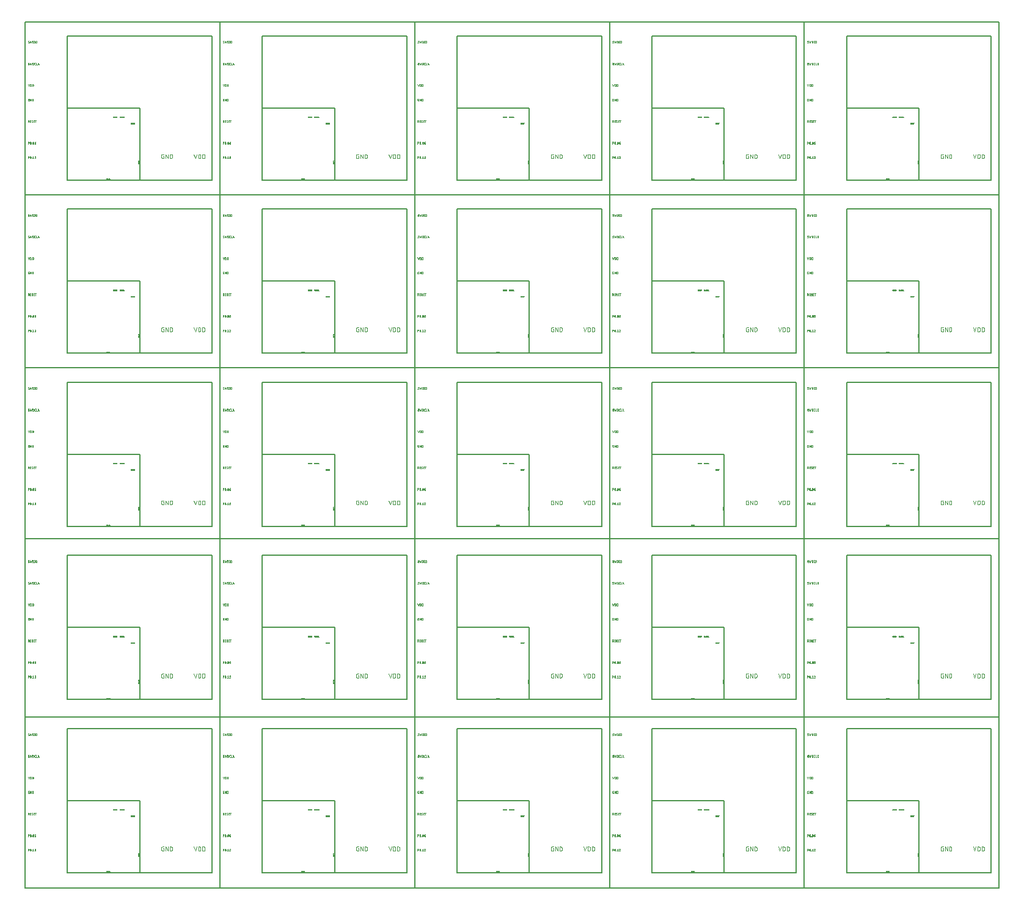
<source format=gbr>
G04 EAGLE Gerber X2 export*
%TF.Part,Single*%
%TF.FileFunction,Legend,Top,1*%
%TF.FilePolarity,Positive*%
%TF.GenerationSoftware,Autodesk,EAGLE,9.0.0*%
%TF.CreationDate,2018-06-20T06:24:19Z*%
G75*
%MOMM*%
%FSLAX34Y34*%
%LPD*%
%AMOC8*
5,1,8,0,0,1.08239X$1,22.5*%
G01*
%ADD10C,0.050800*%
%ADD11C,0.025400*%
%ADD12C,0.000000*%
%ADD13C,0.152400*%


D10*
X175254Y35842D02*
X177117Y30254D01*
X178979Y35842D01*
X181234Y35842D02*
X181234Y30254D01*
X181234Y35842D02*
X182786Y35842D01*
X182862Y35840D01*
X182938Y35835D01*
X183014Y35825D01*
X183089Y35812D01*
X183163Y35795D01*
X183237Y35775D01*
X183309Y35751D01*
X183380Y35724D01*
X183450Y35693D01*
X183518Y35659D01*
X183584Y35621D01*
X183648Y35580D01*
X183711Y35537D01*
X183771Y35490D01*
X183828Y35440D01*
X183883Y35387D01*
X183936Y35332D01*
X183986Y35275D01*
X184033Y35215D01*
X184076Y35152D01*
X184117Y35088D01*
X184155Y35022D01*
X184189Y34954D01*
X184220Y34884D01*
X184247Y34813D01*
X184271Y34740D01*
X184291Y34667D01*
X184308Y34593D01*
X184321Y34518D01*
X184331Y34442D01*
X184336Y34366D01*
X184338Y34290D01*
X184338Y31806D01*
X184336Y31727D01*
X184330Y31649D01*
X184320Y31571D01*
X184306Y31494D01*
X184288Y31417D01*
X184267Y31341D01*
X184241Y31267D01*
X184212Y31194D01*
X184179Y31123D01*
X184143Y31053D01*
X184103Y30985D01*
X184060Y30919D01*
X184013Y30856D01*
X183964Y30795D01*
X183911Y30737D01*
X183855Y30681D01*
X183797Y30628D01*
X183736Y30579D01*
X183673Y30532D01*
X183607Y30489D01*
X183539Y30449D01*
X183470Y30413D01*
X183398Y30380D01*
X183325Y30351D01*
X183251Y30325D01*
X183175Y30304D01*
X183098Y30286D01*
X183021Y30272D01*
X182943Y30262D01*
X182865Y30256D01*
X182786Y30254D01*
X181234Y30254D01*
X187086Y30254D02*
X187086Y35842D01*
X188638Y35842D01*
X188714Y35840D01*
X188790Y35835D01*
X188866Y35825D01*
X188941Y35812D01*
X189015Y35795D01*
X189089Y35775D01*
X189161Y35751D01*
X189232Y35724D01*
X189302Y35693D01*
X189370Y35659D01*
X189436Y35621D01*
X189500Y35580D01*
X189563Y35537D01*
X189623Y35490D01*
X189680Y35440D01*
X189735Y35387D01*
X189788Y35332D01*
X189838Y35275D01*
X189885Y35215D01*
X189928Y35152D01*
X189969Y35088D01*
X190007Y35022D01*
X190041Y34954D01*
X190072Y34884D01*
X190099Y34813D01*
X190123Y34740D01*
X190143Y34667D01*
X190160Y34593D01*
X190173Y34518D01*
X190183Y34442D01*
X190188Y34366D01*
X190190Y34290D01*
X190190Y31806D01*
X190188Y31727D01*
X190182Y31649D01*
X190172Y31571D01*
X190158Y31494D01*
X190140Y31417D01*
X190119Y31341D01*
X190093Y31267D01*
X190064Y31194D01*
X190031Y31123D01*
X189995Y31053D01*
X189955Y30985D01*
X189912Y30919D01*
X189865Y30856D01*
X189816Y30795D01*
X189763Y30737D01*
X189707Y30681D01*
X189649Y30628D01*
X189588Y30579D01*
X189525Y30532D01*
X189459Y30489D01*
X189391Y30449D01*
X189322Y30413D01*
X189250Y30380D01*
X189177Y30351D01*
X189103Y30325D01*
X189027Y30304D01*
X188950Y30286D01*
X188873Y30272D01*
X188795Y30262D01*
X188717Y30256D01*
X188638Y30254D01*
X187086Y30254D01*
X133358Y33358D02*
X132427Y33358D01*
X133358Y33358D02*
X133358Y30254D01*
X131496Y30254D01*
X131426Y30256D01*
X131357Y30262D01*
X131288Y30272D01*
X131220Y30285D01*
X131152Y30303D01*
X131086Y30324D01*
X131021Y30349D01*
X130957Y30377D01*
X130895Y30409D01*
X130835Y30444D01*
X130777Y30483D01*
X130722Y30525D01*
X130668Y30570D01*
X130618Y30618D01*
X130570Y30668D01*
X130525Y30722D01*
X130483Y30777D01*
X130444Y30835D01*
X130409Y30895D01*
X130377Y30957D01*
X130349Y31021D01*
X130324Y31086D01*
X130303Y31152D01*
X130285Y31220D01*
X130272Y31288D01*
X130262Y31357D01*
X130256Y31426D01*
X130254Y31496D01*
X130254Y34600D01*
X130256Y34670D01*
X130262Y34739D01*
X130272Y34808D01*
X130285Y34876D01*
X130303Y34944D01*
X130324Y35010D01*
X130349Y35075D01*
X130377Y35139D01*
X130409Y35201D01*
X130444Y35261D01*
X130483Y35319D01*
X130525Y35374D01*
X130570Y35428D01*
X130618Y35478D01*
X130668Y35526D01*
X130722Y35571D01*
X130777Y35613D01*
X130835Y35652D01*
X130895Y35687D01*
X130957Y35719D01*
X131021Y35747D01*
X131086Y35772D01*
X131152Y35793D01*
X131220Y35811D01*
X131288Y35824D01*
X131357Y35834D01*
X131426Y35840D01*
X131496Y35842D01*
X133358Y35842D01*
X136106Y35842D02*
X136106Y30254D01*
X139211Y30254D02*
X136106Y35842D01*
X139211Y35842D02*
X139211Y30254D01*
X141958Y30254D02*
X141958Y35842D01*
X143510Y35842D01*
X143586Y35840D01*
X143662Y35835D01*
X143738Y35825D01*
X143813Y35812D01*
X143887Y35795D01*
X143961Y35775D01*
X144033Y35751D01*
X144104Y35724D01*
X144174Y35693D01*
X144242Y35659D01*
X144308Y35621D01*
X144372Y35580D01*
X144435Y35537D01*
X144495Y35490D01*
X144552Y35440D01*
X144607Y35387D01*
X144660Y35332D01*
X144710Y35275D01*
X144757Y35215D01*
X144800Y35152D01*
X144841Y35088D01*
X144879Y35022D01*
X144913Y34954D01*
X144944Y34884D01*
X144971Y34813D01*
X144995Y34740D01*
X145015Y34667D01*
X145032Y34593D01*
X145045Y34518D01*
X145055Y34442D01*
X145060Y34366D01*
X145062Y34290D01*
X145063Y34290D02*
X145063Y31806D01*
X145062Y31806D02*
X145060Y31727D01*
X145054Y31649D01*
X145044Y31571D01*
X145030Y31494D01*
X145012Y31417D01*
X144991Y31341D01*
X144965Y31267D01*
X144936Y31194D01*
X144903Y31123D01*
X144867Y31053D01*
X144827Y30985D01*
X144784Y30919D01*
X144737Y30856D01*
X144688Y30795D01*
X144635Y30737D01*
X144579Y30681D01*
X144521Y30628D01*
X144460Y30579D01*
X144397Y30532D01*
X144331Y30489D01*
X144263Y30449D01*
X144194Y30413D01*
X144122Y30380D01*
X144049Y30351D01*
X143975Y30325D01*
X143899Y30304D01*
X143822Y30286D01*
X143745Y30272D01*
X143667Y30262D01*
X143589Y30256D01*
X143510Y30254D01*
X141958Y30254D01*
D11*
X-53321Y190748D02*
X-53323Y190699D01*
X-53329Y190651D01*
X-53338Y190603D01*
X-53351Y190556D01*
X-53368Y190510D01*
X-53389Y190466D01*
X-53413Y190424D01*
X-53440Y190383D01*
X-53470Y190345D01*
X-53503Y190309D01*
X-53539Y190276D01*
X-53577Y190246D01*
X-53618Y190218D01*
X-53660Y190195D01*
X-53704Y190174D01*
X-53750Y190157D01*
X-53797Y190144D01*
X-53845Y190135D01*
X-53893Y190129D01*
X-53942Y190127D01*
X-54011Y190129D01*
X-54080Y190134D01*
X-54148Y190143D01*
X-54216Y190156D01*
X-54283Y190172D01*
X-54350Y190192D01*
X-54415Y190215D01*
X-54478Y190242D01*
X-54541Y190271D01*
X-54601Y190305D01*
X-54660Y190341D01*
X-54717Y190380D01*
X-54771Y190422D01*
X-54824Y190467D01*
X-54874Y190515D01*
X-54796Y192300D02*
X-54794Y192349D01*
X-54788Y192397D01*
X-54779Y192445D01*
X-54766Y192492D01*
X-54749Y192538D01*
X-54728Y192582D01*
X-54704Y192624D01*
X-54677Y192665D01*
X-54647Y192703D01*
X-54614Y192739D01*
X-54578Y192772D01*
X-54540Y192802D01*
X-54499Y192829D01*
X-54457Y192853D01*
X-54413Y192874D01*
X-54367Y192891D01*
X-54320Y192904D01*
X-54272Y192913D01*
X-54224Y192919D01*
X-54175Y192921D01*
X-54113Y192919D01*
X-54050Y192914D01*
X-53989Y192906D01*
X-53927Y192894D01*
X-53867Y192879D01*
X-53807Y192861D01*
X-53748Y192840D01*
X-53691Y192816D01*
X-53635Y192788D01*
X-53580Y192758D01*
X-53528Y192724D01*
X-53477Y192688D01*
X-54485Y191756D02*
X-54525Y191782D01*
X-54562Y191810D01*
X-54597Y191840D01*
X-54630Y191874D01*
X-54661Y191909D01*
X-54688Y191947D01*
X-54713Y191987D01*
X-54735Y192028D01*
X-54753Y192071D01*
X-54768Y192116D01*
X-54780Y192161D01*
X-54789Y192207D01*
X-54794Y192253D01*
X-54796Y192300D01*
X-53631Y191292D02*
X-53591Y191266D01*
X-53554Y191238D01*
X-53519Y191208D01*
X-53486Y191174D01*
X-53455Y191139D01*
X-53428Y191101D01*
X-53403Y191061D01*
X-53381Y191020D01*
X-53363Y190977D01*
X-53348Y190932D01*
X-53336Y190887D01*
X-53327Y190841D01*
X-53322Y190795D01*
X-53320Y190748D01*
X-53631Y191291D02*
X-54485Y191757D01*
X-52321Y192921D02*
X-51700Y190127D01*
X-51079Y191990D01*
X-50459Y190127D01*
X-49838Y192921D01*
X-48655Y192921D02*
X-48655Y190127D01*
X-48655Y192921D02*
X-47879Y192921D01*
X-47824Y192919D01*
X-47769Y192913D01*
X-47714Y192903D01*
X-47660Y192890D01*
X-47608Y192872D01*
X-47557Y192851D01*
X-47507Y192826D01*
X-47459Y192798D01*
X-47414Y192766D01*
X-47371Y192731D01*
X-47330Y192694D01*
X-47293Y192653D01*
X-47258Y192610D01*
X-47226Y192565D01*
X-47198Y192517D01*
X-47173Y192467D01*
X-47152Y192416D01*
X-47134Y192364D01*
X-47121Y192310D01*
X-47111Y192255D01*
X-47105Y192200D01*
X-47103Y192145D01*
X-47103Y190903D01*
X-47105Y190848D01*
X-47111Y190793D01*
X-47121Y190738D01*
X-47134Y190684D01*
X-47152Y190632D01*
X-47173Y190581D01*
X-47198Y190531D01*
X-47226Y190483D01*
X-47258Y190438D01*
X-47293Y190395D01*
X-47330Y190354D01*
X-47371Y190317D01*
X-47414Y190282D01*
X-47459Y190250D01*
X-47507Y190222D01*
X-47557Y190197D01*
X-47608Y190176D01*
X-47660Y190158D01*
X-47714Y190145D01*
X-47769Y190135D01*
X-47824Y190129D01*
X-47879Y190127D01*
X-48655Y190127D01*
X-45593Y190127D02*
X-45593Y192921D01*
X-45903Y190127D02*
X-45283Y190127D01*
X-45283Y192921D02*
X-45903Y192921D01*
X-44175Y192145D02*
X-44175Y190903D01*
X-44174Y192145D02*
X-44172Y192200D01*
X-44166Y192255D01*
X-44156Y192310D01*
X-44143Y192364D01*
X-44125Y192416D01*
X-44104Y192467D01*
X-44079Y192517D01*
X-44051Y192565D01*
X-44019Y192610D01*
X-43984Y192653D01*
X-43947Y192694D01*
X-43906Y192731D01*
X-43863Y192766D01*
X-43818Y192798D01*
X-43770Y192826D01*
X-43720Y192851D01*
X-43669Y192872D01*
X-43617Y192890D01*
X-43563Y192903D01*
X-43508Y192913D01*
X-43453Y192919D01*
X-43398Y192921D01*
X-43343Y192919D01*
X-43288Y192913D01*
X-43233Y192903D01*
X-43179Y192890D01*
X-43127Y192872D01*
X-43076Y192851D01*
X-43026Y192826D01*
X-42978Y192798D01*
X-42933Y192766D01*
X-42890Y192731D01*
X-42849Y192694D01*
X-42812Y192653D01*
X-42777Y192610D01*
X-42745Y192565D01*
X-42717Y192517D01*
X-42692Y192467D01*
X-42671Y192416D01*
X-42653Y192364D01*
X-42640Y192310D01*
X-42630Y192255D01*
X-42624Y192200D01*
X-42622Y192145D01*
X-42622Y190903D01*
X-42624Y190848D01*
X-42630Y190793D01*
X-42640Y190738D01*
X-42653Y190684D01*
X-42671Y190632D01*
X-42692Y190581D01*
X-42717Y190531D01*
X-42745Y190483D01*
X-42777Y190438D01*
X-42812Y190395D01*
X-42849Y190354D01*
X-42890Y190317D01*
X-42933Y190282D01*
X-42978Y190250D01*
X-43026Y190222D01*
X-43076Y190197D01*
X-43127Y190176D01*
X-43179Y190158D01*
X-43233Y190145D01*
X-43288Y190135D01*
X-43343Y190129D01*
X-43398Y190127D01*
X-43453Y190129D01*
X-43508Y190135D01*
X-43563Y190145D01*
X-43617Y190158D01*
X-43669Y190176D01*
X-43720Y190197D01*
X-43770Y190222D01*
X-43818Y190250D01*
X-43863Y190282D01*
X-43906Y190317D01*
X-43947Y190354D01*
X-43984Y190395D01*
X-44019Y190438D01*
X-44051Y190483D01*
X-44079Y190531D01*
X-44104Y190581D01*
X-44125Y190632D01*
X-44143Y190684D01*
X-44156Y190738D01*
X-44166Y190793D01*
X-44172Y190848D01*
X-44174Y190903D01*
X-53321Y160748D02*
X-53323Y160699D01*
X-53329Y160651D01*
X-53338Y160603D01*
X-53351Y160556D01*
X-53368Y160510D01*
X-53389Y160466D01*
X-53413Y160424D01*
X-53440Y160383D01*
X-53470Y160345D01*
X-53503Y160309D01*
X-53539Y160276D01*
X-53577Y160246D01*
X-53618Y160218D01*
X-53660Y160195D01*
X-53704Y160174D01*
X-53750Y160157D01*
X-53797Y160144D01*
X-53845Y160135D01*
X-53893Y160129D01*
X-53942Y160127D01*
X-54011Y160129D01*
X-54080Y160134D01*
X-54148Y160143D01*
X-54216Y160156D01*
X-54283Y160172D01*
X-54350Y160192D01*
X-54415Y160215D01*
X-54478Y160242D01*
X-54541Y160271D01*
X-54601Y160305D01*
X-54660Y160341D01*
X-54717Y160380D01*
X-54771Y160422D01*
X-54824Y160467D01*
X-54874Y160515D01*
X-54796Y162300D02*
X-54794Y162349D01*
X-54788Y162397D01*
X-54779Y162445D01*
X-54766Y162492D01*
X-54749Y162538D01*
X-54728Y162582D01*
X-54704Y162624D01*
X-54677Y162665D01*
X-54647Y162703D01*
X-54614Y162739D01*
X-54578Y162772D01*
X-54540Y162802D01*
X-54499Y162829D01*
X-54457Y162853D01*
X-54413Y162874D01*
X-54367Y162891D01*
X-54320Y162904D01*
X-54272Y162913D01*
X-54224Y162919D01*
X-54175Y162921D01*
X-54113Y162919D01*
X-54050Y162914D01*
X-53989Y162906D01*
X-53927Y162894D01*
X-53867Y162879D01*
X-53807Y162861D01*
X-53748Y162840D01*
X-53691Y162816D01*
X-53635Y162788D01*
X-53580Y162758D01*
X-53528Y162724D01*
X-53477Y162688D01*
X-54485Y161756D02*
X-54525Y161782D01*
X-54562Y161810D01*
X-54597Y161840D01*
X-54630Y161874D01*
X-54661Y161909D01*
X-54688Y161947D01*
X-54713Y161987D01*
X-54735Y162028D01*
X-54753Y162071D01*
X-54768Y162116D01*
X-54780Y162161D01*
X-54789Y162207D01*
X-54794Y162253D01*
X-54796Y162300D01*
X-53631Y161292D02*
X-53591Y161266D01*
X-53554Y161238D01*
X-53519Y161208D01*
X-53486Y161174D01*
X-53455Y161139D01*
X-53428Y161101D01*
X-53403Y161061D01*
X-53381Y161020D01*
X-53363Y160977D01*
X-53348Y160932D01*
X-53336Y160887D01*
X-53327Y160841D01*
X-53322Y160795D01*
X-53320Y160748D01*
X-53631Y161291D02*
X-54485Y161757D01*
X-52321Y162921D02*
X-51700Y160127D01*
X-51079Y161990D01*
X-50459Y160127D01*
X-49838Y162921D01*
X-48655Y162921D02*
X-48655Y160127D01*
X-48655Y162921D02*
X-47879Y162921D01*
X-47824Y162919D01*
X-47769Y162913D01*
X-47714Y162903D01*
X-47660Y162890D01*
X-47608Y162872D01*
X-47557Y162851D01*
X-47507Y162826D01*
X-47459Y162798D01*
X-47414Y162766D01*
X-47371Y162731D01*
X-47330Y162694D01*
X-47293Y162653D01*
X-47258Y162610D01*
X-47226Y162565D01*
X-47198Y162517D01*
X-47173Y162467D01*
X-47152Y162416D01*
X-47134Y162364D01*
X-47121Y162310D01*
X-47111Y162255D01*
X-47105Y162200D01*
X-47103Y162145D01*
X-47103Y160903D01*
X-47105Y160848D01*
X-47111Y160793D01*
X-47121Y160738D01*
X-47134Y160684D01*
X-47152Y160632D01*
X-47173Y160581D01*
X-47198Y160531D01*
X-47226Y160483D01*
X-47258Y160438D01*
X-47293Y160395D01*
X-47330Y160354D01*
X-47371Y160317D01*
X-47414Y160282D01*
X-47459Y160250D01*
X-47507Y160222D01*
X-47557Y160197D01*
X-47608Y160176D01*
X-47660Y160158D01*
X-47714Y160145D01*
X-47769Y160135D01*
X-47824Y160129D01*
X-47879Y160127D01*
X-48655Y160127D01*
X-45208Y160127D02*
X-44587Y160127D01*
X-45208Y160127D02*
X-45257Y160129D01*
X-45305Y160135D01*
X-45353Y160144D01*
X-45400Y160157D01*
X-45446Y160174D01*
X-45490Y160195D01*
X-45532Y160219D01*
X-45573Y160246D01*
X-45611Y160276D01*
X-45647Y160309D01*
X-45680Y160345D01*
X-45710Y160383D01*
X-45737Y160424D01*
X-45761Y160466D01*
X-45782Y160510D01*
X-45799Y160556D01*
X-45812Y160603D01*
X-45821Y160651D01*
X-45827Y160699D01*
X-45829Y160748D01*
X-45829Y162300D01*
X-45827Y162349D01*
X-45821Y162397D01*
X-45812Y162445D01*
X-45799Y162492D01*
X-45782Y162538D01*
X-45761Y162582D01*
X-45737Y162624D01*
X-45710Y162665D01*
X-45680Y162703D01*
X-45647Y162739D01*
X-45611Y162772D01*
X-45573Y162802D01*
X-45532Y162829D01*
X-45490Y162853D01*
X-45446Y162874D01*
X-45400Y162891D01*
X-45353Y162904D01*
X-45305Y162913D01*
X-45257Y162919D01*
X-45208Y162921D01*
X-44587Y162921D01*
X-43438Y162921D02*
X-43438Y160127D01*
X-42196Y160127D01*
X-41024Y160127D02*
X-41024Y162921D01*
X-39472Y162921D02*
X-41024Y161214D01*
X-40403Y161834D02*
X-39472Y160127D01*
X-54873Y132921D02*
X-53942Y130127D01*
X-53010Y132921D01*
X-51883Y132921D02*
X-51883Y130127D01*
X-51883Y132921D02*
X-51107Y132921D01*
X-51052Y132919D01*
X-50997Y132913D01*
X-50942Y132903D01*
X-50888Y132890D01*
X-50836Y132872D01*
X-50785Y132851D01*
X-50735Y132826D01*
X-50687Y132798D01*
X-50642Y132766D01*
X-50599Y132731D01*
X-50558Y132694D01*
X-50521Y132653D01*
X-50486Y132610D01*
X-50454Y132565D01*
X-50426Y132517D01*
X-50401Y132467D01*
X-50380Y132416D01*
X-50362Y132364D01*
X-50349Y132310D01*
X-50339Y132255D01*
X-50333Y132200D01*
X-50331Y132145D01*
X-50331Y130903D01*
X-50333Y130848D01*
X-50339Y130793D01*
X-50349Y130738D01*
X-50362Y130684D01*
X-50380Y130632D01*
X-50401Y130581D01*
X-50426Y130531D01*
X-50454Y130483D01*
X-50486Y130438D01*
X-50521Y130395D01*
X-50558Y130354D01*
X-50599Y130317D01*
X-50642Y130282D01*
X-50687Y130250D01*
X-50735Y130222D01*
X-50785Y130197D01*
X-50836Y130176D01*
X-50888Y130158D01*
X-50942Y130145D01*
X-50997Y130135D01*
X-51052Y130129D01*
X-51107Y130127D01*
X-51883Y130127D01*
X-48957Y130127D02*
X-48957Y132921D01*
X-48181Y132921D01*
X-48126Y132919D01*
X-48071Y132913D01*
X-48016Y132903D01*
X-47962Y132890D01*
X-47910Y132872D01*
X-47859Y132851D01*
X-47809Y132826D01*
X-47761Y132798D01*
X-47716Y132766D01*
X-47673Y132731D01*
X-47632Y132694D01*
X-47595Y132653D01*
X-47560Y132610D01*
X-47528Y132565D01*
X-47500Y132517D01*
X-47475Y132467D01*
X-47454Y132416D01*
X-47436Y132364D01*
X-47423Y132310D01*
X-47413Y132255D01*
X-47407Y132200D01*
X-47405Y132145D01*
X-47405Y130903D01*
X-47407Y130848D01*
X-47413Y130793D01*
X-47423Y130738D01*
X-47436Y130684D01*
X-47454Y130632D01*
X-47475Y130581D01*
X-47500Y130531D01*
X-47528Y130483D01*
X-47560Y130438D01*
X-47595Y130395D01*
X-47632Y130354D01*
X-47673Y130317D01*
X-47716Y130282D01*
X-47761Y130250D01*
X-47809Y130222D01*
X-47859Y130197D01*
X-47910Y130176D01*
X-47962Y130158D01*
X-48016Y130145D01*
X-48071Y130135D01*
X-48126Y130129D01*
X-48181Y130127D01*
X-48957Y130127D01*
X-53321Y111679D02*
X-53786Y111679D01*
X-53321Y111679D02*
X-53321Y110127D01*
X-54252Y110127D01*
X-54301Y110129D01*
X-54349Y110135D01*
X-54397Y110144D01*
X-54444Y110157D01*
X-54490Y110174D01*
X-54534Y110195D01*
X-54576Y110219D01*
X-54617Y110246D01*
X-54655Y110276D01*
X-54691Y110309D01*
X-54724Y110345D01*
X-54754Y110383D01*
X-54781Y110424D01*
X-54805Y110466D01*
X-54826Y110510D01*
X-54843Y110556D01*
X-54856Y110603D01*
X-54865Y110651D01*
X-54871Y110699D01*
X-54873Y110748D01*
X-54873Y112300D01*
X-54871Y112349D01*
X-54865Y112397D01*
X-54856Y112445D01*
X-54843Y112492D01*
X-54826Y112538D01*
X-54805Y112582D01*
X-54781Y112624D01*
X-54754Y112665D01*
X-54724Y112703D01*
X-54691Y112739D01*
X-54655Y112772D01*
X-54617Y112802D01*
X-54576Y112829D01*
X-54534Y112853D01*
X-54490Y112874D01*
X-54444Y112891D01*
X-54397Y112904D01*
X-54349Y112913D01*
X-54301Y112919D01*
X-54252Y112921D01*
X-53321Y112921D01*
X-51947Y112921D02*
X-51947Y110127D01*
X-50395Y110127D02*
X-51947Y112921D01*
X-50395Y112921D02*
X-50395Y110127D01*
X-49021Y110127D02*
X-49021Y112921D01*
X-48245Y112921D01*
X-48190Y112919D01*
X-48135Y112913D01*
X-48080Y112903D01*
X-48026Y112890D01*
X-47974Y112872D01*
X-47923Y112851D01*
X-47873Y112826D01*
X-47825Y112798D01*
X-47780Y112766D01*
X-47737Y112731D01*
X-47696Y112694D01*
X-47659Y112653D01*
X-47624Y112610D01*
X-47592Y112565D01*
X-47564Y112517D01*
X-47539Y112467D01*
X-47518Y112416D01*
X-47500Y112364D01*
X-47487Y112310D01*
X-47477Y112255D01*
X-47471Y112200D01*
X-47469Y112145D01*
X-47469Y110903D01*
X-47471Y110848D01*
X-47477Y110793D01*
X-47487Y110738D01*
X-47500Y110684D01*
X-47518Y110632D01*
X-47539Y110581D01*
X-47564Y110531D01*
X-47592Y110483D01*
X-47624Y110438D01*
X-47659Y110395D01*
X-47696Y110354D01*
X-47737Y110317D01*
X-47780Y110282D01*
X-47825Y110250D01*
X-47873Y110222D01*
X-47923Y110197D01*
X-47974Y110176D01*
X-48026Y110158D01*
X-48080Y110145D01*
X-48135Y110135D01*
X-48190Y110129D01*
X-48245Y110127D01*
X-49021Y110127D01*
X-54873Y82921D02*
X-54873Y80127D01*
X-54873Y82921D02*
X-54097Y82921D01*
X-54042Y82919D01*
X-53987Y82913D01*
X-53932Y82903D01*
X-53878Y82890D01*
X-53826Y82872D01*
X-53775Y82851D01*
X-53725Y82826D01*
X-53677Y82798D01*
X-53632Y82766D01*
X-53589Y82731D01*
X-53548Y82694D01*
X-53511Y82653D01*
X-53476Y82610D01*
X-53444Y82565D01*
X-53416Y82517D01*
X-53391Y82467D01*
X-53370Y82416D01*
X-53352Y82364D01*
X-53339Y82310D01*
X-53329Y82255D01*
X-53323Y82200D01*
X-53321Y82145D01*
X-53323Y82090D01*
X-53329Y82035D01*
X-53339Y81980D01*
X-53352Y81926D01*
X-53370Y81874D01*
X-53391Y81823D01*
X-53416Y81773D01*
X-53444Y81725D01*
X-53476Y81680D01*
X-53511Y81637D01*
X-53548Y81596D01*
X-53589Y81559D01*
X-53632Y81524D01*
X-53677Y81492D01*
X-53725Y81464D01*
X-53775Y81439D01*
X-53826Y81418D01*
X-53878Y81400D01*
X-53932Y81387D01*
X-53987Y81377D01*
X-54042Y81371D01*
X-54097Y81369D01*
X-54873Y81369D01*
X-53942Y81369D02*
X-53321Y80127D01*
X-52051Y80127D02*
X-50809Y80127D01*
X-52051Y80127D02*
X-52051Y82921D01*
X-50809Y82921D01*
X-51120Y81679D02*
X-52051Y81679D01*
X-48931Y80127D02*
X-48882Y80129D01*
X-48834Y80135D01*
X-48786Y80144D01*
X-48739Y80157D01*
X-48693Y80174D01*
X-48649Y80195D01*
X-48607Y80218D01*
X-48566Y80246D01*
X-48528Y80276D01*
X-48492Y80309D01*
X-48459Y80345D01*
X-48429Y80383D01*
X-48402Y80424D01*
X-48378Y80466D01*
X-48357Y80510D01*
X-48340Y80556D01*
X-48327Y80603D01*
X-48318Y80651D01*
X-48312Y80699D01*
X-48310Y80748D01*
X-48931Y80127D02*
X-49000Y80129D01*
X-49069Y80134D01*
X-49137Y80143D01*
X-49205Y80156D01*
X-49272Y80172D01*
X-49339Y80192D01*
X-49404Y80215D01*
X-49467Y80242D01*
X-49530Y80271D01*
X-49590Y80305D01*
X-49649Y80341D01*
X-49706Y80380D01*
X-49760Y80422D01*
X-49813Y80467D01*
X-49863Y80515D01*
X-49784Y82300D02*
X-49782Y82349D01*
X-49776Y82397D01*
X-49767Y82445D01*
X-49754Y82492D01*
X-49737Y82538D01*
X-49716Y82582D01*
X-49692Y82624D01*
X-49665Y82665D01*
X-49635Y82703D01*
X-49602Y82739D01*
X-49566Y82772D01*
X-49528Y82802D01*
X-49487Y82829D01*
X-49445Y82853D01*
X-49401Y82874D01*
X-49355Y82891D01*
X-49308Y82904D01*
X-49260Y82913D01*
X-49212Y82919D01*
X-49163Y82921D01*
X-49101Y82919D01*
X-49038Y82914D01*
X-48977Y82906D01*
X-48915Y82894D01*
X-48855Y82879D01*
X-48795Y82861D01*
X-48736Y82840D01*
X-48679Y82816D01*
X-48623Y82788D01*
X-48568Y82758D01*
X-48516Y82724D01*
X-48465Y82688D01*
X-49474Y81756D02*
X-49514Y81782D01*
X-49551Y81810D01*
X-49586Y81840D01*
X-49619Y81874D01*
X-49650Y81909D01*
X-49677Y81947D01*
X-49702Y81987D01*
X-49724Y82028D01*
X-49742Y82071D01*
X-49757Y82116D01*
X-49769Y82161D01*
X-49778Y82207D01*
X-49783Y82253D01*
X-49785Y82300D01*
X-48620Y81292D02*
X-48580Y81266D01*
X-48543Y81238D01*
X-48508Y81208D01*
X-48475Y81174D01*
X-48444Y81139D01*
X-48417Y81101D01*
X-48392Y81061D01*
X-48370Y81020D01*
X-48352Y80977D01*
X-48337Y80932D01*
X-48325Y80887D01*
X-48316Y80841D01*
X-48311Y80795D01*
X-48309Y80748D01*
X-48620Y81291D02*
X-49474Y81757D01*
X-47113Y80127D02*
X-45871Y80127D01*
X-47113Y80127D02*
X-47113Y82921D01*
X-45871Y82921D01*
X-46182Y81679D02*
X-47113Y81679D01*
X-44240Y82921D02*
X-44240Y80127D01*
X-45016Y82921D02*
X-43463Y82921D01*
X-54873Y52921D02*
X-54873Y50127D01*
X-54873Y52921D02*
X-54097Y52921D01*
X-54042Y52919D01*
X-53987Y52913D01*
X-53932Y52903D01*
X-53878Y52890D01*
X-53826Y52872D01*
X-53775Y52851D01*
X-53725Y52826D01*
X-53677Y52798D01*
X-53632Y52766D01*
X-53589Y52731D01*
X-53548Y52694D01*
X-53511Y52653D01*
X-53476Y52610D01*
X-53444Y52565D01*
X-53416Y52517D01*
X-53391Y52467D01*
X-53370Y52416D01*
X-53352Y52364D01*
X-53339Y52310D01*
X-53329Y52255D01*
X-53323Y52200D01*
X-53321Y52145D01*
X-53323Y52090D01*
X-53329Y52035D01*
X-53339Y51980D01*
X-53352Y51926D01*
X-53370Y51874D01*
X-53391Y51823D01*
X-53416Y51773D01*
X-53444Y51725D01*
X-53476Y51680D01*
X-53511Y51637D01*
X-53548Y51596D01*
X-53589Y51559D01*
X-53632Y51524D01*
X-53677Y51492D01*
X-53725Y51464D01*
X-53775Y51439D01*
X-53826Y51418D01*
X-53878Y51400D01*
X-53932Y51387D01*
X-53987Y51377D01*
X-54042Y51371D01*
X-54097Y51369D01*
X-54873Y51369D01*
X-52263Y51524D02*
X-52261Y51619D01*
X-52255Y51714D01*
X-52245Y51808D01*
X-52232Y51902D01*
X-52214Y51995D01*
X-52193Y52088D01*
X-52168Y52180D01*
X-52139Y52270D01*
X-52106Y52359D01*
X-52070Y52447D01*
X-52030Y52533D01*
X-52014Y52575D01*
X-51995Y52615D01*
X-51972Y52653D01*
X-51947Y52690D01*
X-51919Y52725D01*
X-51889Y52757D01*
X-51856Y52787D01*
X-51821Y52814D01*
X-51783Y52839D01*
X-51744Y52860D01*
X-51704Y52878D01*
X-51662Y52894D01*
X-51619Y52906D01*
X-51576Y52914D01*
X-51531Y52919D01*
X-51487Y52921D01*
X-51443Y52919D01*
X-51398Y52914D01*
X-51355Y52906D01*
X-51312Y52894D01*
X-51270Y52878D01*
X-51230Y52860D01*
X-51191Y52839D01*
X-51153Y52814D01*
X-51118Y52787D01*
X-51085Y52757D01*
X-51055Y52725D01*
X-51027Y52690D01*
X-51002Y52653D01*
X-50979Y52615D01*
X-50960Y52575D01*
X-50944Y52533D01*
X-50904Y52447D01*
X-50868Y52359D01*
X-50835Y52270D01*
X-50806Y52179D01*
X-50781Y52088D01*
X-50760Y51995D01*
X-50742Y51902D01*
X-50729Y51808D01*
X-50719Y51714D01*
X-50713Y51619D01*
X-50711Y51524D01*
X-52263Y51524D02*
X-52261Y51429D01*
X-52255Y51334D01*
X-52245Y51240D01*
X-52232Y51146D01*
X-52214Y51053D01*
X-52193Y50960D01*
X-52168Y50869D01*
X-52139Y50778D01*
X-52106Y50689D01*
X-52070Y50601D01*
X-52030Y50515D01*
X-52014Y50473D01*
X-51995Y50433D01*
X-51972Y50395D01*
X-51947Y50358D01*
X-51919Y50323D01*
X-51889Y50291D01*
X-51856Y50261D01*
X-51821Y50234D01*
X-51783Y50209D01*
X-51744Y50188D01*
X-51704Y50170D01*
X-51662Y50154D01*
X-51619Y50142D01*
X-51576Y50134D01*
X-51531Y50129D01*
X-51487Y50127D01*
X-50943Y50515D02*
X-50903Y50601D01*
X-50867Y50689D01*
X-50834Y50778D01*
X-50805Y50868D01*
X-50780Y50960D01*
X-50759Y51053D01*
X-50741Y51146D01*
X-50728Y51240D01*
X-50718Y51334D01*
X-50712Y51429D01*
X-50710Y51524D01*
X-50944Y50515D02*
X-50960Y50473D01*
X-50979Y50433D01*
X-51002Y50395D01*
X-51027Y50358D01*
X-51055Y50323D01*
X-51085Y50291D01*
X-51118Y50261D01*
X-51153Y50234D01*
X-51191Y50209D01*
X-51230Y50188D01*
X-51270Y50170D01*
X-51312Y50154D01*
X-51355Y50142D01*
X-51398Y50134D01*
X-51443Y50129D01*
X-51487Y50127D01*
X-52108Y50748D02*
X-50866Y52300D01*
X-49644Y50282D02*
X-49644Y50127D01*
X-49644Y50282D02*
X-49489Y50282D01*
X-49489Y50127D01*
X-49644Y50127D01*
X-48423Y51524D02*
X-48421Y51619D01*
X-48415Y51714D01*
X-48405Y51808D01*
X-48392Y51902D01*
X-48374Y51995D01*
X-48353Y52088D01*
X-48328Y52180D01*
X-48299Y52270D01*
X-48266Y52359D01*
X-48230Y52447D01*
X-48190Y52533D01*
X-48189Y52533D02*
X-48173Y52575D01*
X-48154Y52615D01*
X-48131Y52653D01*
X-48106Y52690D01*
X-48078Y52725D01*
X-48048Y52757D01*
X-48015Y52787D01*
X-47980Y52814D01*
X-47942Y52839D01*
X-47903Y52860D01*
X-47863Y52878D01*
X-47821Y52894D01*
X-47778Y52906D01*
X-47735Y52914D01*
X-47690Y52919D01*
X-47646Y52921D01*
X-47602Y52919D01*
X-47557Y52914D01*
X-47514Y52906D01*
X-47471Y52894D01*
X-47429Y52878D01*
X-47389Y52860D01*
X-47350Y52839D01*
X-47312Y52814D01*
X-47277Y52787D01*
X-47244Y52757D01*
X-47214Y52725D01*
X-47186Y52690D01*
X-47161Y52653D01*
X-47138Y52615D01*
X-47119Y52575D01*
X-47103Y52533D01*
X-47063Y52447D01*
X-47027Y52359D01*
X-46994Y52270D01*
X-46965Y52179D01*
X-46940Y52088D01*
X-46919Y51995D01*
X-46901Y51902D01*
X-46888Y51808D01*
X-46878Y51714D01*
X-46872Y51619D01*
X-46870Y51524D01*
X-48422Y51524D02*
X-48420Y51429D01*
X-48414Y51334D01*
X-48404Y51240D01*
X-48391Y51146D01*
X-48373Y51053D01*
X-48352Y50960D01*
X-48327Y50869D01*
X-48298Y50778D01*
X-48265Y50689D01*
X-48229Y50601D01*
X-48189Y50515D01*
X-48173Y50473D01*
X-48154Y50433D01*
X-48131Y50395D01*
X-48106Y50358D01*
X-48078Y50323D01*
X-48048Y50291D01*
X-48015Y50261D01*
X-47980Y50234D01*
X-47942Y50209D01*
X-47903Y50188D01*
X-47863Y50170D01*
X-47821Y50154D01*
X-47778Y50142D01*
X-47735Y50134D01*
X-47690Y50129D01*
X-47646Y50127D01*
X-47103Y50515D02*
X-47063Y50601D01*
X-47027Y50689D01*
X-46994Y50778D01*
X-46965Y50868D01*
X-46940Y50960D01*
X-46919Y51053D01*
X-46901Y51146D01*
X-46888Y51240D01*
X-46878Y51334D01*
X-46872Y51429D01*
X-46870Y51524D01*
X-47103Y50515D02*
X-47119Y50473D01*
X-47138Y50433D01*
X-47161Y50395D01*
X-47186Y50358D01*
X-47214Y50323D01*
X-47244Y50291D01*
X-47277Y50261D01*
X-47312Y50234D01*
X-47350Y50209D01*
X-47389Y50188D01*
X-47429Y50170D01*
X-47471Y50154D01*
X-47514Y50142D01*
X-47557Y50134D01*
X-47602Y50129D01*
X-47646Y50127D01*
X-48267Y50748D02*
X-47025Y52300D01*
X-45679Y51679D02*
X-44748Y51679D01*
X-44699Y51677D01*
X-44651Y51671D01*
X-44603Y51662D01*
X-44556Y51649D01*
X-44510Y51632D01*
X-44466Y51611D01*
X-44424Y51587D01*
X-44383Y51560D01*
X-44345Y51530D01*
X-44309Y51497D01*
X-44276Y51461D01*
X-44246Y51423D01*
X-44219Y51382D01*
X-44195Y51340D01*
X-44174Y51296D01*
X-44157Y51250D01*
X-44144Y51203D01*
X-44135Y51155D01*
X-44129Y51107D01*
X-44127Y51058D01*
X-44127Y50903D01*
X-44129Y50848D01*
X-44135Y50793D01*
X-44145Y50738D01*
X-44158Y50684D01*
X-44176Y50632D01*
X-44197Y50581D01*
X-44222Y50531D01*
X-44250Y50483D01*
X-44282Y50438D01*
X-44317Y50395D01*
X-44354Y50354D01*
X-44395Y50317D01*
X-44438Y50282D01*
X-44483Y50250D01*
X-44531Y50222D01*
X-44581Y50197D01*
X-44632Y50176D01*
X-44684Y50158D01*
X-44738Y50145D01*
X-44793Y50135D01*
X-44848Y50129D01*
X-44903Y50127D01*
X-44958Y50129D01*
X-45013Y50135D01*
X-45068Y50145D01*
X-45122Y50158D01*
X-45174Y50176D01*
X-45225Y50197D01*
X-45275Y50222D01*
X-45323Y50250D01*
X-45368Y50282D01*
X-45411Y50317D01*
X-45452Y50354D01*
X-45489Y50395D01*
X-45524Y50438D01*
X-45556Y50483D01*
X-45584Y50531D01*
X-45609Y50581D01*
X-45630Y50632D01*
X-45648Y50684D01*
X-45661Y50738D01*
X-45671Y50793D01*
X-45677Y50848D01*
X-45679Y50903D01*
X-45679Y51679D01*
X-45677Y51749D01*
X-45671Y51818D01*
X-45661Y51887D01*
X-45648Y51955D01*
X-45630Y52023D01*
X-45609Y52089D01*
X-45584Y52154D01*
X-45556Y52218D01*
X-45524Y52280D01*
X-45489Y52340D01*
X-45450Y52398D01*
X-45408Y52453D01*
X-45363Y52507D01*
X-45315Y52557D01*
X-45265Y52605D01*
X-45211Y52650D01*
X-45156Y52692D01*
X-45098Y52731D01*
X-45038Y52766D01*
X-44976Y52798D01*
X-44912Y52826D01*
X-44847Y52851D01*
X-44781Y52872D01*
X-44713Y52890D01*
X-44645Y52903D01*
X-44576Y52913D01*
X-44507Y52919D01*
X-44437Y52921D01*
X-54873Y32921D02*
X-54873Y30127D01*
X-54873Y32921D02*
X-54097Y32921D01*
X-54042Y32919D01*
X-53987Y32913D01*
X-53932Y32903D01*
X-53878Y32890D01*
X-53826Y32872D01*
X-53775Y32851D01*
X-53725Y32826D01*
X-53677Y32798D01*
X-53632Y32766D01*
X-53589Y32731D01*
X-53548Y32694D01*
X-53511Y32653D01*
X-53476Y32610D01*
X-53444Y32565D01*
X-53416Y32517D01*
X-53391Y32467D01*
X-53370Y32416D01*
X-53352Y32364D01*
X-53339Y32310D01*
X-53329Y32255D01*
X-53323Y32200D01*
X-53321Y32145D01*
X-53323Y32090D01*
X-53329Y32035D01*
X-53339Y31980D01*
X-53352Y31926D01*
X-53370Y31874D01*
X-53391Y31823D01*
X-53416Y31773D01*
X-53444Y31725D01*
X-53476Y31680D01*
X-53511Y31637D01*
X-53548Y31596D01*
X-53589Y31559D01*
X-53632Y31524D01*
X-53677Y31492D01*
X-53725Y31464D01*
X-53775Y31439D01*
X-53826Y31418D01*
X-53878Y31400D01*
X-53932Y31387D01*
X-53987Y31377D01*
X-54042Y31371D01*
X-54097Y31369D01*
X-54873Y31369D01*
X-52263Y31524D02*
X-52261Y31619D01*
X-52255Y31714D01*
X-52245Y31808D01*
X-52232Y31902D01*
X-52214Y31995D01*
X-52193Y32088D01*
X-52168Y32180D01*
X-52139Y32270D01*
X-52106Y32359D01*
X-52070Y32447D01*
X-52030Y32533D01*
X-52014Y32575D01*
X-51995Y32615D01*
X-51972Y32653D01*
X-51947Y32690D01*
X-51919Y32725D01*
X-51889Y32757D01*
X-51856Y32787D01*
X-51821Y32814D01*
X-51783Y32839D01*
X-51744Y32860D01*
X-51704Y32878D01*
X-51662Y32894D01*
X-51619Y32906D01*
X-51576Y32914D01*
X-51531Y32919D01*
X-51487Y32921D01*
X-51443Y32919D01*
X-51398Y32914D01*
X-51355Y32906D01*
X-51312Y32894D01*
X-51270Y32878D01*
X-51230Y32860D01*
X-51191Y32839D01*
X-51153Y32814D01*
X-51118Y32787D01*
X-51085Y32757D01*
X-51055Y32725D01*
X-51027Y32690D01*
X-51002Y32653D01*
X-50979Y32615D01*
X-50960Y32575D01*
X-50944Y32533D01*
X-50904Y32447D01*
X-50868Y32359D01*
X-50835Y32270D01*
X-50806Y32179D01*
X-50781Y32088D01*
X-50760Y31995D01*
X-50742Y31902D01*
X-50729Y31808D01*
X-50719Y31714D01*
X-50713Y31619D01*
X-50711Y31524D01*
X-52263Y31524D02*
X-52261Y31429D01*
X-52255Y31334D01*
X-52245Y31240D01*
X-52232Y31146D01*
X-52214Y31053D01*
X-52193Y30960D01*
X-52168Y30869D01*
X-52139Y30778D01*
X-52106Y30689D01*
X-52070Y30601D01*
X-52030Y30515D01*
X-52014Y30473D01*
X-51995Y30433D01*
X-51972Y30395D01*
X-51947Y30358D01*
X-51919Y30323D01*
X-51889Y30291D01*
X-51856Y30261D01*
X-51821Y30234D01*
X-51783Y30209D01*
X-51744Y30188D01*
X-51704Y30170D01*
X-51662Y30154D01*
X-51619Y30142D01*
X-51576Y30134D01*
X-51531Y30129D01*
X-51487Y30127D01*
X-50943Y30515D02*
X-50903Y30601D01*
X-50867Y30689D01*
X-50834Y30778D01*
X-50805Y30868D01*
X-50780Y30960D01*
X-50759Y31053D01*
X-50741Y31146D01*
X-50728Y31240D01*
X-50718Y31334D01*
X-50712Y31429D01*
X-50710Y31524D01*
X-50944Y30515D02*
X-50960Y30473D01*
X-50979Y30433D01*
X-51002Y30395D01*
X-51027Y30358D01*
X-51055Y30323D01*
X-51085Y30291D01*
X-51118Y30261D01*
X-51153Y30234D01*
X-51191Y30209D01*
X-51230Y30188D01*
X-51270Y30170D01*
X-51312Y30154D01*
X-51355Y30142D01*
X-51398Y30134D01*
X-51443Y30129D01*
X-51487Y30127D01*
X-52108Y30748D02*
X-50866Y32300D01*
X-49644Y30282D02*
X-49644Y30127D01*
X-49644Y30282D02*
X-49489Y30282D01*
X-49489Y30127D01*
X-49644Y30127D01*
X-48422Y32300D02*
X-47646Y32921D01*
X-47646Y30127D01*
X-48422Y30127D02*
X-46870Y30127D01*
X-44126Y32223D02*
X-44128Y32273D01*
X-44133Y32322D01*
X-44142Y32372D01*
X-44154Y32420D01*
X-44170Y32467D01*
X-44189Y32513D01*
X-44212Y32558D01*
X-44237Y32601D01*
X-44265Y32642D01*
X-44297Y32681D01*
X-44331Y32717D01*
X-44367Y32751D01*
X-44406Y32783D01*
X-44447Y32811D01*
X-44490Y32836D01*
X-44535Y32859D01*
X-44581Y32878D01*
X-44628Y32894D01*
X-44676Y32906D01*
X-44726Y32915D01*
X-44775Y32920D01*
X-44825Y32922D01*
X-44825Y32921D02*
X-44881Y32919D01*
X-44938Y32914D01*
X-44993Y32905D01*
X-45048Y32893D01*
X-45102Y32877D01*
X-45155Y32858D01*
X-45207Y32835D01*
X-45257Y32810D01*
X-45306Y32781D01*
X-45353Y32749D01*
X-45397Y32715D01*
X-45439Y32678D01*
X-45479Y32638D01*
X-45517Y32595D01*
X-45551Y32551D01*
X-45583Y32504D01*
X-45611Y32455D01*
X-45637Y32405D01*
X-45659Y32353D01*
X-45678Y32300D01*
X-44360Y31680D02*
X-44324Y31716D01*
X-44291Y31754D01*
X-44261Y31795D01*
X-44234Y31837D01*
X-44209Y31882D01*
X-44188Y31928D01*
X-44169Y31975D01*
X-44154Y32023D01*
X-44142Y32072D01*
X-44134Y32122D01*
X-44129Y32172D01*
X-44127Y32223D01*
X-44360Y31679D02*
X-45679Y30127D01*
X-44127Y30127D01*
D12*
X63417Y87000D02*
X63448Y87002D01*
X63479Y87007D01*
X63509Y87016D01*
X63538Y87028D01*
X63565Y87043D01*
X63590Y87061D01*
X63614Y87081D01*
X63634Y87105D01*
X63652Y87130D01*
X63667Y87157D01*
X63679Y87186D01*
X63688Y87216D01*
X63693Y87247D01*
X63695Y87278D01*
X63417Y87000D02*
X63371Y87002D01*
X63325Y87007D01*
X63279Y87016D01*
X63235Y87029D01*
X63191Y87045D01*
X63149Y87065D01*
X63109Y87087D01*
X63070Y87113D01*
X63034Y87142D01*
X63000Y87174D01*
X63034Y87972D02*
X63036Y88003D01*
X63041Y88034D01*
X63050Y88064D01*
X63062Y88093D01*
X63077Y88120D01*
X63095Y88145D01*
X63115Y88169D01*
X63139Y88189D01*
X63164Y88207D01*
X63191Y88222D01*
X63220Y88234D01*
X63250Y88243D01*
X63281Y88248D01*
X63312Y88250D01*
X63354Y88248D01*
X63396Y88243D01*
X63437Y88235D01*
X63477Y88223D01*
X63516Y88208D01*
X63554Y88190D01*
X63590Y88170D01*
X63625Y88146D01*
X63174Y87729D02*
X63147Y87747D01*
X63122Y87768D01*
X63100Y87792D01*
X63081Y87818D01*
X63064Y87846D01*
X63052Y87876D01*
X63042Y87908D01*
X63037Y87940D01*
X63035Y87972D01*
X63555Y87521D02*
X63582Y87503D01*
X63607Y87482D01*
X63629Y87458D01*
X63648Y87432D01*
X63665Y87404D01*
X63677Y87374D01*
X63687Y87342D01*
X63692Y87310D01*
X63694Y87278D01*
X63556Y87521D02*
X63174Y87729D01*
X64029Y88250D02*
X64307Y87000D01*
X64585Y87833D01*
X64862Y87000D01*
X65140Y88250D01*
X65550Y88250D02*
X65550Y87000D01*
X65550Y88250D02*
X65897Y88250D01*
X65933Y88248D01*
X65969Y88242D01*
X66004Y88233D01*
X66038Y88220D01*
X66071Y88204D01*
X66101Y88184D01*
X66129Y88161D01*
X66155Y88135D01*
X66178Y88107D01*
X66198Y88076D01*
X66214Y88044D01*
X66227Y88010D01*
X66236Y87975D01*
X66242Y87939D01*
X66244Y87903D01*
X66244Y87347D01*
X66242Y87311D01*
X66236Y87275D01*
X66227Y87240D01*
X66214Y87206D01*
X66198Y87174D01*
X66178Y87143D01*
X66155Y87115D01*
X66129Y87089D01*
X66101Y87066D01*
X66071Y87046D01*
X66038Y87030D01*
X66004Y87017D01*
X65969Y87008D01*
X65933Y87002D01*
X65897Y87000D01*
X65550Y87000D01*
X66835Y87000D02*
X66835Y88250D01*
X66696Y87000D02*
X66974Y87000D01*
X66974Y88250D02*
X66696Y88250D01*
X67387Y87903D02*
X67387Y87347D01*
X67388Y87903D02*
X67390Y87939D01*
X67396Y87975D01*
X67405Y88010D01*
X67418Y88044D01*
X67434Y88077D01*
X67454Y88107D01*
X67477Y88135D01*
X67503Y88161D01*
X67531Y88184D01*
X67562Y88204D01*
X67594Y88220D01*
X67628Y88233D01*
X67663Y88242D01*
X67699Y88248D01*
X67735Y88250D01*
X67771Y88248D01*
X67807Y88242D01*
X67842Y88233D01*
X67876Y88220D01*
X67909Y88204D01*
X67939Y88184D01*
X67967Y88161D01*
X67993Y88135D01*
X68016Y88107D01*
X68036Y88077D01*
X68052Y88044D01*
X68065Y88010D01*
X68074Y87975D01*
X68080Y87939D01*
X68082Y87903D01*
X68082Y87347D01*
X68080Y87311D01*
X68074Y87275D01*
X68065Y87240D01*
X68052Y87206D01*
X68036Y87174D01*
X68016Y87143D01*
X67993Y87115D01*
X67967Y87089D01*
X67939Y87066D01*
X67909Y87046D01*
X67876Y87030D01*
X67842Y87017D01*
X67807Y87008D01*
X67771Y87002D01*
X67735Y87000D01*
X67699Y87002D01*
X67663Y87008D01*
X67628Y87017D01*
X67594Y87030D01*
X67562Y87046D01*
X67531Y87066D01*
X67503Y87089D01*
X67477Y87115D01*
X67454Y87143D01*
X67434Y87174D01*
X67418Y87206D01*
X67405Y87240D01*
X67396Y87275D01*
X67390Y87311D01*
X67388Y87347D01*
X72417Y87000D02*
X72448Y87002D01*
X72479Y87007D01*
X72509Y87016D01*
X72538Y87028D01*
X72565Y87043D01*
X72590Y87061D01*
X72614Y87081D01*
X72634Y87105D01*
X72652Y87130D01*
X72667Y87157D01*
X72679Y87186D01*
X72688Y87216D01*
X72693Y87247D01*
X72695Y87278D01*
X72417Y87000D02*
X72371Y87002D01*
X72325Y87007D01*
X72279Y87016D01*
X72235Y87029D01*
X72191Y87045D01*
X72149Y87065D01*
X72109Y87087D01*
X72070Y87113D01*
X72034Y87142D01*
X72000Y87174D01*
X72034Y87972D02*
X72036Y88003D01*
X72041Y88034D01*
X72050Y88064D01*
X72062Y88093D01*
X72077Y88120D01*
X72095Y88145D01*
X72115Y88169D01*
X72139Y88189D01*
X72164Y88207D01*
X72191Y88222D01*
X72220Y88234D01*
X72250Y88243D01*
X72281Y88248D01*
X72312Y88250D01*
X72354Y88248D01*
X72396Y88243D01*
X72437Y88235D01*
X72477Y88223D01*
X72516Y88208D01*
X72554Y88190D01*
X72590Y88170D01*
X72625Y88146D01*
X72174Y87729D02*
X72147Y87747D01*
X72122Y87768D01*
X72100Y87792D01*
X72081Y87818D01*
X72064Y87846D01*
X72052Y87876D01*
X72042Y87908D01*
X72037Y87940D01*
X72035Y87972D01*
X72555Y87521D02*
X72582Y87503D01*
X72607Y87482D01*
X72629Y87458D01*
X72648Y87432D01*
X72665Y87404D01*
X72677Y87374D01*
X72687Y87342D01*
X72692Y87310D01*
X72694Y87278D01*
X72556Y87521D02*
X72174Y87729D01*
X73029Y88250D02*
X73307Y87000D01*
X73585Y87833D01*
X73862Y87000D01*
X74140Y88250D01*
X74550Y88250D02*
X74550Y87000D01*
X74550Y88250D02*
X74897Y88250D01*
X74933Y88248D01*
X74969Y88242D01*
X75004Y88233D01*
X75038Y88220D01*
X75071Y88204D01*
X75101Y88184D01*
X75129Y88161D01*
X75155Y88135D01*
X75178Y88107D01*
X75198Y88076D01*
X75214Y88044D01*
X75227Y88010D01*
X75236Y87975D01*
X75242Y87939D01*
X75244Y87903D01*
X75244Y87347D01*
X75242Y87311D01*
X75236Y87275D01*
X75227Y87240D01*
X75214Y87206D01*
X75198Y87174D01*
X75178Y87143D01*
X75155Y87115D01*
X75129Y87089D01*
X75101Y87066D01*
X75071Y87046D01*
X75038Y87030D01*
X75004Y87017D01*
X74969Y87008D01*
X74933Y87002D01*
X74897Y87000D01*
X74550Y87000D01*
X75989Y87000D02*
X76266Y87000D01*
X75989Y87000D02*
X75958Y87002D01*
X75927Y87007D01*
X75897Y87016D01*
X75868Y87028D01*
X75841Y87043D01*
X75816Y87061D01*
X75792Y87081D01*
X75772Y87105D01*
X75754Y87130D01*
X75739Y87157D01*
X75727Y87186D01*
X75718Y87216D01*
X75713Y87247D01*
X75711Y87278D01*
X75711Y87972D01*
X75713Y88003D01*
X75718Y88034D01*
X75727Y88064D01*
X75739Y88093D01*
X75754Y88120D01*
X75772Y88145D01*
X75792Y88169D01*
X75816Y88189D01*
X75841Y88207D01*
X75868Y88222D01*
X75897Y88234D01*
X75927Y88243D01*
X75958Y88248D01*
X75989Y88250D01*
X76266Y88250D01*
X76689Y88250D02*
X76689Y87000D01*
X77244Y87000D01*
X77671Y87000D02*
X77671Y88250D01*
X78365Y88250D02*
X77671Y87486D01*
X77948Y87764D02*
X78365Y87000D01*
X88000Y79250D02*
X88000Y78000D01*
X88000Y79250D02*
X88347Y79250D01*
X88383Y79248D01*
X88419Y79242D01*
X88454Y79233D01*
X88488Y79220D01*
X88521Y79204D01*
X88551Y79184D01*
X88579Y79161D01*
X88605Y79135D01*
X88628Y79107D01*
X88648Y79077D01*
X88664Y79044D01*
X88677Y79010D01*
X88686Y78975D01*
X88692Y78939D01*
X88694Y78903D01*
X88692Y78867D01*
X88686Y78831D01*
X88677Y78796D01*
X88664Y78762D01*
X88648Y78730D01*
X88628Y78699D01*
X88605Y78671D01*
X88579Y78645D01*
X88551Y78622D01*
X88521Y78602D01*
X88488Y78586D01*
X88454Y78573D01*
X88419Y78564D01*
X88383Y78558D01*
X88347Y78556D01*
X88000Y78556D01*
X88417Y78556D02*
X88694Y78000D01*
X89160Y78000D02*
X89716Y78000D01*
X89160Y78000D02*
X89160Y79250D01*
X89716Y79250D01*
X89577Y78694D02*
X89160Y78694D01*
X90476Y78000D02*
X90507Y78002D01*
X90538Y78007D01*
X90568Y78016D01*
X90597Y78028D01*
X90624Y78043D01*
X90649Y78061D01*
X90673Y78081D01*
X90693Y78105D01*
X90711Y78130D01*
X90726Y78157D01*
X90738Y78186D01*
X90747Y78216D01*
X90752Y78247D01*
X90754Y78278D01*
X90476Y78000D02*
X90430Y78002D01*
X90384Y78007D01*
X90338Y78016D01*
X90294Y78029D01*
X90250Y78045D01*
X90208Y78065D01*
X90168Y78087D01*
X90129Y78113D01*
X90093Y78142D01*
X90059Y78174D01*
X90093Y78972D02*
X90095Y79003D01*
X90100Y79034D01*
X90109Y79064D01*
X90121Y79093D01*
X90136Y79120D01*
X90154Y79145D01*
X90174Y79169D01*
X90198Y79189D01*
X90223Y79207D01*
X90250Y79222D01*
X90279Y79234D01*
X90309Y79243D01*
X90340Y79248D01*
X90371Y79250D01*
X90413Y79248D01*
X90455Y79243D01*
X90496Y79235D01*
X90536Y79223D01*
X90575Y79208D01*
X90613Y79190D01*
X90649Y79170D01*
X90684Y79146D01*
X90233Y78729D02*
X90206Y78747D01*
X90181Y78768D01*
X90159Y78792D01*
X90140Y78818D01*
X90123Y78846D01*
X90111Y78876D01*
X90101Y78908D01*
X90096Y78940D01*
X90094Y78972D01*
X90614Y78521D02*
X90641Y78503D01*
X90666Y78482D01*
X90688Y78458D01*
X90707Y78432D01*
X90724Y78404D01*
X90736Y78374D01*
X90746Y78342D01*
X90751Y78310D01*
X90753Y78278D01*
X90614Y78521D02*
X90232Y78729D01*
X91185Y78000D02*
X91740Y78000D01*
X91185Y78000D02*
X91185Y79250D01*
X91740Y79250D01*
X91602Y78694D02*
X91185Y78694D01*
X92394Y79250D02*
X92394Y78000D01*
X92046Y79250D02*
X92741Y79250D01*
X98000Y22526D02*
X99250Y22526D01*
X98000Y22526D02*
X98000Y22874D01*
X98002Y22910D01*
X98008Y22946D01*
X98017Y22981D01*
X98030Y23015D01*
X98046Y23048D01*
X98066Y23078D01*
X98089Y23106D01*
X98115Y23132D01*
X98143Y23155D01*
X98174Y23175D01*
X98206Y23191D01*
X98240Y23204D01*
X98275Y23213D01*
X98311Y23219D01*
X98347Y23221D01*
X98383Y23219D01*
X98419Y23213D01*
X98454Y23204D01*
X98488Y23191D01*
X98521Y23175D01*
X98551Y23155D01*
X98579Y23132D01*
X98605Y23106D01*
X98628Y23078D01*
X98648Y23048D01*
X98664Y23015D01*
X98677Y22981D01*
X98686Y22946D01*
X98692Y22910D01*
X98694Y22874D01*
X98694Y22526D01*
X98625Y23606D02*
X98567Y23608D01*
X98508Y23613D01*
X98451Y23621D01*
X98393Y23632D01*
X98337Y23647D01*
X98281Y23665D01*
X98227Y23686D01*
X98174Y23710D01*
X98147Y23721D01*
X98121Y23735D01*
X98098Y23751D01*
X98076Y23771D01*
X98057Y23792D01*
X98040Y23816D01*
X98026Y23841D01*
X98015Y23868D01*
X98007Y23896D01*
X98002Y23924D01*
X98000Y23953D01*
X98002Y23982D01*
X98007Y24010D01*
X98015Y24038D01*
X98026Y24065D01*
X98040Y24090D01*
X98057Y24114D01*
X98076Y24135D01*
X98098Y24155D01*
X98121Y24171D01*
X98147Y24185D01*
X98174Y24196D01*
X98227Y24220D01*
X98281Y24241D01*
X98337Y24259D01*
X98393Y24274D01*
X98451Y24285D01*
X98508Y24293D01*
X98567Y24298D01*
X98625Y24300D01*
X98625Y23606D02*
X98683Y23608D01*
X98742Y23613D01*
X98799Y23621D01*
X98857Y23632D01*
X98913Y23647D01*
X98969Y23665D01*
X99023Y23686D01*
X99076Y23710D01*
X99103Y23721D01*
X99129Y23735D01*
X99152Y23751D01*
X99174Y23771D01*
X99193Y23792D01*
X99210Y23816D01*
X99224Y23841D01*
X99235Y23868D01*
X99243Y23896D01*
X99248Y23924D01*
X99250Y23953D01*
X99076Y24196D02*
X99023Y24220D01*
X98969Y24241D01*
X98913Y24259D01*
X98857Y24274D01*
X98799Y24285D01*
X98742Y24293D01*
X98683Y24298D01*
X98625Y24300D01*
X99076Y24196D02*
X99103Y24185D01*
X99129Y24171D01*
X99152Y24155D01*
X99174Y24135D01*
X99193Y24114D01*
X99210Y24090D01*
X99224Y24065D01*
X99235Y24038D01*
X99243Y24010D01*
X99248Y23982D01*
X99250Y23953D01*
X98972Y23675D02*
X98278Y24231D01*
X99181Y24706D02*
X99250Y24706D01*
X99181Y24706D02*
X99181Y24775D01*
X99250Y24775D01*
X99250Y24706D01*
X98278Y25181D02*
X98000Y25528D01*
X99250Y25528D01*
X99250Y25181D02*
X99250Y25875D01*
X98313Y27001D02*
X98280Y26999D01*
X98248Y26994D01*
X98216Y26986D01*
X98186Y26974D01*
X98157Y26959D01*
X98129Y26941D01*
X98104Y26921D01*
X98080Y26897D01*
X98060Y26872D01*
X98042Y26845D01*
X98027Y26815D01*
X98015Y26785D01*
X98007Y26753D01*
X98002Y26721D01*
X98000Y26688D01*
X98002Y26649D01*
X98007Y26611D01*
X98017Y26573D01*
X98030Y26537D01*
X98046Y26502D01*
X98066Y26468D01*
X98088Y26437D01*
X98114Y26408D01*
X98143Y26381D01*
X98173Y26358D01*
X98206Y26337D01*
X98241Y26320D01*
X98277Y26306D01*
X98556Y26896D02*
X98532Y26919D01*
X98505Y26940D01*
X98476Y26958D01*
X98445Y26973D01*
X98413Y26985D01*
X98381Y26993D01*
X98347Y26998D01*
X98313Y27000D01*
X98556Y26896D02*
X99250Y26306D01*
X99250Y27000D01*
X54000Y2250D02*
X54000Y1000D01*
X54000Y2250D02*
X54347Y2250D01*
X54383Y2248D01*
X54419Y2242D01*
X54454Y2233D01*
X54488Y2220D01*
X54521Y2204D01*
X54551Y2184D01*
X54579Y2161D01*
X54605Y2135D01*
X54628Y2107D01*
X54648Y2076D01*
X54664Y2044D01*
X54677Y2010D01*
X54686Y1975D01*
X54692Y1939D01*
X54694Y1903D01*
X54692Y1867D01*
X54686Y1831D01*
X54677Y1796D01*
X54664Y1762D01*
X54648Y1729D01*
X54628Y1699D01*
X54605Y1671D01*
X54579Y1645D01*
X54551Y1622D01*
X54521Y1602D01*
X54488Y1586D01*
X54454Y1573D01*
X54419Y1564D01*
X54383Y1558D01*
X54347Y1556D01*
X54000Y1556D01*
X55079Y1625D02*
X55081Y1683D01*
X55086Y1742D01*
X55094Y1799D01*
X55105Y1857D01*
X55120Y1913D01*
X55138Y1969D01*
X55159Y2023D01*
X55183Y2076D01*
X55194Y2103D01*
X55208Y2129D01*
X55224Y2152D01*
X55244Y2174D01*
X55265Y2193D01*
X55289Y2210D01*
X55314Y2224D01*
X55341Y2235D01*
X55369Y2243D01*
X55397Y2248D01*
X55426Y2250D01*
X55455Y2248D01*
X55483Y2243D01*
X55511Y2235D01*
X55538Y2224D01*
X55563Y2210D01*
X55587Y2193D01*
X55608Y2174D01*
X55628Y2152D01*
X55644Y2129D01*
X55658Y2103D01*
X55669Y2076D01*
X55670Y2076D02*
X55694Y2023D01*
X55715Y1969D01*
X55733Y1913D01*
X55748Y1857D01*
X55759Y1799D01*
X55767Y1742D01*
X55772Y1683D01*
X55774Y1625D01*
X55079Y1625D02*
X55081Y1567D01*
X55086Y1508D01*
X55094Y1451D01*
X55105Y1393D01*
X55120Y1337D01*
X55138Y1281D01*
X55159Y1227D01*
X55183Y1174D01*
X55194Y1147D01*
X55208Y1121D01*
X55224Y1098D01*
X55244Y1076D01*
X55265Y1057D01*
X55289Y1040D01*
X55314Y1026D01*
X55341Y1015D01*
X55369Y1007D01*
X55397Y1002D01*
X55426Y1000D01*
X55670Y1174D02*
X55694Y1227D01*
X55715Y1281D01*
X55733Y1337D01*
X55748Y1393D01*
X55759Y1451D01*
X55767Y1508D01*
X55772Y1567D01*
X55774Y1625D01*
X55669Y1174D02*
X55658Y1147D01*
X55644Y1121D01*
X55628Y1098D01*
X55608Y1076D01*
X55587Y1057D01*
X55563Y1040D01*
X55538Y1026D01*
X55511Y1015D01*
X55483Y1007D01*
X55455Y1002D01*
X55426Y1000D01*
X55149Y1278D02*
X55704Y1972D01*
X56179Y1069D02*
X56179Y1000D01*
X56179Y1069D02*
X56249Y1069D01*
X56249Y1000D01*
X56179Y1000D01*
X56654Y1625D02*
X56656Y1683D01*
X56661Y1742D01*
X56669Y1799D01*
X56680Y1857D01*
X56695Y1913D01*
X56713Y1969D01*
X56734Y2023D01*
X56758Y2076D01*
X56769Y2103D01*
X56783Y2129D01*
X56799Y2152D01*
X56819Y2174D01*
X56840Y2193D01*
X56864Y2210D01*
X56889Y2224D01*
X56916Y2235D01*
X56944Y2243D01*
X56972Y2248D01*
X57001Y2250D01*
X57030Y2248D01*
X57058Y2243D01*
X57086Y2235D01*
X57113Y2224D01*
X57138Y2210D01*
X57162Y2193D01*
X57183Y2174D01*
X57203Y2152D01*
X57219Y2129D01*
X57233Y2103D01*
X57244Y2076D01*
X57245Y2076D02*
X57269Y2023D01*
X57290Y1969D01*
X57308Y1913D01*
X57323Y1857D01*
X57334Y1799D01*
X57342Y1742D01*
X57347Y1683D01*
X57349Y1625D01*
X56654Y1625D02*
X56656Y1567D01*
X56661Y1508D01*
X56669Y1451D01*
X56680Y1393D01*
X56695Y1337D01*
X56713Y1281D01*
X56734Y1227D01*
X56758Y1174D01*
X56769Y1147D01*
X56783Y1121D01*
X56799Y1098D01*
X56819Y1076D01*
X56840Y1057D01*
X56864Y1040D01*
X56889Y1026D01*
X56916Y1015D01*
X56944Y1007D01*
X56972Y1002D01*
X57001Y1000D01*
X57245Y1174D02*
X57269Y1227D01*
X57290Y1281D01*
X57308Y1337D01*
X57323Y1393D01*
X57334Y1451D01*
X57342Y1508D01*
X57347Y1567D01*
X57349Y1625D01*
X57244Y1174D02*
X57233Y1147D01*
X57219Y1121D01*
X57203Y1098D01*
X57183Y1076D01*
X57162Y1057D01*
X57138Y1040D01*
X57113Y1026D01*
X57086Y1015D01*
X57058Y1007D01*
X57030Y1002D01*
X57001Y1000D01*
X56724Y1278D02*
X57279Y1972D01*
X57779Y1694D02*
X58196Y1694D01*
X58196Y1695D02*
X58227Y1693D01*
X58258Y1688D01*
X58288Y1679D01*
X58317Y1667D01*
X58344Y1652D01*
X58369Y1634D01*
X58393Y1614D01*
X58413Y1590D01*
X58431Y1565D01*
X58446Y1538D01*
X58458Y1509D01*
X58467Y1479D01*
X58472Y1448D01*
X58474Y1417D01*
X58474Y1347D01*
X58473Y1347D02*
X58471Y1311D01*
X58465Y1275D01*
X58456Y1240D01*
X58443Y1206D01*
X58427Y1173D01*
X58407Y1143D01*
X58384Y1115D01*
X58358Y1089D01*
X58330Y1066D01*
X58300Y1046D01*
X58267Y1030D01*
X58233Y1017D01*
X58198Y1008D01*
X58162Y1002D01*
X58126Y1000D01*
X58090Y1002D01*
X58054Y1008D01*
X58019Y1017D01*
X57985Y1030D01*
X57953Y1046D01*
X57922Y1066D01*
X57894Y1089D01*
X57868Y1115D01*
X57845Y1143D01*
X57825Y1173D01*
X57809Y1206D01*
X57796Y1240D01*
X57787Y1275D01*
X57781Y1311D01*
X57779Y1347D01*
X57779Y1694D01*
X57781Y1740D01*
X57787Y1786D01*
X57796Y1830D01*
X57809Y1875D01*
X57826Y1917D01*
X57846Y1959D01*
X57870Y1998D01*
X57896Y2035D01*
X57926Y2071D01*
X57958Y2103D01*
X57993Y2133D01*
X58031Y2159D01*
X58070Y2183D01*
X58112Y2203D01*
X58154Y2220D01*
X58198Y2233D01*
X58243Y2242D01*
X58289Y2248D01*
X58335Y2250D01*
D13*
X0Y0D02*
X0Y100000D01*
X0Y200000D01*
X200000Y200000D01*
X200000Y0D01*
X100000Y0D01*
X0Y0D01*
X0Y100000D02*
X100000Y100000D01*
X100000Y0D01*
D10*
X175254Y-204158D02*
X177117Y-209746D01*
X178979Y-204158D01*
X181234Y-204158D02*
X181234Y-209746D01*
X181234Y-204158D02*
X182786Y-204158D01*
X182862Y-204160D01*
X182938Y-204165D01*
X183014Y-204175D01*
X183089Y-204188D01*
X183163Y-204205D01*
X183237Y-204225D01*
X183309Y-204249D01*
X183380Y-204276D01*
X183450Y-204307D01*
X183518Y-204341D01*
X183584Y-204379D01*
X183648Y-204420D01*
X183711Y-204463D01*
X183771Y-204510D01*
X183828Y-204560D01*
X183883Y-204613D01*
X183936Y-204668D01*
X183986Y-204725D01*
X184033Y-204785D01*
X184076Y-204848D01*
X184117Y-204912D01*
X184155Y-204978D01*
X184189Y-205046D01*
X184220Y-205116D01*
X184247Y-205187D01*
X184271Y-205260D01*
X184291Y-205333D01*
X184308Y-205407D01*
X184321Y-205482D01*
X184331Y-205558D01*
X184336Y-205634D01*
X184338Y-205710D01*
X184338Y-208194D01*
X184336Y-208270D01*
X184331Y-208346D01*
X184321Y-208422D01*
X184308Y-208497D01*
X184291Y-208571D01*
X184271Y-208645D01*
X184247Y-208717D01*
X184220Y-208788D01*
X184189Y-208858D01*
X184155Y-208926D01*
X184117Y-208992D01*
X184076Y-209056D01*
X184033Y-209119D01*
X183986Y-209179D01*
X183936Y-209236D01*
X183883Y-209291D01*
X183828Y-209344D01*
X183771Y-209394D01*
X183711Y-209441D01*
X183648Y-209484D01*
X183584Y-209525D01*
X183518Y-209563D01*
X183450Y-209597D01*
X183380Y-209628D01*
X183309Y-209655D01*
X183237Y-209679D01*
X183163Y-209699D01*
X183089Y-209716D01*
X183014Y-209729D01*
X182938Y-209739D01*
X182862Y-209744D01*
X182786Y-209746D01*
X181234Y-209746D01*
X187086Y-209746D02*
X187086Y-204158D01*
X188638Y-204158D01*
X188714Y-204160D01*
X188790Y-204165D01*
X188866Y-204175D01*
X188941Y-204188D01*
X189015Y-204205D01*
X189089Y-204225D01*
X189161Y-204249D01*
X189232Y-204276D01*
X189302Y-204307D01*
X189370Y-204341D01*
X189436Y-204379D01*
X189500Y-204420D01*
X189563Y-204463D01*
X189623Y-204510D01*
X189680Y-204560D01*
X189735Y-204613D01*
X189788Y-204668D01*
X189838Y-204725D01*
X189885Y-204785D01*
X189928Y-204848D01*
X189969Y-204912D01*
X190007Y-204978D01*
X190041Y-205046D01*
X190072Y-205116D01*
X190099Y-205187D01*
X190123Y-205260D01*
X190143Y-205333D01*
X190160Y-205407D01*
X190173Y-205482D01*
X190183Y-205558D01*
X190188Y-205634D01*
X190190Y-205710D01*
X190190Y-208194D01*
X190188Y-208270D01*
X190183Y-208346D01*
X190173Y-208422D01*
X190160Y-208497D01*
X190143Y-208571D01*
X190123Y-208645D01*
X190099Y-208717D01*
X190072Y-208788D01*
X190041Y-208858D01*
X190007Y-208926D01*
X189969Y-208992D01*
X189928Y-209056D01*
X189885Y-209119D01*
X189838Y-209179D01*
X189788Y-209236D01*
X189735Y-209291D01*
X189680Y-209344D01*
X189623Y-209394D01*
X189563Y-209441D01*
X189500Y-209484D01*
X189436Y-209525D01*
X189370Y-209563D01*
X189302Y-209597D01*
X189232Y-209628D01*
X189161Y-209655D01*
X189089Y-209679D01*
X189015Y-209699D01*
X188941Y-209716D01*
X188866Y-209729D01*
X188790Y-209739D01*
X188714Y-209744D01*
X188638Y-209746D01*
X187086Y-209746D01*
X133358Y-206642D02*
X132427Y-206642D01*
X133358Y-206642D02*
X133358Y-209746D01*
X131496Y-209746D01*
X131426Y-209744D01*
X131357Y-209738D01*
X131288Y-209728D01*
X131220Y-209715D01*
X131152Y-209697D01*
X131086Y-209676D01*
X131021Y-209651D01*
X130957Y-209623D01*
X130895Y-209591D01*
X130835Y-209556D01*
X130777Y-209517D01*
X130722Y-209475D01*
X130668Y-209430D01*
X130618Y-209382D01*
X130570Y-209332D01*
X130525Y-209278D01*
X130483Y-209223D01*
X130444Y-209165D01*
X130409Y-209105D01*
X130377Y-209043D01*
X130349Y-208979D01*
X130324Y-208914D01*
X130303Y-208848D01*
X130285Y-208780D01*
X130272Y-208712D01*
X130262Y-208643D01*
X130256Y-208574D01*
X130254Y-208504D01*
X130254Y-205400D01*
X130256Y-205330D01*
X130262Y-205261D01*
X130272Y-205192D01*
X130285Y-205124D01*
X130303Y-205056D01*
X130324Y-204990D01*
X130349Y-204925D01*
X130377Y-204861D01*
X130409Y-204799D01*
X130444Y-204739D01*
X130483Y-204681D01*
X130525Y-204626D01*
X130570Y-204572D01*
X130618Y-204522D01*
X130668Y-204474D01*
X130722Y-204429D01*
X130777Y-204387D01*
X130835Y-204348D01*
X130895Y-204313D01*
X130957Y-204281D01*
X131021Y-204253D01*
X131086Y-204228D01*
X131152Y-204207D01*
X131220Y-204189D01*
X131288Y-204176D01*
X131357Y-204166D01*
X131426Y-204160D01*
X131496Y-204158D01*
X133358Y-204158D01*
X136106Y-204158D02*
X136106Y-209746D01*
X139211Y-209746D02*
X136106Y-204158D01*
X139211Y-204158D02*
X139211Y-209746D01*
X141958Y-209746D02*
X141958Y-204158D01*
X143510Y-204158D01*
X143586Y-204160D01*
X143662Y-204165D01*
X143738Y-204175D01*
X143813Y-204188D01*
X143887Y-204205D01*
X143961Y-204225D01*
X144033Y-204249D01*
X144104Y-204276D01*
X144174Y-204307D01*
X144242Y-204341D01*
X144308Y-204379D01*
X144372Y-204420D01*
X144435Y-204463D01*
X144495Y-204510D01*
X144552Y-204560D01*
X144607Y-204613D01*
X144660Y-204668D01*
X144710Y-204725D01*
X144757Y-204785D01*
X144800Y-204848D01*
X144841Y-204912D01*
X144879Y-204978D01*
X144913Y-205046D01*
X144944Y-205116D01*
X144971Y-205187D01*
X144995Y-205260D01*
X145015Y-205333D01*
X145032Y-205407D01*
X145045Y-205482D01*
X145055Y-205558D01*
X145060Y-205634D01*
X145062Y-205710D01*
X145063Y-205710D02*
X145063Y-208194D01*
X145062Y-208194D02*
X145060Y-208270D01*
X145055Y-208346D01*
X145045Y-208422D01*
X145032Y-208497D01*
X145015Y-208571D01*
X144995Y-208645D01*
X144971Y-208717D01*
X144944Y-208788D01*
X144913Y-208858D01*
X144879Y-208926D01*
X144841Y-208992D01*
X144800Y-209056D01*
X144757Y-209119D01*
X144710Y-209179D01*
X144660Y-209236D01*
X144607Y-209291D01*
X144552Y-209344D01*
X144495Y-209394D01*
X144435Y-209441D01*
X144372Y-209484D01*
X144308Y-209525D01*
X144242Y-209563D01*
X144174Y-209597D01*
X144104Y-209628D01*
X144033Y-209655D01*
X143961Y-209679D01*
X143887Y-209699D01*
X143813Y-209716D01*
X143738Y-209729D01*
X143662Y-209739D01*
X143586Y-209744D01*
X143510Y-209746D01*
X141958Y-209746D01*
D11*
X-53321Y-49252D02*
X-53323Y-49301D01*
X-53329Y-49349D01*
X-53338Y-49397D01*
X-53351Y-49444D01*
X-53368Y-49490D01*
X-53389Y-49534D01*
X-53413Y-49576D01*
X-53440Y-49617D01*
X-53470Y-49655D01*
X-53503Y-49691D01*
X-53539Y-49724D01*
X-53577Y-49754D01*
X-53618Y-49782D01*
X-53660Y-49805D01*
X-53704Y-49826D01*
X-53750Y-49843D01*
X-53797Y-49856D01*
X-53845Y-49865D01*
X-53893Y-49871D01*
X-53942Y-49873D01*
X-54011Y-49871D01*
X-54080Y-49866D01*
X-54148Y-49857D01*
X-54216Y-49844D01*
X-54283Y-49828D01*
X-54350Y-49808D01*
X-54415Y-49785D01*
X-54478Y-49758D01*
X-54541Y-49729D01*
X-54601Y-49695D01*
X-54660Y-49659D01*
X-54717Y-49620D01*
X-54771Y-49578D01*
X-54824Y-49533D01*
X-54874Y-49485D01*
X-54795Y-47700D02*
X-54793Y-47651D01*
X-54787Y-47603D01*
X-54778Y-47555D01*
X-54765Y-47508D01*
X-54748Y-47462D01*
X-54727Y-47418D01*
X-54703Y-47376D01*
X-54676Y-47335D01*
X-54646Y-47297D01*
X-54613Y-47261D01*
X-54577Y-47228D01*
X-54539Y-47198D01*
X-54498Y-47171D01*
X-54456Y-47147D01*
X-54412Y-47126D01*
X-54366Y-47109D01*
X-54319Y-47096D01*
X-54271Y-47087D01*
X-54223Y-47081D01*
X-54174Y-47079D01*
X-54112Y-47081D01*
X-54049Y-47086D01*
X-53988Y-47094D01*
X-53926Y-47106D01*
X-53866Y-47121D01*
X-53806Y-47139D01*
X-53747Y-47160D01*
X-53690Y-47184D01*
X-53634Y-47212D01*
X-53579Y-47242D01*
X-53526Y-47276D01*
X-53476Y-47312D01*
X-54485Y-48244D02*
X-54525Y-48218D01*
X-54562Y-48190D01*
X-54597Y-48160D01*
X-54630Y-48126D01*
X-54661Y-48091D01*
X-54688Y-48053D01*
X-54713Y-48013D01*
X-54735Y-47972D01*
X-54753Y-47929D01*
X-54768Y-47884D01*
X-54780Y-47839D01*
X-54789Y-47793D01*
X-54794Y-47747D01*
X-54796Y-47700D01*
X-53631Y-48708D02*
X-53591Y-48734D01*
X-53554Y-48762D01*
X-53519Y-48792D01*
X-53486Y-48826D01*
X-53455Y-48861D01*
X-53428Y-48899D01*
X-53403Y-48939D01*
X-53381Y-48980D01*
X-53363Y-49023D01*
X-53348Y-49068D01*
X-53336Y-49113D01*
X-53327Y-49159D01*
X-53322Y-49205D01*
X-53320Y-49252D01*
X-53631Y-48709D02*
X-54485Y-48243D01*
X-52321Y-47079D02*
X-51700Y-49873D01*
X-51079Y-48010D01*
X-50459Y-49873D01*
X-49838Y-47079D01*
X-48655Y-47079D02*
X-48655Y-49873D01*
X-48655Y-47079D02*
X-47879Y-47079D01*
X-47824Y-47081D01*
X-47769Y-47087D01*
X-47714Y-47097D01*
X-47660Y-47110D01*
X-47608Y-47128D01*
X-47557Y-47149D01*
X-47507Y-47174D01*
X-47459Y-47202D01*
X-47414Y-47234D01*
X-47371Y-47269D01*
X-47330Y-47306D01*
X-47293Y-47347D01*
X-47258Y-47390D01*
X-47226Y-47435D01*
X-47198Y-47483D01*
X-47173Y-47533D01*
X-47152Y-47584D01*
X-47134Y-47636D01*
X-47121Y-47690D01*
X-47111Y-47745D01*
X-47105Y-47800D01*
X-47103Y-47855D01*
X-47103Y-49097D01*
X-47105Y-49150D01*
X-47110Y-49203D01*
X-47119Y-49255D01*
X-47132Y-49306D01*
X-47148Y-49357D01*
X-47167Y-49406D01*
X-47190Y-49454D01*
X-47216Y-49500D01*
X-47245Y-49545D01*
X-47277Y-49587D01*
X-47312Y-49627D01*
X-47349Y-49664D01*
X-47389Y-49699D01*
X-47432Y-49731D01*
X-47476Y-49760D01*
X-47522Y-49786D01*
X-47570Y-49809D01*
X-47619Y-49828D01*
X-47670Y-49844D01*
X-47721Y-49857D01*
X-47773Y-49866D01*
X-47826Y-49871D01*
X-47879Y-49873D01*
X-48655Y-49873D01*
X-45593Y-49873D02*
X-45593Y-47079D01*
X-45903Y-49873D02*
X-45283Y-49873D01*
X-45283Y-47079D02*
X-45903Y-47079D01*
X-44175Y-47855D02*
X-44175Y-49097D01*
X-44174Y-47855D02*
X-44172Y-47800D01*
X-44166Y-47745D01*
X-44156Y-47690D01*
X-44143Y-47636D01*
X-44125Y-47584D01*
X-44104Y-47533D01*
X-44079Y-47483D01*
X-44051Y-47435D01*
X-44019Y-47390D01*
X-43984Y-47347D01*
X-43947Y-47306D01*
X-43906Y-47269D01*
X-43863Y-47234D01*
X-43818Y-47202D01*
X-43770Y-47174D01*
X-43720Y-47149D01*
X-43669Y-47128D01*
X-43617Y-47110D01*
X-43563Y-47097D01*
X-43508Y-47087D01*
X-43453Y-47081D01*
X-43398Y-47079D01*
X-43343Y-47081D01*
X-43288Y-47087D01*
X-43233Y-47097D01*
X-43179Y-47110D01*
X-43127Y-47128D01*
X-43076Y-47149D01*
X-43026Y-47174D01*
X-42978Y-47202D01*
X-42933Y-47234D01*
X-42890Y-47269D01*
X-42849Y-47306D01*
X-42812Y-47347D01*
X-42777Y-47390D01*
X-42745Y-47435D01*
X-42717Y-47483D01*
X-42692Y-47533D01*
X-42671Y-47584D01*
X-42653Y-47636D01*
X-42640Y-47690D01*
X-42630Y-47745D01*
X-42624Y-47800D01*
X-42622Y-47855D01*
X-42622Y-49097D01*
X-42624Y-49152D01*
X-42630Y-49207D01*
X-42640Y-49262D01*
X-42653Y-49316D01*
X-42671Y-49368D01*
X-42692Y-49419D01*
X-42717Y-49469D01*
X-42745Y-49517D01*
X-42777Y-49562D01*
X-42812Y-49605D01*
X-42849Y-49646D01*
X-42890Y-49683D01*
X-42933Y-49718D01*
X-42978Y-49750D01*
X-43026Y-49778D01*
X-43076Y-49803D01*
X-43127Y-49824D01*
X-43179Y-49842D01*
X-43233Y-49855D01*
X-43288Y-49865D01*
X-43343Y-49871D01*
X-43398Y-49873D01*
X-43453Y-49871D01*
X-43508Y-49865D01*
X-43563Y-49855D01*
X-43617Y-49842D01*
X-43669Y-49824D01*
X-43720Y-49803D01*
X-43770Y-49778D01*
X-43818Y-49750D01*
X-43863Y-49718D01*
X-43906Y-49683D01*
X-43947Y-49646D01*
X-43984Y-49605D01*
X-44019Y-49562D01*
X-44051Y-49517D01*
X-44079Y-49469D01*
X-44104Y-49419D01*
X-44125Y-49368D01*
X-44143Y-49316D01*
X-44156Y-49262D01*
X-44166Y-49207D01*
X-44172Y-49152D01*
X-44174Y-49097D01*
X-53321Y-79252D02*
X-53323Y-79301D01*
X-53329Y-79349D01*
X-53338Y-79397D01*
X-53351Y-79444D01*
X-53368Y-79490D01*
X-53389Y-79534D01*
X-53413Y-79576D01*
X-53440Y-79617D01*
X-53470Y-79655D01*
X-53503Y-79691D01*
X-53539Y-79724D01*
X-53577Y-79754D01*
X-53618Y-79782D01*
X-53660Y-79805D01*
X-53704Y-79826D01*
X-53750Y-79843D01*
X-53797Y-79856D01*
X-53845Y-79865D01*
X-53893Y-79871D01*
X-53942Y-79873D01*
X-54011Y-79871D01*
X-54080Y-79866D01*
X-54148Y-79857D01*
X-54216Y-79844D01*
X-54283Y-79828D01*
X-54350Y-79808D01*
X-54415Y-79785D01*
X-54478Y-79758D01*
X-54541Y-79729D01*
X-54601Y-79695D01*
X-54660Y-79659D01*
X-54717Y-79620D01*
X-54771Y-79578D01*
X-54824Y-79533D01*
X-54874Y-79485D01*
X-54795Y-77700D02*
X-54793Y-77651D01*
X-54787Y-77603D01*
X-54778Y-77555D01*
X-54765Y-77508D01*
X-54748Y-77462D01*
X-54727Y-77418D01*
X-54703Y-77376D01*
X-54676Y-77335D01*
X-54646Y-77297D01*
X-54613Y-77261D01*
X-54577Y-77228D01*
X-54539Y-77198D01*
X-54498Y-77171D01*
X-54456Y-77147D01*
X-54412Y-77126D01*
X-54366Y-77109D01*
X-54319Y-77096D01*
X-54271Y-77087D01*
X-54223Y-77081D01*
X-54174Y-77079D01*
X-54112Y-77081D01*
X-54049Y-77086D01*
X-53988Y-77094D01*
X-53926Y-77106D01*
X-53866Y-77121D01*
X-53806Y-77139D01*
X-53747Y-77160D01*
X-53690Y-77184D01*
X-53634Y-77212D01*
X-53579Y-77242D01*
X-53526Y-77276D01*
X-53476Y-77312D01*
X-54485Y-78244D02*
X-54525Y-78218D01*
X-54562Y-78190D01*
X-54597Y-78160D01*
X-54630Y-78126D01*
X-54661Y-78091D01*
X-54688Y-78053D01*
X-54713Y-78013D01*
X-54735Y-77972D01*
X-54753Y-77929D01*
X-54768Y-77884D01*
X-54780Y-77839D01*
X-54789Y-77793D01*
X-54794Y-77747D01*
X-54796Y-77700D01*
X-53631Y-78708D02*
X-53591Y-78734D01*
X-53554Y-78762D01*
X-53519Y-78792D01*
X-53486Y-78826D01*
X-53455Y-78861D01*
X-53428Y-78899D01*
X-53403Y-78939D01*
X-53381Y-78980D01*
X-53363Y-79023D01*
X-53348Y-79068D01*
X-53336Y-79113D01*
X-53327Y-79159D01*
X-53322Y-79205D01*
X-53320Y-79252D01*
X-53631Y-78709D02*
X-54485Y-78243D01*
X-52321Y-77079D02*
X-51700Y-79873D01*
X-51079Y-78010D01*
X-50459Y-79873D01*
X-49838Y-77079D01*
X-48655Y-77079D02*
X-48655Y-79873D01*
X-48655Y-77079D02*
X-47879Y-77079D01*
X-47824Y-77081D01*
X-47769Y-77087D01*
X-47714Y-77097D01*
X-47660Y-77110D01*
X-47608Y-77128D01*
X-47557Y-77149D01*
X-47507Y-77174D01*
X-47459Y-77202D01*
X-47414Y-77234D01*
X-47371Y-77269D01*
X-47330Y-77306D01*
X-47293Y-77347D01*
X-47258Y-77390D01*
X-47226Y-77435D01*
X-47198Y-77483D01*
X-47173Y-77533D01*
X-47152Y-77584D01*
X-47134Y-77636D01*
X-47121Y-77690D01*
X-47111Y-77745D01*
X-47105Y-77800D01*
X-47103Y-77855D01*
X-47103Y-79097D01*
X-47105Y-79150D01*
X-47110Y-79203D01*
X-47119Y-79255D01*
X-47132Y-79306D01*
X-47148Y-79357D01*
X-47167Y-79406D01*
X-47190Y-79454D01*
X-47216Y-79500D01*
X-47245Y-79545D01*
X-47277Y-79587D01*
X-47312Y-79627D01*
X-47349Y-79664D01*
X-47389Y-79699D01*
X-47432Y-79731D01*
X-47476Y-79760D01*
X-47522Y-79786D01*
X-47570Y-79809D01*
X-47619Y-79828D01*
X-47670Y-79844D01*
X-47721Y-79857D01*
X-47773Y-79866D01*
X-47826Y-79871D01*
X-47879Y-79873D01*
X-48655Y-79873D01*
X-45208Y-79873D02*
X-44587Y-79873D01*
X-45208Y-79873D02*
X-45257Y-79871D01*
X-45305Y-79865D01*
X-45353Y-79856D01*
X-45400Y-79843D01*
X-45446Y-79826D01*
X-45490Y-79805D01*
X-45532Y-79781D01*
X-45573Y-79754D01*
X-45611Y-79724D01*
X-45647Y-79691D01*
X-45680Y-79655D01*
X-45710Y-79617D01*
X-45737Y-79576D01*
X-45761Y-79534D01*
X-45782Y-79490D01*
X-45799Y-79444D01*
X-45812Y-79397D01*
X-45821Y-79349D01*
X-45827Y-79301D01*
X-45829Y-79252D01*
X-45829Y-77700D01*
X-45827Y-77651D01*
X-45821Y-77603D01*
X-45812Y-77555D01*
X-45799Y-77508D01*
X-45782Y-77462D01*
X-45761Y-77418D01*
X-45738Y-77376D01*
X-45710Y-77335D01*
X-45680Y-77297D01*
X-45647Y-77261D01*
X-45611Y-77228D01*
X-45573Y-77198D01*
X-45533Y-77171D01*
X-45490Y-77147D01*
X-45446Y-77126D01*
X-45400Y-77109D01*
X-45353Y-77096D01*
X-45305Y-77087D01*
X-45257Y-77081D01*
X-45208Y-77079D01*
X-44587Y-77079D01*
X-43438Y-77079D02*
X-43438Y-79873D01*
X-42196Y-79873D01*
X-41024Y-79873D02*
X-41024Y-77079D01*
X-39472Y-77079D02*
X-41024Y-78786D01*
X-40403Y-78166D02*
X-39472Y-79873D01*
X-54873Y-107079D02*
X-53942Y-109873D01*
X-53010Y-107079D01*
X-51883Y-107079D02*
X-51883Y-109873D01*
X-51883Y-107079D02*
X-51107Y-107079D01*
X-51052Y-107081D01*
X-50997Y-107087D01*
X-50942Y-107097D01*
X-50888Y-107110D01*
X-50836Y-107128D01*
X-50785Y-107149D01*
X-50735Y-107174D01*
X-50687Y-107202D01*
X-50642Y-107234D01*
X-50599Y-107269D01*
X-50558Y-107306D01*
X-50521Y-107347D01*
X-50486Y-107390D01*
X-50454Y-107435D01*
X-50426Y-107483D01*
X-50401Y-107533D01*
X-50380Y-107584D01*
X-50362Y-107636D01*
X-50349Y-107690D01*
X-50339Y-107745D01*
X-50333Y-107800D01*
X-50331Y-107855D01*
X-50331Y-109097D01*
X-50333Y-109150D01*
X-50338Y-109203D01*
X-50347Y-109255D01*
X-50360Y-109306D01*
X-50376Y-109357D01*
X-50395Y-109406D01*
X-50418Y-109454D01*
X-50444Y-109500D01*
X-50473Y-109545D01*
X-50505Y-109587D01*
X-50540Y-109627D01*
X-50577Y-109664D01*
X-50617Y-109699D01*
X-50660Y-109731D01*
X-50704Y-109760D01*
X-50750Y-109786D01*
X-50798Y-109809D01*
X-50847Y-109828D01*
X-50898Y-109844D01*
X-50949Y-109857D01*
X-51001Y-109866D01*
X-51054Y-109871D01*
X-51107Y-109873D01*
X-51883Y-109873D01*
X-48957Y-109873D02*
X-48957Y-107079D01*
X-48181Y-107079D01*
X-48126Y-107081D01*
X-48071Y-107087D01*
X-48016Y-107097D01*
X-47962Y-107110D01*
X-47910Y-107128D01*
X-47859Y-107149D01*
X-47809Y-107174D01*
X-47761Y-107202D01*
X-47716Y-107234D01*
X-47673Y-107269D01*
X-47632Y-107306D01*
X-47595Y-107347D01*
X-47560Y-107390D01*
X-47528Y-107435D01*
X-47500Y-107483D01*
X-47475Y-107533D01*
X-47454Y-107584D01*
X-47436Y-107636D01*
X-47423Y-107690D01*
X-47413Y-107745D01*
X-47407Y-107800D01*
X-47405Y-107855D01*
X-47405Y-109097D01*
X-47407Y-109150D01*
X-47412Y-109203D01*
X-47421Y-109255D01*
X-47434Y-109306D01*
X-47450Y-109357D01*
X-47469Y-109406D01*
X-47492Y-109454D01*
X-47518Y-109500D01*
X-47547Y-109545D01*
X-47579Y-109587D01*
X-47614Y-109627D01*
X-47651Y-109664D01*
X-47691Y-109699D01*
X-47734Y-109731D01*
X-47778Y-109760D01*
X-47824Y-109786D01*
X-47872Y-109809D01*
X-47921Y-109828D01*
X-47972Y-109844D01*
X-48023Y-109857D01*
X-48075Y-109866D01*
X-48128Y-109871D01*
X-48181Y-109873D01*
X-48957Y-109873D01*
X-53321Y-128321D02*
X-53786Y-128321D01*
X-53321Y-128321D02*
X-53321Y-129873D01*
X-54252Y-129873D01*
X-54301Y-129871D01*
X-54349Y-129865D01*
X-54397Y-129856D01*
X-54444Y-129843D01*
X-54490Y-129826D01*
X-54534Y-129805D01*
X-54576Y-129781D01*
X-54617Y-129754D01*
X-54655Y-129724D01*
X-54691Y-129691D01*
X-54724Y-129655D01*
X-54754Y-129617D01*
X-54781Y-129576D01*
X-54805Y-129534D01*
X-54826Y-129490D01*
X-54843Y-129444D01*
X-54856Y-129397D01*
X-54865Y-129349D01*
X-54871Y-129301D01*
X-54873Y-129252D01*
X-54873Y-127700D01*
X-54871Y-127651D01*
X-54865Y-127603D01*
X-54856Y-127555D01*
X-54843Y-127508D01*
X-54826Y-127462D01*
X-54805Y-127418D01*
X-54782Y-127376D01*
X-54754Y-127335D01*
X-54724Y-127297D01*
X-54691Y-127261D01*
X-54655Y-127228D01*
X-54617Y-127198D01*
X-54577Y-127171D01*
X-54534Y-127147D01*
X-54490Y-127126D01*
X-54444Y-127109D01*
X-54397Y-127096D01*
X-54349Y-127087D01*
X-54301Y-127081D01*
X-54252Y-127079D01*
X-53321Y-127079D01*
X-51947Y-127079D02*
X-51947Y-129873D01*
X-50395Y-129873D02*
X-51947Y-127079D01*
X-50395Y-127079D02*
X-50395Y-129873D01*
X-49021Y-129873D02*
X-49021Y-127079D01*
X-48245Y-127079D01*
X-48190Y-127081D01*
X-48135Y-127087D01*
X-48080Y-127097D01*
X-48026Y-127110D01*
X-47974Y-127128D01*
X-47923Y-127149D01*
X-47873Y-127174D01*
X-47825Y-127202D01*
X-47780Y-127234D01*
X-47737Y-127269D01*
X-47696Y-127306D01*
X-47659Y-127347D01*
X-47624Y-127390D01*
X-47592Y-127435D01*
X-47564Y-127483D01*
X-47539Y-127533D01*
X-47518Y-127584D01*
X-47500Y-127636D01*
X-47487Y-127690D01*
X-47477Y-127745D01*
X-47471Y-127800D01*
X-47469Y-127855D01*
X-47469Y-129097D01*
X-47471Y-129150D01*
X-47476Y-129203D01*
X-47485Y-129255D01*
X-47498Y-129306D01*
X-47514Y-129357D01*
X-47533Y-129406D01*
X-47556Y-129454D01*
X-47582Y-129500D01*
X-47611Y-129545D01*
X-47643Y-129587D01*
X-47678Y-129627D01*
X-47715Y-129664D01*
X-47755Y-129699D01*
X-47798Y-129731D01*
X-47842Y-129760D01*
X-47888Y-129786D01*
X-47936Y-129809D01*
X-47985Y-129828D01*
X-48036Y-129844D01*
X-48087Y-129857D01*
X-48139Y-129866D01*
X-48192Y-129871D01*
X-48245Y-129873D01*
X-49021Y-129873D01*
X-54873Y-157079D02*
X-54873Y-159873D01*
X-54873Y-157079D02*
X-54097Y-157079D01*
X-54042Y-157081D01*
X-53987Y-157087D01*
X-53932Y-157097D01*
X-53878Y-157110D01*
X-53826Y-157128D01*
X-53775Y-157149D01*
X-53725Y-157174D01*
X-53677Y-157202D01*
X-53632Y-157234D01*
X-53589Y-157269D01*
X-53548Y-157306D01*
X-53511Y-157347D01*
X-53476Y-157390D01*
X-53444Y-157435D01*
X-53416Y-157483D01*
X-53391Y-157533D01*
X-53370Y-157584D01*
X-53352Y-157636D01*
X-53339Y-157690D01*
X-53329Y-157745D01*
X-53323Y-157800D01*
X-53321Y-157855D01*
X-53323Y-157910D01*
X-53329Y-157965D01*
X-53339Y-158020D01*
X-53352Y-158074D01*
X-53370Y-158126D01*
X-53391Y-158177D01*
X-53416Y-158227D01*
X-53444Y-158275D01*
X-53476Y-158320D01*
X-53511Y-158363D01*
X-53548Y-158404D01*
X-53589Y-158441D01*
X-53632Y-158476D01*
X-53677Y-158508D01*
X-53725Y-158536D01*
X-53775Y-158561D01*
X-53826Y-158582D01*
X-53878Y-158600D01*
X-53932Y-158613D01*
X-53987Y-158623D01*
X-54042Y-158629D01*
X-54097Y-158631D01*
X-54873Y-158631D01*
X-53942Y-158631D02*
X-53321Y-159873D01*
X-52051Y-159873D02*
X-50809Y-159873D01*
X-52051Y-159873D02*
X-52051Y-157079D01*
X-50809Y-157079D01*
X-51120Y-158321D02*
X-52051Y-158321D01*
X-48931Y-159873D02*
X-48882Y-159871D01*
X-48834Y-159865D01*
X-48786Y-159856D01*
X-48739Y-159843D01*
X-48693Y-159826D01*
X-48649Y-159805D01*
X-48607Y-159782D01*
X-48566Y-159754D01*
X-48528Y-159724D01*
X-48492Y-159691D01*
X-48459Y-159655D01*
X-48429Y-159617D01*
X-48402Y-159576D01*
X-48378Y-159534D01*
X-48357Y-159490D01*
X-48340Y-159444D01*
X-48327Y-159397D01*
X-48318Y-159349D01*
X-48312Y-159301D01*
X-48310Y-159252D01*
X-48931Y-159873D02*
X-49000Y-159871D01*
X-49069Y-159866D01*
X-49137Y-159857D01*
X-49205Y-159844D01*
X-49272Y-159828D01*
X-49339Y-159808D01*
X-49404Y-159785D01*
X-49467Y-159758D01*
X-49530Y-159729D01*
X-49590Y-159695D01*
X-49649Y-159659D01*
X-49706Y-159620D01*
X-49760Y-159578D01*
X-49813Y-159533D01*
X-49863Y-159485D01*
X-49784Y-157700D02*
X-49782Y-157651D01*
X-49776Y-157603D01*
X-49767Y-157555D01*
X-49754Y-157508D01*
X-49737Y-157462D01*
X-49716Y-157418D01*
X-49692Y-157376D01*
X-49665Y-157335D01*
X-49635Y-157297D01*
X-49602Y-157261D01*
X-49566Y-157228D01*
X-49528Y-157198D01*
X-49487Y-157171D01*
X-49445Y-157147D01*
X-49401Y-157126D01*
X-49355Y-157109D01*
X-49308Y-157096D01*
X-49260Y-157087D01*
X-49212Y-157081D01*
X-49163Y-157079D01*
X-49101Y-157081D01*
X-49038Y-157086D01*
X-48977Y-157094D01*
X-48915Y-157106D01*
X-48855Y-157121D01*
X-48795Y-157139D01*
X-48736Y-157160D01*
X-48679Y-157184D01*
X-48623Y-157212D01*
X-48568Y-157242D01*
X-48515Y-157276D01*
X-48465Y-157312D01*
X-49474Y-158244D02*
X-49514Y-158218D01*
X-49551Y-158190D01*
X-49586Y-158160D01*
X-49619Y-158126D01*
X-49650Y-158091D01*
X-49677Y-158053D01*
X-49702Y-158013D01*
X-49724Y-157972D01*
X-49742Y-157929D01*
X-49757Y-157884D01*
X-49769Y-157839D01*
X-49778Y-157793D01*
X-49783Y-157747D01*
X-49785Y-157700D01*
X-48620Y-158708D02*
X-48580Y-158734D01*
X-48543Y-158762D01*
X-48508Y-158792D01*
X-48475Y-158826D01*
X-48444Y-158861D01*
X-48417Y-158899D01*
X-48392Y-158939D01*
X-48370Y-158980D01*
X-48352Y-159023D01*
X-48337Y-159068D01*
X-48325Y-159113D01*
X-48316Y-159159D01*
X-48311Y-159205D01*
X-48309Y-159252D01*
X-48620Y-158709D02*
X-49474Y-158243D01*
X-47113Y-159873D02*
X-45871Y-159873D01*
X-47113Y-159873D02*
X-47113Y-157079D01*
X-45871Y-157079D01*
X-46182Y-158321D02*
X-47113Y-158321D01*
X-44240Y-157079D02*
X-44240Y-159873D01*
X-45016Y-157079D02*
X-43463Y-157079D01*
X-54873Y-187079D02*
X-54873Y-189873D01*
X-54873Y-187079D02*
X-54097Y-187079D01*
X-54042Y-187081D01*
X-53987Y-187087D01*
X-53932Y-187097D01*
X-53878Y-187110D01*
X-53826Y-187128D01*
X-53775Y-187149D01*
X-53725Y-187174D01*
X-53677Y-187202D01*
X-53632Y-187234D01*
X-53589Y-187269D01*
X-53548Y-187306D01*
X-53511Y-187347D01*
X-53476Y-187390D01*
X-53444Y-187435D01*
X-53416Y-187483D01*
X-53391Y-187533D01*
X-53370Y-187584D01*
X-53352Y-187636D01*
X-53339Y-187690D01*
X-53329Y-187745D01*
X-53323Y-187800D01*
X-53321Y-187855D01*
X-53323Y-187910D01*
X-53329Y-187965D01*
X-53339Y-188020D01*
X-53352Y-188074D01*
X-53370Y-188126D01*
X-53391Y-188177D01*
X-53416Y-188227D01*
X-53444Y-188275D01*
X-53476Y-188320D01*
X-53511Y-188363D01*
X-53548Y-188404D01*
X-53589Y-188441D01*
X-53632Y-188476D01*
X-53677Y-188508D01*
X-53725Y-188536D01*
X-53775Y-188561D01*
X-53826Y-188582D01*
X-53878Y-188600D01*
X-53932Y-188613D01*
X-53987Y-188623D01*
X-54042Y-188629D01*
X-54097Y-188631D01*
X-54873Y-188631D01*
X-52263Y-188476D02*
X-52261Y-188381D01*
X-52255Y-188286D01*
X-52245Y-188192D01*
X-52232Y-188098D01*
X-52214Y-188005D01*
X-52193Y-187912D01*
X-52168Y-187820D01*
X-52139Y-187730D01*
X-52106Y-187641D01*
X-52070Y-187553D01*
X-52030Y-187467D01*
X-52014Y-187425D01*
X-51995Y-187385D01*
X-51972Y-187347D01*
X-51947Y-187310D01*
X-51919Y-187275D01*
X-51889Y-187243D01*
X-51856Y-187213D01*
X-51821Y-187186D01*
X-51783Y-187161D01*
X-51744Y-187140D01*
X-51704Y-187122D01*
X-51662Y-187106D01*
X-51619Y-187094D01*
X-51576Y-187086D01*
X-51531Y-187081D01*
X-51487Y-187079D01*
X-51443Y-187081D01*
X-51398Y-187086D01*
X-51355Y-187094D01*
X-51312Y-187106D01*
X-51270Y-187122D01*
X-51230Y-187140D01*
X-51191Y-187161D01*
X-51153Y-187186D01*
X-51118Y-187213D01*
X-51085Y-187243D01*
X-51055Y-187275D01*
X-51027Y-187310D01*
X-51002Y-187347D01*
X-50979Y-187385D01*
X-50960Y-187425D01*
X-50944Y-187467D01*
X-50904Y-187553D01*
X-50868Y-187641D01*
X-50835Y-187730D01*
X-50806Y-187821D01*
X-50781Y-187912D01*
X-50760Y-188005D01*
X-50742Y-188098D01*
X-50729Y-188192D01*
X-50719Y-188286D01*
X-50713Y-188381D01*
X-50711Y-188476D01*
X-52263Y-188476D02*
X-52261Y-188571D01*
X-52255Y-188666D01*
X-52245Y-188760D01*
X-52232Y-188854D01*
X-52214Y-188947D01*
X-52193Y-189040D01*
X-52168Y-189132D01*
X-52139Y-189222D01*
X-52106Y-189311D01*
X-52070Y-189399D01*
X-52030Y-189485D01*
X-52014Y-189527D01*
X-51995Y-189567D01*
X-51972Y-189605D01*
X-51947Y-189642D01*
X-51919Y-189677D01*
X-51889Y-189709D01*
X-51856Y-189739D01*
X-51821Y-189766D01*
X-51783Y-189791D01*
X-51744Y-189812D01*
X-51704Y-189830D01*
X-51662Y-189846D01*
X-51619Y-189858D01*
X-51576Y-189866D01*
X-51531Y-189871D01*
X-51487Y-189873D01*
X-50944Y-189485D02*
X-50904Y-189399D01*
X-50868Y-189311D01*
X-50835Y-189222D01*
X-50806Y-189131D01*
X-50781Y-189040D01*
X-50760Y-188947D01*
X-50742Y-188854D01*
X-50729Y-188760D01*
X-50719Y-188666D01*
X-50713Y-188571D01*
X-50711Y-188476D01*
X-50944Y-189485D02*
X-50960Y-189527D01*
X-50979Y-189567D01*
X-51002Y-189605D01*
X-51027Y-189642D01*
X-51055Y-189677D01*
X-51085Y-189709D01*
X-51118Y-189739D01*
X-51153Y-189766D01*
X-51191Y-189791D01*
X-51230Y-189812D01*
X-51270Y-189830D01*
X-51312Y-189846D01*
X-51355Y-189858D01*
X-51398Y-189866D01*
X-51443Y-189871D01*
X-51487Y-189873D01*
X-52108Y-189252D02*
X-50866Y-187700D01*
X-49644Y-189718D02*
X-49644Y-189873D01*
X-49644Y-189718D02*
X-49489Y-189718D01*
X-49489Y-189873D01*
X-49644Y-189873D01*
X-48423Y-188476D02*
X-48421Y-188381D01*
X-48415Y-188286D01*
X-48405Y-188192D01*
X-48392Y-188098D01*
X-48374Y-188005D01*
X-48353Y-187912D01*
X-48328Y-187820D01*
X-48299Y-187730D01*
X-48266Y-187641D01*
X-48230Y-187553D01*
X-48190Y-187467D01*
X-48189Y-187467D02*
X-48173Y-187425D01*
X-48154Y-187385D01*
X-48131Y-187347D01*
X-48106Y-187310D01*
X-48078Y-187275D01*
X-48048Y-187243D01*
X-48015Y-187213D01*
X-47980Y-187186D01*
X-47942Y-187161D01*
X-47903Y-187140D01*
X-47863Y-187122D01*
X-47821Y-187106D01*
X-47778Y-187094D01*
X-47735Y-187086D01*
X-47690Y-187081D01*
X-47646Y-187079D01*
X-47602Y-187081D01*
X-47557Y-187086D01*
X-47514Y-187094D01*
X-47471Y-187106D01*
X-47429Y-187122D01*
X-47389Y-187140D01*
X-47350Y-187161D01*
X-47312Y-187186D01*
X-47277Y-187213D01*
X-47244Y-187243D01*
X-47214Y-187275D01*
X-47186Y-187310D01*
X-47161Y-187347D01*
X-47138Y-187385D01*
X-47119Y-187425D01*
X-47103Y-187467D01*
X-47063Y-187553D01*
X-47027Y-187641D01*
X-46994Y-187730D01*
X-46965Y-187821D01*
X-46940Y-187912D01*
X-46919Y-188005D01*
X-46901Y-188098D01*
X-46888Y-188192D01*
X-46878Y-188286D01*
X-46872Y-188381D01*
X-46870Y-188476D01*
X-48423Y-188476D02*
X-48421Y-188571D01*
X-48415Y-188666D01*
X-48405Y-188760D01*
X-48392Y-188854D01*
X-48374Y-188947D01*
X-48353Y-189040D01*
X-48328Y-189132D01*
X-48299Y-189222D01*
X-48266Y-189311D01*
X-48230Y-189399D01*
X-48190Y-189485D01*
X-48189Y-189485D02*
X-48173Y-189527D01*
X-48154Y-189567D01*
X-48131Y-189605D01*
X-48106Y-189642D01*
X-48078Y-189677D01*
X-48048Y-189709D01*
X-48015Y-189739D01*
X-47980Y-189766D01*
X-47942Y-189791D01*
X-47903Y-189812D01*
X-47863Y-189830D01*
X-47821Y-189846D01*
X-47778Y-189858D01*
X-47735Y-189866D01*
X-47690Y-189871D01*
X-47646Y-189873D01*
X-47103Y-189485D02*
X-47063Y-189399D01*
X-47027Y-189311D01*
X-46994Y-189222D01*
X-46965Y-189131D01*
X-46940Y-189040D01*
X-46919Y-188947D01*
X-46901Y-188854D01*
X-46888Y-188760D01*
X-46878Y-188666D01*
X-46872Y-188571D01*
X-46870Y-188476D01*
X-47103Y-189485D02*
X-47119Y-189527D01*
X-47138Y-189567D01*
X-47161Y-189605D01*
X-47186Y-189642D01*
X-47214Y-189677D01*
X-47244Y-189709D01*
X-47277Y-189739D01*
X-47312Y-189766D01*
X-47350Y-189791D01*
X-47389Y-189812D01*
X-47429Y-189830D01*
X-47471Y-189846D01*
X-47514Y-189858D01*
X-47557Y-189866D01*
X-47602Y-189871D01*
X-47646Y-189873D01*
X-48267Y-189252D02*
X-47025Y-187700D01*
X-45679Y-188321D02*
X-44748Y-188321D01*
X-44699Y-188323D01*
X-44651Y-188329D01*
X-44603Y-188338D01*
X-44556Y-188351D01*
X-44510Y-188368D01*
X-44466Y-188389D01*
X-44424Y-188413D01*
X-44383Y-188440D01*
X-44345Y-188470D01*
X-44309Y-188503D01*
X-44276Y-188539D01*
X-44246Y-188577D01*
X-44219Y-188618D01*
X-44195Y-188660D01*
X-44174Y-188704D01*
X-44157Y-188750D01*
X-44144Y-188797D01*
X-44135Y-188845D01*
X-44129Y-188893D01*
X-44127Y-188942D01*
X-44127Y-189097D01*
X-44129Y-189152D01*
X-44135Y-189207D01*
X-44145Y-189262D01*
X-44158Y-189316D01*
X-44176Y-189368D01*
X-44197Y-189419D01*
X-44222Y-189469D01*
X-44250Y-189517D01*
X-44282Y-189562D01*
X-44317Y-189605D01*
X-44354Y-189646D01*
X-44395Y-189683D01*
X-44438Y-189718D01*
X-44483Y-189750D01*
X-44531Y-189778D01*
X-44581Y-189803D01*
X-44632Y-189824D01*
X-44684Y-189842D01*
X-44738Y-189855D01*
X-44793Y-189865D01*
X-44848Y-189871D01*
X-44903Y-189873D01*
X-44958Y-189871D01*
X-45013Y-189865D01*
X-45068Y-189855D01*
X-45122Y-189842D01*
X-45174Y-189824D01*
X-45225Y-189803D01*
X-45275Y-189778D01*
X-45323Y-189750D01*
X-45368Y-189718D01*
X-45411Y-189683D01*
X-45452Y-189646D01*
X-45489Y-189605D01*
X-45524Y-189562D01*
X-45556Y-189517D01*
X-45584Y-189469D01*
X-45609Y-189419D01*
X-45630Y-189368D01*
X-45648Y-189316D01*
X-45661Y-189262D01*
X-45671Y-189207D01*
X-45677Y-189152D01*
X-45679Y-189097D01*
X-45679Y-188321D01*
X-45677Y-188251D01*
X-45671Y-188182D01*
X-45661Y-188113D01*
X-45648Y-188045D01*
X-45630Y-187977D01*
X-45609Y-187911D01*
X-45584Y-187846D01*
X-45556Y-187782D01*
X-45524Y-187720D01*
X-45489Y-187660D01*
X-45450Y-187602D01*
X-45408Y-187547D01*
X-45363Y-187493D01*
X-45315Y-187443D01*
X-45265Y-187395D01*
X-45211Y-187350D01*
X-45156Y-187308D01*
X-45098Y-187269D01*
X-45038Y-187234D01*
X-44976Y-187202D01*
X-44912Y-187174D01*
X-44847Y-187149D01*
X-44781Y-187128D01*
X-44713Y-187110D01*
X-44645Y-187097D01*
X-44576Y-187087D01*
X-44507Y-187081D01*
X-44437Y-187079D01*
X-54873Y-207079D02*
X-54873Y-209873D01*
X-54873Y-207079D02*
X-54097Y-207079D01*
X-54042Y-207081D01*
X-53987Y-207087D01*
X-53932Y-207097D01*
X-53878Y-207110D01*
X-53826Y-207128D01*
X-53775Y-207149D01*
X-53725Y-207174D01*
X-53677Y-207202D01*
X-53632Y-207234D01*
X-53589Y-207269D01*
X-53548Y-207306D01*
X-53511Y-207347D01*
X-53476Y-207390D01*
X-53444Y-207435D01*
X-53416Y-207483D01*
X-53391Y-207533D01*
X-53370Y-207584D01*
X-53352Y-207636D01*
X-53339Y-207690D01*
X-53329Y-207745D01*
X-53323Y-207800D01*
X-53321Y-207855D01*
X-53323Y-207910D01*
X-53329Y-207965D01*
X-53339Y-208020D01*
X-53352Y-208074D01*
X-53370Y-208126D01*
X-53391Y-208177D01*
X-53416Y-208227D01*
X-53444Y-208275D01*
X-53476Y-208320D01*
X-53511Y-208363D01*
X-53548Y-208404D01*
X-53589Y-208441D01*
X-53632Y-208476D01*
X-53677Y-208508D01*
X-53725Y-208536D01*
X-53775Y-208561D01*
X-53826Y-208582D01*
X-53878Y-208600D01*
X-53932Y-208613D01*
X-53987Y-208623D01*
X-54042Y-208629D01*
X-54097Y-208631D01*
X-54873Y-208631D01*
X-52263Y-208476D02*
X-52261Y-208381D01*
X-52255Y-208286D01*
X-52245Y-208192D01*
X-52232Y-208098D01*
X-52214Y-208005D01*
X-52193Y-207912D01*
X-52168Y-207820D01*
X-52139Y-207730D01*
X-52106Y-207641D01*
X-52070Y-207553D01*
X-52030Y-207467D01*
X-52014Y-207425D01*
X-51995Y-207385D01*
X-51972Y-207347D01*
X-51947Y-207310D01*
X-51919Y-207275D01*
X-51889Y-207243D01*
X-51856Y-207213D01*
X-51821Y-207186D01*
X-51783Y-207161D01*
X-51744Y-207140D01*
X-51704Y-207122D01*
X-51662Y-207106D01*
X-51619Y-207094D01*
X-51576Y-207086D01*
X-51531Y-207081D01*
X-51487Y-207079D01*
X-51443Y-207081D01*
X-51398Y-207086D01*
X-51355Y-207094D01*
X-51312Y-207106D01*
X-51270Y-207122D01*
X-51230Y-207140D01*
X-51191Y-207161D01*
X-51153Y-207186D01*
X-51118Y-207213D01*
X-51085Y-207243D01*
X-51055Y-207275D01*
X-51027Y-207310D01*
X-51002Y-207347D01*
X-50979Y-207385D01*
X-50960Y-207425D01*
X-50944Y-207467D01*
X-50904Y-207553D01*
X-50868Y-207641D01*
X-50835Y-207730D01*
X-50806Y-207821D01*
X-50781Y-207912D01*
X-50760Y-208005D01*
X-50742Y-208098D01*
X-50729Y-208192D01*
X-50719Y-208286D01*
X-50713Y-208381D01*
X-50711Y-208476D01*
X-52263Y-208476D02*
X-52261Y-208571D01*
X-52255Y-208666D01*
X-52245Y-208760D01*
X-52232Y-208854D01*
X-52214Y-208947D01*
X-52193Y-209040D01*
X-52168Y-209132D01*
X-52139Y-209222D01*
X-52106Y-209311D01*
X-52070Y-209399D01*
X-52030Y-209485D01*
X-52014Y-209527D01*
X-51995Y-209567D01*
X-51972Y-209605D01*
X-51947Y-209642D01*
X-51919Y-209677D01*
X-51889Y-209709D01*
X-51856Y-209739D01*
X-51821Y-209766D01*
X-51783Y-209791D01*
X-51744Y-209812D01*
X-51704Y-209830D01*
X-51662Y-209846D01*
X-51619Y-209858D01*
X-51576Y-209866D01*
X-51531Y-209871D01*
X-51487Y-209873D01*
X-50944Y-209485D02*
X-50904Y-209399D01*
X-50868Y-209311D01*
X-50835Y-209222D01*
X-50806Y-209131D01*
X-50781Y-209040D01*
X-50760Y-208947D01*
X-50742Y-208854D01*
X-50729Y-208760D01*
X-50719Y-208666D01*
X-50713Y-208571D01*
X-50711Y-208476D01*
X-50944Y-209485D02*
X-50960Y-209527D01*
X-50979Y-209567D01*
X-51002Y-209605D01*
X-51027Y-209642D01*
X-51055Y-209677D01*
X-51085Y-209709D01*
X-51118Y-209739D01*
X-51153Y-209766D01*
X-51191Y-209791D01*
X-51230Y-209812D01*
X-51270Y-209830D01*
X-51312Y-209846D01*
X-51355Y-209858D01*
X-51398Y-209866D01*
X-51443Y-209871D01*
X-51487Y-209873D01*
X-52108Y-209252D02*
X-50866Y-207700D01*
X-49644Y-209718D02*
X-49644Y-209873D01*
X-49644Y-209718D02*
X-49489Y-209718D01*
X-49489Y-209873D01*
X-49644Y-209873D01*
X-48422Y-207700D02*
X-47646Y-207079D01*
X-47646Y-209873D01*
X-48422Y-209873D02*
X-46870Y-209873D01*
X-44126Y-207778D02*
X-44128Y-207728D01*
X-44133Y-207679D01*
X-44142Y-207629D01*
X-44154Y-207581D01*
X-44170Y-207534D01*
X-44189Y-207488D01*
X-44212Y-207443D01*
X-44237Y-207400D01*
X-44265Y-207359D01*
X-44297Y-207320D01*
X-44331Y-207284D01*
X-44367Y-207250D01*
X-44406Y-207218D01*
X-44447Y-207190D01*
X-44490Y-207165D01*
X-44535Y-207142D01*
X-44581Y-207123D01*
X-44628Y-207107D01*
X-44676Y-207095D01*
X-44726Y-207086D01*
X-44775Y-207081D01*
X-44825Y-207079D01*
X-44881Y-207081D01*
X-44938Y-207086D01*
X-44993Y-207095D01*
X-45048Y-207107D01*
X-45102Y-207123D01*
X-45155Y-207142D01*
X-45207Y-207165D01*
X-45257Y-207190D01*
X-45306Y-207219D01*
X-45353Y-207251D01*
X-45397Y-207285D01*
X-45439Y-207322D01*
X-45479Y-207362D01*
X-45517Y-207405D01*
X-45551Y-207449D01*
X-45583Y-207496D01*
X-45611Y-207545D01*
X-45637Y-207595D01*
X-45659Y-207647D01*
X-45678Y-207700D01*
X-44360Y-208321D02*
X-44324Y-208285D01*
X-44291Y-208247D01*
X-44261Y-208206D01*
X-44234Y-208164D01*
X-44209Y-208119D01*
X-44188Y-208073D01*
X-44169Y-208026D01*
X-44154Y-207978D01*
X-44142Y-207929D01*
X-44134Y-207879D01*
X-44129Y-207829D01*
X-44127Y-207778D01*
X-44360Y-208321D02*
X-45679Y-209873D01*
X-44127Y-209873D01*
D12*
X63417Y-153000D02*
X63448Y-152998D01*
X63479Y-152993D01*
X63509Y-152984D01*
X63538Y-152972D01*
X63565Y-152957D01*
X63590Y-152939D01*
X63614Y-152919D01*
X63634Y-152895D01*
X63652Y-152870D01*
X63667Y-152843D01*
X63679Y-152814D01*
X63688Y-152784D01*
X63693Y-152753D01*
X63695Y-152722D01*
X63417Y-153000D02*
X63371Y-152998D01*
X63325Y-152993D01*
X63279Y-152984D01*
X63235Y-152971D01*
X63191Y-152955D01*
X63149Y-152935D01*
X63109Y-152913D01*
X63070Y-152887D01*
X63034Y-152858D01*
X63000Y-152826D01*
X63035Y-152028D02*
X63037Y-151997D01*
X63042Y-151966D01*
X63051Y-151936D01*
X63063Y-151907D01*
X63078Y-151880D01*
X63096Y-151855D01*
X63116Y-151831D01*
X63140Y-151811D01*
X63165Y-151793D01*
X63192Y-151778D01*
X63221Y-151766D01*
X63251Y-151757D01*
X63282Y-151752D01*
X63313Y-151750D01*
X63355Y-151752D01*
X63396Y-151757D01*
X63438Y-151765D01*
X63478Y-151777D01*
X63517Y-151792D01*
X63555Y-151810D01*
X63591Y-151830D01*
X63626Y-151854D01*
X63174Y-152271D02*
X63147Y-152253D01*
X63122Y-152232D01*
X63100Y-152208D01*
X63081Y-152182D01*
X63064Y-152154D01*
X63052Y-152124D01*
X63042Y-152092D01*
X63037Y-152060D01*
X63035Y-152028D01*
X63555Y-152479D02*
X63582Y-152497D01*
X63607Y-152518D01*
X63629Y-152542D01*
X63648Y-152568D01*
X63665Y-152596D01*
X63677Y-152626D01*
X63687Y-152658D01*
X63692Y-152690D01*
X63694Y-152722D01*
X63556Y-152479D02*
X63174Y-152271D01*
X64029Y-151750D02*
X64307Y-153000D01*
X64585Y-152167D01*
X64862Y-153000D01*
X65140Y-151750D01*
X65550Y-151750D02*
X65550Y-153000D01*
X65550Y-151750D02*
X65897Y-151750D01*
X65933Y-151752D01*
X65969Y-151758D01*
X66004Y-151767D01*
X66038Y-151780D01*
X66071Y-151796D01*
X66101Y-151816D01*
X66129Y-151839D01*
X66155Y-151865D01*
X66178Y-151893D01*
X66198Y-151924D01*
X66214Y-151956D01*
X66227Y-151990D01*
X66236Y-152025D01*
X66242Y-152061D01*
X66244Y-152097D01*
X66244Y-152653D01*
X66242Y-152689D01*
X66236Y-152725D01*
X66227Y-152760D01*
X66214Y-152794D01*
X66198Y-152827D01*
X66178Y-152857D01*
X66155Y-152885D01*
X66129Y-152911D01*
X66101Y-152934D01*
X66071Y-152954D01*
X66038Y-152970D01*
X66004Y-152983D01*
X65969Y-152992D01*
X65933Y-152998D01*
X65897Y-153000D01*
X65550Y-153000D01*
X66835Y-153000D02*
X66835Y-151750D01*
X66696Y-153000D02*
X66974Y-153000D01*
X66974Y-151750D02*
X66696Y-151750D01*
X67387Y-152097D02*
X67387Y-152653D01*
X67388Y-152097D02*
X67390Y-152061D01*
X67396Y-152025D01*
X67405Y-151990D01*
X67418Y-151956D01*
X67434Y-151924D01*
X67454Y-151893D01*
X67477Y-151865D01*
X67503Y-151839D01*
X67531Y-151816D01*
X67562Y-151796D01*
X67594Y-151780D01*
X67628Y-151767D01*
X67663Y-151758D01*
X67699Y-151752D01*
X67735Y-151750D01*
X67771Y-151752D01*
X67807Y-151758D01*
X67842Y-151767D01*
X67876Y-151780D01*
X67909Y-151796D01*
X67939Y-151816D01*
X67967Y-151839D01*
X67993Y-151865D01*
X68016Y-151893D01*
X68036Y-151924D01*
X68052Y-151956D01*
X68065Y-151990D01*
X68074Y-152025D01*
X68080Y-152061D01*
X68082Y-152097D01*
X68082Y-152653D01*
X68080Y-152689D01*
X68074Y-152725D01*
X68065Y-152760D01*
X68052Y-152794D01*
X68036Y-152827D01*
X68016Y-152857D01*
X67993Y-152885D01*
X67967Y-152911D01*
X67939Y-152934D01*
X67909Y-152954D01*
X67876Y-152970D01*
X67842Y-152983D01*
X67807Y-152992D01*
X67771Y-152998D01*
X67735Y-153000D01*
X67699Y-152998D01*
X67663Y-152992D01*
X67628Y-152983D01*
X67594Y-152970D01*
X67562Y-152954D01*
X67531Y-152934D01*
X67503Y-152911D01*
X67477Y-152885D01*
X67454Y-152857D01*
X67434Y-152827D01*
X67418Y-152794D01*
X67405Y-152760D01*
X67396Y-152725D01*
X67390Y-152689D01*
X67388Y-152653D01*
X72417Y-153000D02*
X72448Y-152998D01*
X72479Y-152993D01*
X72509Y-152984D01*
X72538Y-152972D01*
X72565Y-152957D01*
X72590Y-152939D01*
X72614Y-152919D01*
X72634Y-152895D01*
X72652Y-152870D01*
X72667Y-152843D01*
X72679Y-152814D01*
X72688Y-152784D01*
X72693Y-152753D01*
X72695Y-152722D01*
X72417Y-153000D02*
X72371Y-152998D01*
X72325Y-152993D01*
X72279Y-152984D01*
X72235Y-152971D01*
X72191Y-152955D01*
X72149Y-152935D01*
X72109Y-152913D01*
X72070Y-152887D01*
X72034Y-152858D01*
X72000Y-152826D01*
X72035Y-152028D02*
X72037Y-151997D01*
X72042Y-151966D01*
X72051Y-151936D01*
X72063Y-151907D01*
X72078Y-151880D01*
X72096Y-151855D01*
X72116Y-151831D01*
X72140Y-151811D01*
X72165Y-151793D01*
X72192Y-151778D01*
X72221Y-151766D01*
X72251Y-151757D01*
X72282Y-151752D01*
X72313Y-151750D01*
X72355Y-151752D01*
X72396Y-151757D01*
X72438Y-151765D01*
X72478Y-151777D01*
X72517Y-151792D01*
X72555Y-151810D01*
X72591Y-151830D01*
X72626Y-151854D01*
X72174Y-152271D02*
X72147Y-152253D01*
X72122Y-152232D01*
X72100Y-152208D01*
X72081Y-152182D01*
X72064Y-152154D01*
X72052Y-152124D01*
X72042Y-152092D01*
X72037Y-152060D01*
X72035Y-152028D01*
X72555Y-152479D02*
X72582Y-152497D01*
X72607Y-152518D01*
X72629Y-152542D01*
X72648Y-152568D01*
X72665Y-152596D01*
X72677Y-152626D01*
X72687Y-152658D01*
X72692Y-152690D01*
X72694Y-152722D01*
X72556Y-152479D02*
X72174Y-152271D01*
X73029Y-151750D02*
X73307Y-153000D01*
X73585Y-152167D01*
X73862Y-153000D01*
X74140Y-151750D01*
X74550Y-151750D02*
X74550Y-153000D01*
X74550Y-151750D02*
X74897Y-151750D01*
X74933Y-151752D01*
X74969Y-151758D01*
X75004Y-151767D01*
X75038Y-151780D01*
X75071Y-151796D01*
X75101Y-151816D01*
X75129Y-151839D01*
X75155Y-151865D01*
X75178Y-151893D01*
X75198Y-151924D01*
X75214Y-151956D01*
X75227Y-151990D01*
X75236Y-152025D01*
X75242Y-152061D01*
X75244Y-152097D01*
X75244Y-152653D01*
X75242Y-152689D01*
X75236Y-152725D01*
X75227Y-152760D01*
X75214Y-152794D01*
X75198Y-152827D01*
X75178Y-152857D01*
X75155Y-152885D01*
X75129Y-152911D01*
X75101Y-152934D01*
X75071Y-152954D01*
X75038Y-152970D01*
X75004Y-152983D01*
X74969Y-152992D01*
X74933Y-152998D01*
X74897Y-153000D01*
X74550Y-153000D01*
X75989Y-153000D02*
X76266Y-153000D01*
X75989Y-153000D02*
X75958Y-152998D01*
X75927Y-152993D01*
X75897Y-152984D01*
X75868Y-152972D01*
X75841Y-152957D01*
X75816Y-152939D01*
X75792Y-152919D01*
X75772Y-152895D01*
X75754Y-152870D01*
X75739Y-152843D01*
X75727Y-152814D01*
X75718Y-152784D01*
X75713Y-152753D01*
X75711Y-152722D01*
X75711Y-152028D01*
X75713Y-151997D01*
X75718Y-151966D01*
X75727Y-151936D01*
X75739Y-151907D01*
X75754Y-151880D01*
X75772Y-151855D01*
X75792Y-151831D01*
X75816Y-151811D01*
X75841Y-151793D01*
X75868Y-151778D01*
X75897Y-151766D01*
X75927Y-151757D01*
X75958Y-151752D01*
X75989Y-151750D01*
X76266Y-151750D01*
X76689Y-151750D02*
X76689Y-153000D01*
X77244Y-153000D01*
X77671Y-153000D02*
X77671Y-151750D01*
X78365Y-151750D02*
X77671Y-152514D01*
X77948Y-152236D02*
X78365Y-153000D01*
X88000Y-160750D02*
X88000Y-162000D01*
X88000Y-160750D02*
X88347Y-160750D01*
X88383Y-160752D01*
X88419Y-160758D01*
X88454Y-160767D01*
X88488Y-160780D01*
X88521Y-160796D01*
X88551Y-160816D01*
X88579Y-160839D01*
X88605Y-160865D01*
X88628Y-160893D01*
X88648Y-160924D01*
X88664Y-160956D01*
X88677Y-160990D01*
X88686Y-161025D01*
X88692Y-161061D01*
X88694Y-161097D01*
X88692Y-161133D01*
X88686Y-161169D01*
X88677Y-161204D01*
X88664Y-161238D01*
X88648Y-161271D01*
X88628Y-161301D01*
X88605Y-161329D01*
X88579Y-161355D01*
X88551Y-161378D01*
X88521Y-161398D01*
X88488Y-161414D01*
X88454Y-161427D01*
X88419Y-161436D01*
X88383Y-161442D01*
X88347Y-161444D01*
X88000Y-161444D01*
X88417Y-161444D02*
X88694Y-162000D01*
X89160Y-162000D02*
X89716Y-162000D01*
X89160Y-162000D02*
X89160Y-160750D01*
X89716Y-160750D01*
X89577Y-161306D02*
X89160Y-161306D01*
X90476Y-162000D02*
X90507Y-161998D01*
X90538Y-161993D01*
X90568Y-161984D01*
X90597Y-161972D01*
X90624Y-161957D01*
X90649Y-161939D01*
X90673Y-161919D01*
X90693Y-161895D01*
X90711Y-161870D01*
X90726Y-161843D01*
X90738Y-161814D01*
X90747Y-161784D01*
X90752Y-161753D01*
X90754Y-161722D01*
X90476Y-162000D02*
X90430Y-161998D01*
X90384Y-161993D01*
X90338Y-161984D01*
X90294Y-161971D01*
X90250Y-161955D01*
X90208Y-161935D01*
X90168Y-161913D01*
X90129Y-161887D01*
X90093Y-161858D01*
X90059Y-161826D01*
X90093Y-161028D02*
X90095Y-160997D01*
X90100Y-160966D01*
X90109Y-160936D01*
X90121Y-160907D01*
X90136Y-160880D01*
X90154Y-160855D01*
X90174Y-160831D01*
X90198Y-160811D01*
X90223Y-160793D01*
X90250Y-160778D01*
X90279Y-160766D01*
X90309Y-160757D01*
X90340Y-160752D01*
X90371Y-160750D01*
X90413Y-160752D01*
X90454Y-160757D01*
X90496Y-160765D01*
X90536Y-160777D01*
X90575Y-160792D01*
X90613Y-160810D01*
X90649Y-160830D01*
X90684Y-160854D01*
X90233Y-161271D02*
X90206Y-161253D01*
X90181Y-161232D01*
X90159Y-161208D01*
X90140Y-161182D01*
X90123Y-161154D01*
X90111Y-161124D01*
X90101Y-161092D01*
X90096Y-161060D01*
X90094Y-161028D01*
X90614Y-161479D02*
X90641Y-161497D01*
X90666Y-161518D01*
X90688Y-161542D01*
X90707Y-161568D01*
X90724Y-161596D01*
X90736Y-161626D01*
X90746Y-161658D01*
X90751Y-161690D01*
X90753Y-161722D01*
X90614Y-161479D02*
X90232Y-161271D01*
X91185Y-162000D02*
X91740Y-162000D01*
X91185Y-162000D02*
X91185Y-160750D01*
X91740Y-160750D01*
X91602Y-161306D02*
X91185Y-161306D01*
X92394Y-160750D02*
X92394Y-162000D01*
X92046Y-160750D02*
X92741Y-160750D01*
X98000Y-217474D02*
X99250Y-217474D01*
X98000Y-217474D02*
X98000Y-217126D01*
X98002Y-217090D01*
X98008Y-217054D01*
X98017Y-217019D01*
X98030Y-216985D01*
X98046Y-216953D01*
X98066Y-216922D01*
X98089Y-216894D01*
X98115Y-216868D01*
X98143Y-216845D01*
X98174Y-216825D01*
X98206Y-216809D01*
X98240Y-216796D01*
X98275Y-216787D01*
X98311Y-216781D01*
X98347Y-216779D01*
X98383Y-216781D01*
X98419Y-216787D01*
X98454Y-216796D01*
X98488Y-216809D01*
X98521Y-216825D01*
X98551Y-216845D01*
X98579Y-216868D01*
X98605Y-216894D01*
X98628Y-216922D01*
X98648Y-216953D01*
X98664Y-216985D01*
X98677Y-217019D01*
X98686Y-217054D01*
X98692Y-217090D01*
X98694Y-217126D01*
X98694Y-217474D01*
X98625Y-216394D02*
X98567Y-216392D01*
X98508Y-216387D01*
X98451Y-216379D01*
X98393Y-216368D01*
X98337Y-216353D01*
X98281Y-216335D01*
X98227Y-216314D01*
X98174Y-216290D01*
X98147Y-216279D01*
X98121Y-216265D01*
X98098Y-216249D01*
X98076Y-216229D01*
X98057Y-216208D01*
X98040Y-216184D01*
X98026Y-216159D01*
X98015Y-216132D01*
X98007Y-216104D01*
X98002Y-216076D01*
X98000Y-216047D01*
X98002Y-216018D01*
X98007Y-215990D01*
X98015Y-215962D01*
X98026Y-215935D01*
X98040Y-215910D01*
X98057Y-215886D01*
X98076Y-215865D01*
X98098Y-215845D01*
X98121Y-215829D01*
X98147Y-215815D01*
X98174Y-215804D01*
X98227Y-215780D01*
X98281Y-215759D01*
X98337Y-215741D01*
X98393Y-215726D01*
X98451Y-215715D01*
X98508Y-215707D01*
X98567Y-215702D01*
X98625Y-215700D01*
X98625Y-216394D02*
X98683Y-216392D01*
X98742Y-216387D01*
X98799Y-216379D01*
X98857Y-216368D01*
X98913Y-216353D01*
X98969Y-216335D01*
X99023Y-216314D01*
X99076Y-216290D01*
X99103Y-216279D01*
X99129Y-216265D01*
X99152Y-216249D01*
X99174Y-216229D01*
X99193Y-216208D01*
X99210Y-216184D01*
X99224Y-216159D01*
X99235Y-216132D01*
X99243Y-216104D01*
X99248Y-216076D01*
X99250Y-216047D01*
X99076Y-215804D02*
X99023Y-215780D01*
X98969Y-215759D01*
X98913Y-215741D01*
X98857Y-215726D01*
X98799Y-215715D01*
X98742Y-215707D01*
X98683Y-215702D01*
X98625Y-215700D01*
X99076Y-215804D02*
X99103Y-215815D01*
X99129Y-215829D01*
X99152Y-215845D01*
X99174Y-215865D01*
X99193Y-215886D01*
X99210Y-215910D01*
X99224Y-215935D01*
X99235Y-215962D01*
X99243Y-215990D01*
X99248Y-216018D01*
X99250Y-216047D01*
X98972Y-216325D02*
X98278Y-215769D01*
X99181Y-215294D02*
X99250Y-215294D01*
X99181Y-215294D02*
X99181Y-215225D01*
X99250Y-215225D01*
X99250Y-215294D01*
X98278Y-214819D02*
X98000Y-214472D01*
X99250Y-214472D01*
X99250Y-214819D02*
X99250Y-214125D01*
X98313Y-213000D02*
X98280Y-213002D01*
X98248Y-213007D01*
X98216Y-213015D01*
X98186Y-213027D01*
X98157Y-213042D01*
X98129Y-213060D01*
X98104Y-213080D01*
X98080Y-213104D01*
X98060Y-213129D01*
X98042Y-213157D01*
X98027Y-213186D01*
X98015Y-213216D01*
X98007Y-213248D01*
X98002Y-213280D01*
X98000Y-213313D01*
X98002Y-213352D01*
X98007Y-213390D01*
X98017Y-213428D01*
X98030Y-213464D01*
X98046Y-213499D01*
X98066Y-213533D01*
X98088Y-213564D01*
X98114Y-213593D01*
X98143Y-213620D01*
X98173Y-213643D01*
X98206Y-213664D01*
X98241Y-213681D01*
X98277Y-213695D01*
X98556Y-213104D02*
X98532Y-213081D01*
X98505Y-213060D01*
X98476Y-213042D01*
X98445Y-213027D01*
X98413Y-213015D01*
X98381Y-213007D01*
X98347Y-213002D01*
X98313Y-213000D01*
X98556Y-213104D02*
X99250Y-213694D01*
X99250Y-213000D01*
X54000Y-237750D02*
X54000Y-239000D01*
X54000Y-237750D02*
X54347Y-237750D01*
X54383Y-237752D01*
X54419Y-237758D01*
X54454Y-237767D01*
X54488Y-237780D01*
X54521Y-237796D01*
X54551Y-237816D01*
X54579Y-237839D01*
X54605Y-237865D01*
X54628Y-237893D01*
X54648Y-237924D01*
X54664Y-237956D01*
X54677Y-237990D01*
X54686Y-238025D01*
X54692Y-238061D01*
X54694Y-238097D01*
X54692Y-238133D01*
X54686Y-238169D01*
X54677Y-238204D01*
X54664Y-238238D01*
X54648Y-238271D01*
X54628Y-238301D01*
X54605Y-238329D01*
X54579Y-238355D01*
X54551Y-238378D01*
X54521Y-238398D01*
X54488Y-238414D01*
X54454Y-238427D01*
X54419Y-238436D01*
X54383Y-238442D01*
X54347Y-238444D01*
X54000Y-238444D01*
X55079Y-238375D02*
X55081Y-238317D01*
X55086Y-238258D01*
X55094Y-238201D01*
X55105Y-238143D01*
X55120Y-238087D01*
X55138Y-238031D01*
X55159Y-237977D01*
X55183Y-237924D01*
X55194Y-237897D01*
X55208Y-237871D01*
X55224Y-237848D01*
X55244Y-237826D01*
X55265Y-237807D01*
X55289Y-237790D01*
X55314Y-237776D01*
X55341Y-237765D01*
X55369Y-237757D01*
X55397Y-237752D01*
X55426Y-237750D01*
X55455Y-237752D01*
X55483Y-237757D01*
X55511Y-237765D01*
X55538Y-237776D01*
X55563Y-237790D01*
X55587Y-237807D01*
X55608Y-237826D01*
X55628Y-237848D01*
X55644Y-237871D01*
X55658Y-237897D01*
X55669Y-237924D01*
X55670Y-237924D02*
X55694Y-237977D01*
X55715Y-238031D01*
X55733Y-238087D01*
X55748Y-238143D01*
X55759Y-238201D01*
X55767Y-238258D01*
X55772Y-238317D01*
X55774Y-238375D01*
X55079Y-238375D02*
X55081Y-238433D01*
X55086Y-238492D01*
X55094Y-238549D01*
X55105Y-238607D01*
X55120Y-238663D01*
X55138Y-238719D01*
X55159Y-238773D01*
X55183Y-238826D01*
X55194Y-238853D01*
X55208Y-238879D01*
X55224Y-238902D01*
X55244Y-238924D01*
X55265Y-238943D01*
X55289Y-238960D01*
X55314Y-238974D01*
X55341Y-238985D01*
X55369Y-238993D01*
X55397Y-238998D01*
X55426Y-239000D01*
X55670Y-238826D02*
X55694Y-238773D01*
X55715Y-238719D01*
X55733Y-238663D01*
X55748Y-238607D01*
X55759Y-238549D01*
X55767Y-238492D01*
X55772Y-238433D01*
X55774Y-238375D01*
X55669Y-238826D02*
X55658Y-238853D01*
X55644Y-238879D01*
X55628Y-238902D01*
X55608Y-238924D01*
X55587Y-238943D01*
X55563Y-238960D01*
X55538Y-238974D01*
X55511Y-238985D01*
X55483Y-238993D01*
X55455Y-238998D01*
X55426Y-239000D01*
X55149Y-238722D02*
X55704Y-238028D01*
X56179Y-238931D02*
X56179Y-239000D01*
X56179Y-238931D02*
X56249Y-238931D01*
X56249Y-239000D01*
X56179Y-239000D01*
X56654Y-238375D02*
X56656Y-238317D01*
X56661Y-238258D01*
X56669Y-238201D01*
X56680Y-238143D01*
X56695Y-238087D01*
X56713Y-238031D01*
X56734Y-237977D01*
X56758Y-237924D01*
X56769Y-237897D01*
X56783Y-237871D01*
X56799Y-237848D01*
X56819Y-237826D01*
X56840Y-237807D01*
X56864Y-237790D01*
X56889Y-237776D01*
X56916Y-237765D01*
X56944Y-237757D01*
X56972Y-237752D01*
X57001Y-237750D01*
X57030Y-237752D01*
X57058Y-237757D01*
X57086Y-237765D01*
X57113Y-237776D01*
X57138Y-237790D01*
X57162Y-237807D01*
X57183Y-237826D01*
X57203Y-237848D01*
X57219Y-237871D01*
X57233Y-237897D01*
X57244Y-237924D01*
X57245Y-237924D02*
X57269Y-237977D01*
X57290Y-238031D01*
X57308Y-238087D01*
X57323Y-238143D01*
X57334Y-238201D01*
X57342Y-238258D01*
X57347Y-238317D01*
X57349Y-238375D01*
X56654Y-238375D02*
X56656Y-238433D01*
X56661Y-238492D01*
X56669Y-238549D01*
X56680Y-238607D01*
X56695Y-238663D01*
X56713Y-238719D01*
X56734Y-238773D01*
X56758Y-238826D01*
X56769Y-238853D01*
X56783Y-238879D01*
X56799Y-238902D01*
X56819Y-238924D01*
X56840Y-238943D01*
X56864Y-238960D01*
X56889Y-238974D01*
X56916Y-238985D01*
X56944Y-238993D01*
X56972Y-238998D01*
X57001Y-239000D01*
X57245Y-238826D02*
X57269Y-238773D01*
X57290Y-238719D01*
X57308Y-238663D01*
X57323Y-238607D01*
X57334Y-238549D01*
X57342Y-238492D01*
X57347Y-238433D01*
X57349Y-238375D01*
X57244Y-238826D02*
X57233Y-238853D01*
X57219Y-238879D01*
X57203Y-238902D01*
X57183Y-238924D01*
X57162Y-238943D01*
X57138Y-238960D01*
X57113Y-238974D01*
X57086Y-238985D01*
X57058Y-238993D01*
X57030Y-238998D01*
X57001Y-239000D01*
X56724Y-238722D02*
X57279Y-238028D01*
X57779Y-238306D02*
X58196Y-238306D01*
X58196Y-238305D02*
X58227Y-238307D01*
X58258Y-238312D01*
X58288Y-238321D01*
X58317Y-238333D01*
X58344Y-238348D01*
X58369Y-238366D01*
X58393Y-238386D01*
X58413Y-238410D01*
X58431Y-238435D01*
X58446Y-238462D01*
X58458Y-238491D01*
X58467Y-238521D01*
X58472Y-238552D01*
X58474Y-238583D01*
X58474Y-238653D01*
X58473Y-238653D02*
X58471Y-238689D01*
X58465Y-238725D01*
X58456Y-238760D01*
X58443Y-238794D01*
X58427Y-238827D01*
X58407Y-238857D01*
X58384Y-238885D01*
X58358Y-238911D01*
X58330Y-238934D01*
X58300Y-238954D01*
X58267Y-238970D01*
X58233Y-238983D01*
X58198Y-238992D01*
X58162Y-238998D01*
X58126Y-239000D01*
X58090Y-238998D01*
X58054Y-238992D01*
X58019Y-238983D01*
X57985Y-238970D01*
X57953Y-238954D01*
X57922Y-238934D01*
X57894Y-238911D01*
X57868Y-238885D01*
X57845Y-238857D01*
X57825Y-238827D01*
X57809Y-238794D01*
X57796Y-238760D01*
X57787Y-238725D01*
X57781Y-238689D01*
X57779Y-238653D01*
X57779Y-238306D01*
X57781Y-238260D01*
X57787Y-238214D01*
X57796Y-238170D01*
X57809Y-238125D01*
X57826Y-238083D01*
X57846Y-238041D01*
X57870Y-238002D01*
X57896Y-237965D01*
X57926Y-237929D01*
X57958Y-237897D01*
X57993Y-237867D01*
X58031Y-237841D01*
X58070Y-237817D01*
X58112Y-237797D01*
X58154Y-237780D01*
X58198Y-237767D01*
X58243Y-237758D01*
X58289Y-237752D01*
X58335Y-237750D01*
D13*
X0Y-240000D02*
X0Y-140000D01*
X0Y-40000D01*
X200000Y-40000D01*
X200000Y-240000D01*
X100000Y-240000D01*
X0Y-240000D01*
X0Y-140000D02*
X100000Y-140000D01*
X100000Y-240000D01*
D10*
X175254Y-444158D02*
X177117Y-449746D01*
X178979Y-444158D01*
X181234Y-444158D02*
X181234Y-449746D01*
X181234Y-444158D02*
X182786Y-444158D01*
X182862Y-444160D01*
X182938Y-444165D01*
X183014Y-444175D01*
X183089Y-444188D01*
X183163Y-444205D01*
X183237Y-444225D01*
X183309Y-444249D01*
X183380Y-444276D01*
X183450Y-444307D01*
X183518Y-444341D01*
X183584Y-444379D01*
X183648Y-444420D01*
X183711Y-444463D01*
X183771Y-444510D01*
X183828Y-444560D01*
X183883Y-444613D01*
X183936Y-444668D01*
X183986Y-444725D01*
X184033Y-444785D01*
X184076Y-444848D01*
X184117Y-444912D01*
X184155Y-444978D01*
X184189Y-445046D01*
X184220Y-445116D01*
X184247Y-445187D01*
X184271Y-445260D01*
X184291Y-445333D01*
X184308Y-445407D01*
X184321Y-445482D01*
X184331Y-445558D01*
X184336Y-445634D01*
X184338Y-445710D01*
X184338Y-448194D01*
X184336Y-448270D01*
X184331Y-448346D01*
X184321Y-448422D01*
X184308Y-448497D01*
X184291Y-448571D01*
X184271Y-448645D01*
X184247Y-448717D01*
X184220Y-448788D01*
X184189Y-448858D01*
X184155Y-448926D01*
X184117Y-448992D01*
X184076Y-449056D01*
X184033Y-449119D01*
X183986Y-449179D01*
X183936Y-449236D01*
X183883Y-449291D01*
X183828Y-449344D01*
X183771Y-449394D01*
X183711Y-449441D01*
X183648Y-449484D01*
X183584Y-449525D01*
X183518Y-449563D01*
X183450Y-449597D01*
X183380Y-449628D01*
X183309Y-449655D01*
X183237Y-449679D01*
X183163Y-449699D01*
X183089Y-449716D01*
X183014Y-449729D01*
X182938Y-449739D01*
X182862Y-449744D01*
X182786Y-449746D01*
X181234Y-449746D01*
X187086Y-449746D02*
X187086Y-444158D01*
X188638Y-444158D01*
X188714Y-444160D01*
X188790Y-444165D01*
X188866Y-444175D01*
X188941Y-444188D01*
X189015Y-444205D01*
X189089Y-444225D01*
X189161Y-444249D01*
X189232Y-444276D01*
X189302Y-444307D01*
X189370Y-444341D01*
X189436Y-444379D01*
X189500Y-444420D01*
X189563Y-444463D01*
X189623Y-444510D01*
X189680Y-444560D01*
X189735Y-444613D01*
X189788Y-444668D01*
X189838Y-444725D01*
X189885Y-444785D01*
X189928Y-444848D01*
X189969Y-444912D01*
X190007Y-444978D01*
X190041Y-445046D01*
X190072Y-445116D01*
X190099Y-445187D01*
X190123Y-445260D01*
X190143Y-445333D01*
X190160Y-445407D01*
X190173Y-445482D01*
X190183Y-445558D01*
X190188Y-445634D01*
X190190Y-445710D01*
X190190Y-448194D01*
X190188Y-448270D01*
X190183Y-448346D01*
X190173Y-448422D01*
X190160Y-448497D01*
X190143Y-448571D01*
X190123Y-448645D01*
X190099Y-448717D01*
X190072Y-448788D01*
X190041Y-448858D01*
X190007Y-448926D01*
X189969Y-448992D01*
X189928Y-449056D01*
X189885Y-449119D01*
X189838Y-449179D01*
X189788Y-449236D01*
X189735Y-449291D01*
X189680Y-449344D01*
X189623Y-449394D01*
X189563Y-449441D01*
X189500Y-449484D01*
X189436Y-449525D01*
X189370Y-449563D01*
X189302Y-449597D01*
X189232Y-449628D01*
X189161Y-449655D01*
X189089Y-449679D01*
X189015Y-449699D01*
X188941Y-449716D01*
X188866Y-449729D01*
X188790Y-449739D01*
X188714Y-449744D01*
X188638Y-449746D01*
X187086Y-449746D01*
X133358Y-446642D02*
X132427Y-446642D01*
X133358Y-446642D02*
X133358Y-449746D01*
X131496Y-449746D01*
X131426Y-449744D01*
X131357Y-449738D01*
X131288Y-449728D01*
X131220Y-449715D01*
X131152Y-449697D01*
X131086Y-449676D01*
X131021Y-449651D01*
X130957Y-449623D01*
X130895Y-449591D01*
X130835Y-449556D01*
X130777Y-449517D01*
X130722Y-449475D01*
X130668Y-449430D01*
X130618Y-449382D01*
X130570Y-449332D01*
X130525Y-449278D01*
X130483Y-449223D01*
X130444Y-449165D01*
X130409Y-449105D01*
X130377Y-449043D01*
X130349Y-448979D01*
X130324Y-448914D01*
X130303Y-448848D01*
X130285Y-448780D01*
X130272Y-448712D01*
X130262Y-448643D01*
X130256Y-448574D01*
X130254Y-448504D01*
X130254Y-445400D01*
X130256Y-445330D01*
X130262Y-445261D01*
X130272Y-445192D01*
X130285Y-445124D01*
X130303Y-445056D01*
X130324Y-444990D01*
X130349Y-444925D01*
X130377Y-444861D01*
X130409Y-444799D01*
X130444Y-444739D01*
X130483Y-444681D01*
X130525Y-444626D01*
X130570Y-444572D01*
X130618Y-444522D01*
X130668Y-444474D01*
X130722Y-444429D01*
X130777Y-444387D01*
X130835Y-444348D01*
X130895Y-444313D01*
X130957Y-444281D01*
X131021Y-444253D01*
X131086Y-444228D01*
X131152Y-444207D01*
X131220Y-444189D01*
X131288Y-444176D01*
X131357Y-444166D01*
X131426Y-444160D01*
X131496Y-444158D01*
X133358Y-444158D01*
X136106Y-444158D02*
X136106Y-449746D01*
X139211Y-449746D02*
X136106Y-444158D01*
X139211Y-444158D02*
X139211Y-449746D01*
X141958Y-449746D02*
X141958Y-444158D01*
X143510Y-444158D01*
X143586Y-444160D01*
X143662Y-444165D01*
X143738Y-444175D01*
X143813Y-444188D01*
X143887Y-444205D01*
X143961Y-444225D01*
X144033Y-444249D01*
X144104Y-444276D01*
X144174Y-444307D01*
X144242Y-444341D01*
X144308Y-444379D01*
X144372Y-444420D01*
X144435Y-444463D01*
X144495Y-444510D01*
X144552Y-444560D01*
X144607Y-444613D01*
X144660Y-444668D01*
X144710Y-444725D01*
X144757Y-444785D01*
X144800Y-444848D01*
X144841Y-444912D01*
X144879Y-444978D01*
X144913Y-445046D01*
X144944Y-445116D01*
X144971Y-445187D01*
X144995Y-445260D01*
X145015Y-445333D01*
X145032Y-445407D01*
X145045Y-445482D01*
X145055Y-445558D01*
X145060Y-445634D01*
X145062Y-445710D01*
X145063Y-445710D02*
X145063Y-448194D01*
X145062Y-448194D02*
X145060Y-448270D01*
X145055Y-448346D01*
X145045Y-448422D01*
X145032Y-448497D01*
X145015Y-448571D01*
X144995Y-448645D01*
X144971Y-448717D01*
X144944Y-448788D01*
X144913Y-448858D01*
X144879Y-448926D01*
X144841Y-448992D01*
X144800Y-449056D01*
X144757Y-449119D01*
X144710Y-449179D01*
X144660Y-449236D01*
X144607Y-449291D01*
X144552Y-449344D01*
X144495Y-449394D01*
X144435Y-449441D01*
X144372Y-449484D01*
X144308Y-449525D01*
X144242Y-449563D01*
X144174Y-449597D01*
X144104Y-449628D01*
X144033Y-449655D01*
X143961Y-449679D01*
X143887Y-449699D01*
X143813Y-449716D01*
X143738Y-449729D01*
X143662Y-449739D01*
X143586Y-449744D01*
X143510Y-449746D01*
X141958Y-449746D01*
D11*
X-53321Y-289252D02*
X-53323Y-289301D01*
X-53329Y-289349D01*
X-53338Y-289397D01*
X-53351Y-289444D01*
X-53368Y-289490D01*
X-53389Y-289534D01*
X-53413Y-289576D01*
X-53440Y-289617D01*
X-53470Y-289655D01*
X-53503Y-289691D01*
X-53539Y-289724D01*
X-53577Y-289754D01*
X-53618Y-289782D01*
X-53660Y-289805D01*
X-53704Y-289826D01*
X-53750Y-289843D01*
X-53797Y-289856D01*
X-53845Y-289865D01*
X-53893Y-289871D01*
X-53942Y-289873D01*
X-54011Y-289871D01*
X-54080Y-289866D01*
X-54148Y-289857D01*
X-54216Y-289844D01*
X-54283Y-289828D01*
X-54350Y-289808D01*
X-54415Y-289785D01*
X-54478Y-289758D01*
X-54541Y-289729D01*
X-54601Y-289695D01*
X-54660Y-289659D01*
X-54717Y-289620D01*
X-54771Y-289578D01*
X-54824Y-289533D01*
X-54874Y-289485D01*
X-54795Y-287700D02*
X-54793Y-287651D01*
X-54787Y-287603D01*
X-54778Y-287555D01*
X-54765Y-287508D01*
X-54748Y-287462D01*
X-54727Y-287418D01*
X-54703Y-287376D01*
X-54676Y-287335D01*
X-54646Y-287297D01*
X-54613Y-287261D01*
X-54577Y-287228D01*
X-54539Y-287198D01*
X-54498Y-287171D01*
X-54456Y-287147D01*
X-54412Y-287126D01*
X-54366Y-287109D01*
X-54319Y-287096D01*
X-54271Y-287087D01*
X-54223Y-287081D01*
X-54174Y-287079D01*
X-54112Y-287081D01*
X-54049Y-287086D01*
X-53988Y-287094D01*
X-53926Y-287106D01*
X-53866Y-287121D01*
X-53806Y-287139D01*
X-53747Y-287160D01*
X-53690Y-287184D01*
X-53634Y-287212D01*
X-53579Y-287242D01*
X-53526Y-287276D01*
X-53476Y-287312D01*
X-54485Y-288244D02*
X-54525Y-288218D01*
X-54562Y-288190D01*
X-54597Y-288160D01*
X-54630Y-288126D01*
X-54661Y-288091D01*
X-54688Y-288053D01*
X-54713Y-288013D01*
X-54735Y-287972D01*
X-54753Y-287929D01*
X-54768Y-287884D01*
X-54780Y-287839D01*
X-54789Y-287793D01*
X-54794Y-287747D01*
X-54796Y-287700D01*
X-53631Y-288708D02*
X-53591Y-288734D01*
X-53554Y-288762D01*
X-53519Y-288792D01*
X-53486Y-288826D01*
X-53455Y-288861D01*
X-53428Y-288899D01*
X-53403Y-288939D01*
X-53381Y-288980D01*
X-53363Y-289023D01*
X-53348Y-289068D01*
X-53336Y-289113D01*
X-53327Y-289159D01*
X-53322Y-289205D01*
X-53320Y-289252D01*
X-53631Y-288709D02*
X-54485Y-288243D01*
X-52321Y-287079D02*
X-51700Y-289873D01*
X-51079Y-288010D01*
X-50459Y-289873D01*
X-49838Y-287079D01*
X-48655Y-287079D02*
X-48655Y-289873D01*
X-48655Y-287079D02*
X-47879Y-287079D01*
X-47824Y-287081D01*
X-47769Y-287087D01*
X-47714Y-287097D01*
X-47660Y-287110D01*
X-47608Y-287128D01*
X-47557Y-287149D01*
X-47507Y-287174D01*
X-47459Y-287202D01*
X-47414Y-287234D01*
X-47371Y-287269D01*
X-47330Y-287306D01*
X-47293Y-287347D01*
X-47258Y-287390D01*
X-47226Y-287435D01*
X-47198Y-287483D01*
X-47173Y-287533D01*
X-47152Y-287584D01*
X-47134Y-287636D01*
X-47121Y-287690D01*
X-47111Y-287745D01*
X-47105Y-287800D01*
X-47103Y-287855D01*
X-47103Y-289097D01*
X-47105Y-289150D01*
X-47110Y-289203D01*
X-47119Y-289255D01*
X-47132Y-289306D01*
X-47148Y-289357D01*
X-47167Y-289406D01*
X-47190Y-289454D01*
X-47216Y-289500D01*
X-47245Y-289545D01*
X-47277Y-289587D01*
X-47312Y-289627D01*
X-47349Y-289664D01*
X-47389Y-289699D01*
X-47432Y-289731D01*
X-47476Y-289760D01*
X-47522Y-289786D01*
X-47570Y-289809D01*
X-47619Y-289828D01*
X-47670Y-289844D01*
X-47721Y-289857D01*
X-47773Y-289866D01*
X-47826Y-289871D01*
X-47879Y-289873D01*
X-48655Y-289873D01*
X-45593Y-289873D02*
X-45593Y-287079D01*
X-45903Y-289873D02*
X-45283Y-289873D01*
X-45283Y-287079D02*
X-45903Y-287079D01*
X-44175Y-287855D02*
X-44175Y-289097D01*
X-44174Y-287855D02*
X-44172Y-287800D01*
X-44166Y-287745D01*
X-44156Y-287690D01*
X-44143Y-287636D01*
X-44125Y-287584D01*
X-44104Y-287533D01*
X-44079Y-287483D01*
X-44051Y-287435D01*
X-44019Y-287390D01*
X-43984Y-287347D01*
X-43947Y-287306D01*
X-43906Y-287269D01*
X-43863Y-287234D01*
X-43818Y-287202D01*
X-43770Y-287174D01*
X-43720Y-287149D01*
X-43669Y-287128D01*
X-43617Y-287110D01*
X-43563Y-287097D01*
X-43508Y-287087D01*
X-43453Y-287081D01*
X-43398Y-287079D01*
X-43343Y-287081D01*
X-43288Y-287087D01*
X-43233Y-287097D01*
X-43179Y-287110D01*
X-43127Y-287128D01*
X-43076Y-287149D01*
X-43026Y-287174D01*
X-42978Y-287202D01*
X-42933Y-287234D01*
X-42890Y-287269D01*
X-42849Y-287306D01*
X-42812Y-287347D01*
X-42777Y-287390D01*
X-42745Y-287435D01*
X-42717Y-287483D01*
X-42692Y-287533D01*
X-42671Y-287584D01*
X-42653Y-287636D01*
X-42640Y-287690D01*
X-42630Y-287745D01*
X-42624Y-287800D01*
X-42622Y-287855D01*
X-42622Y-289097D01*
X-42624Y-289152D01*
X-42630Y-289207D01*
X-42640Y-289262D01*
X-42653Y-289316D01*
X-42671Y-289368D01*
X-42692Y-289419D01*
X-42717Y-289469D01*
X-42745Y-289517D01*
X-42777Y-289562D01*
X-42812Y-289605D01*
X-42849Y-289646D01*
X-42890Y-289683D01*
X-42933Y-289718D01*
X-42978Y-289750D01*
X-43026Y-289778D01*
X-43076Y-289803D01*
X-43127Y-289824D01*
X-43179Y-289842D01*
X-43233Y-289855D01*
X-43288Y-289865D01*
X-43343Y-289871D01*
X-43398Y-289873D01*
X-43453Y-289871D01*
X-43508Y-289865D01*
X-43563Y-289855D01*
X-43617Y-289842D01*
X-43669Y-289824D01*
X-43720Y-289803D01*
X-43770Y-289778D01*
X-43818Y-289750D01*
X-43863Y-289718D01*
X-43906Y-289683D01*
X-43947Y-289646D01*
X-43984Y-289605D01*
X-44019Y-289562D01*
X-44051Y-289517D01*
X-44079Y-289469D01*
X-44104Y-289419D01*
X-44125Y-289368D01*
X-44143Y-289316D01*
X-44156Y-289262D01*
X-44166Y-289207D01*
X-44172Y-289152D01*
X-44174Y-289097D01*
X-53321Y-319252D02*
X-53323Y-319301D01*
X-53329Y-319349D01*
X-53338Y-319397D01*
X-53351Y-319444D01*
X-53368Y-319490D01*
X-53389Y-319534D01*
X-53413Y-319576D01*
X-53440Y-319617D01*
X-53470Y-319655D01*
X-53503Y-319691D01*
X-53539Y-319724D01*
X-53577Y-319754D01*
X-53618Y-319782D01*
X-53660Y-319805D01*
X-53704Y-319826D01*
X-53750Y-319843D01*
X-53797Y-319856D01*
X-53845Y-319865D01*
X-53893Y-319871D01*
X-53942Y-319873D01*
X-54011Y-319871D01*
X-54080Y-319866D01*
X-54148Y-319857D01*
X-54216Y-319844D01*
X-54283Y-319828D01*
X-54350Y-319808D01*
X-54415Y-319785D01*
X-54478Y-319758D01*
X-54541Y-319729D01*
X-54601Y-319695D01*
X-54660Y-319659D01*
X-54717Y-319620D01*
X-54771Y-319578D01*
X-54824Y-319533D01*
X-54874Y-319485D01*
X-54795Y-317700D02*
X-54793Y-317651D01*
X-54787Y-317603D01*
X-54778Y-317555D01*
X-54765Y-317508D01*
X-54748Y-317462D01*
X-54727Y-317418D01*
X-54703Y-317376D01*
X-54676Y-317335D01*
X-54646Y-317297D01*
X-54613Y-317261D01*
X-54577Y-317228D01*
X-54539Y-317198D01*
X-54498Y-317171D01*
X-54456Y-317147D01*
X-54412Y-317126D01*
X-54366Y-317109D01*
X-54319Y-317096D01*
X-54271Y-317087D01*
X-54223Y-317081D01*
X-54174Y-317079D01*
X-54112Y-317081D01*
X-54049Y-317086D01*
X-53988Y-317094D01*
X-53926Y-317106D01*
X-53866Y-317121D01*
X-53806Y-317139D01*
X-53747Y-317160D01*
X-53690Y-317184D01*
X-53634Y-317212D01*
X-53579Y-317242D01*
X-53526Y-317276D01*
X-53476Y-317312D01*
X-54485Y-318244D02*
X-54525Y-318218D01*
X-54562Y-318190D01*
X-54597Y-318160D01*
X-54630Y-318126D01*
X-54661Y-318091D01*
X-54688Y-318053D01*
X-54713Y-318013D01*
X-54735Y-317972D01*
X-54753Y-317929D01*
X-54768Y-317884D01*
X-54780Y-317839D01*
X-54789Y-317793D01*
X-54794Y-317747D01*
X-54796Y-317700D01*
X-53631Y-318708D02*
X-53591Y-318734D01*
X-53554Y-318762D01*
X-53519Y-318792D01*
X-53486Y-318826D01*
X-53455Y-318861D01*
X-53428Y-318899D01*
X-53403Y-318939D01*
X-53381Y-318980D01*
X-53363Y-319023D01*
X-53348Y-319068D01*
X-53336Y-319113D01*
X-53327Y-319159D01*
X-53322Y-319205D01*
X-53320Y-319252D01*
X-53631Y-318709D02*
X-54485Y-318243D01*
X-52321Y-317079D02*
X-51700Y-319873D01*
X-51079Y-318010D01*
X-50459Y-319873D01*
X-49838Y-317079D01*
X-48655Y-317079D02*
X-48655Y-319873D01*
X-48655Y-317079D02*
X-47879Y-317079D01*
X-47824Y-317081D01*
X-47769Y-317087D01*
X-47714Y-317097D01*
X-47660Y-317110D01*
X-47608Y-317128D01*
X-47557Y-317149D01*
X-47507Y-317174D01*
X-47459Y-317202D01*
X-47414Y-317234D01*
X-47371Y-317269D01*
X-47330Y-317306D01*
X-47293Y-317347D01*
X-47258Y-317390D01*
X-47226Y-317435D01*
X-47198Y-317483D01*
X-47173Y-317533D01*
X-47152Y-317584D01*
X-47134Y-317636D01*
X-47121Y-317690D01*
X-47111Y-317745D01*
X-47105Y-317800D01*
X-47103Y-317855D01*
X-47103Y-319097D01*
X-47105Y-319150D01*
X-47110Y-319203D01*
X-47119Y-319255D01*
X-47132Y-319306D01*
X-47148Y-319357D01*
X-47167Y-319406D01*
X-47190Y-319454D01*
X-47216Y-319500D01*
X-47245Y-319545D01*
X-47277Y-319587D01*
X-47312Y-319627D01*
X-47349Y-319664D01*
X-47389Y-319699D01*
X-47432Y-319731D01*
X-47476Y-319760D01*
X-47522Y-319786D01*
X-47570Y-319809D01*
X-47619Y-319828D01*
X-47670Y-319844D01*
X-47721Y-319857D01*
X-47773Y-319866D01*
X-47826Y-319871D01*
X-47879Y-319873D01*
X-48655Y-319873D01*
X-45208Y-319873D02*
X-44587Y-319873D01*
X-45208Y-319873D02*
X-45257Y-319871D01*
X-45305Y-319865D01*
X-45353Y-319856D01*
X-45400Y-319843D01*
X-45446Y-319826D01*
X-45490Y-319805D01*
X-45532Y-319781D01*
X-45573Y-319754D01*
X-45611Y-319724D01*
X-45647Y-319691D01*
X-45680Y-319655D01*
X-45710Y-319617D01*
X-45737Y-319576D01*
X-45761Y-319534D01*
X-45782Y-319490D01*
X-45799Y-319444D01*
X-45812Y-319397D01*
X-45821Y-319349D01*
X-45827Y-319301D01*
X-45829Y-319252D01*
X-45829Y-317700D01*
X-45827Y-317651D01*
X-45821Y-317603D01*
X-45812Y-317555D01*
X-45799Y-317508D01*
X-45782Y-317462D01*
X-45761Y-317418D01*
X-45738Y-317376D01*
X-45710Y-317335D01*
X-45680Y-317297D01*
X-45647Y-317261D01*
X-45611Y-317228D01*
X-45573Y-317198D01*
X-45533Y-317171D01*
X-45490Y-317147D01*
X-45446Y-317126D01*
X-45400Y-317109D01*
X-45353Y-317096D01*
X-45305Y-317087D01*
X-45257Y-317081D01*
X-45208Y-317079D01*
X-44587Y-317079D01*
X-43438Y-317079D02*
X-43438Y-319873D01*
X-42196Y-319873D01*
X-41024Y-319873D02*
X-41024Y-317079D01*
X-39472Y-317079D02*
X-41024Y-318786D01*
X-40403Y-318166D02*
X-39472Y-319873D01*
X-54873Y-347079D02*
X-53942Y-349873D01*
X-53010Y-347079D01*
X-51883Y-347079D02*
X-51883Y-349873D01*
X-51883Y-347079D02*
X-51107Y-347079D01*
X-51052Y-347081D01*
X-50997Y-347087D01*
X-50942Y-347097D01*
X-50888Y-347110D01*
X-50836Y-347128D01*
X-50785Y-347149D01*
X-50735Y-347174D01*
X-50687Y-347202D01*
X-50642Y-347234D01*
X-50599Y-347269D01*
X-50558Y-347306D01*
X-50521Y-347347D01*
X-50486Y-347390D01*
X-50454Y-347435D01*
X-50426Y-347483D01*
X-50401Y-347533D01*
X-50380Y-347584D01*
X-50362Y-347636D01*
X-50349Y-347690D01*
X-50339Y-347745D01*
X-50333Y-347800D01*
X-50331Y-347855D01*
X-50331Y-349097D01*
X-50333Y-349150D01*
X-50338Y-349203D01*
X-50347Y-349255D01*
X-50360Y-349306D01*
X-50376Y-349357D01*
X-50395Y-349406D01*
X-50418Y-349454D01*
X-50444Y-349500D01*
X-50473Y-349545D01*
X-50505Y-349587D01*
X-50540Y-349627D01*
X-50577Y-349664D01*
X-50617Y-349699D01*
X-50660Y-349731D01*
X-50704Y-349760D01*
X-50750Y-349786D01*
X-50798Y-349809D01*
X-50847Y-349828D01*
X-50898Y-349844D01*
X-50949Y-349857D01*
X-51001Y-349866D01*
X-51054Y-349871D01*
X-51107Y-349873D01*
X-51883Y-349873D01*
X-48957Y-349873D02*
X-48957Y-347079D01*
X-48181Y-347079D01*
X-48126Y-347081D01*
X-48071Y-347087D01*
X-48016Y-347097D01*
X-47962Y-347110D01*
X-47910Y-347128D01*
X-47859Y-347149D01*
X-47809Y-347174D01*
X-47761Y-347202D01*
X-47716Y-347234D01*
X-47673Y-347269D01*
X-47632Y-347306D01*
X-47595Y-347347D01*
X-47560Y-347390D01*
X-47528Y-347435D01*
X-47500Y-347483D01*
X-47475Y-347533D01*
X-47454Y-347584D01*
X-47436Y-347636D01*
X-47423Y-347690D01*
X-47413Y-347745D01*
X-47407Y-347800D01*
X-47405Y-347855D01*
X-47405Y-349097D01*
X-47407Y-349150D01*
X-47412Y-349203D01*
X-47421Y-349255D01*
X-47434Y-349306D01*
X-47450Y-349357D01*
X-47469Y-349406D01*
X-47492Y-349454D01*
X-47518Y-349500D01*
X-47547Y-349545D01*
X-47579Y-349587D01*
X-47614Y-349627D01*
X-47651Y-349664D01*
X-47691Y-349699D01*
X-47734Y-349731D01*
X-47778Y-349760D01*
X-47824Y-349786D01*
X-47872Y-349809D01*
X-47921Y-349828D01*
X-47972Y-349844D01*
X-48023Y-349857D01*
X-48075Y-349866D01*
X-48128Y-349871D01*
X-48181Y-349873D01*
X-48957Y-349873D01*
X-53321Y-368321D02*
X-53786Y-368321D01*
X-53321Y-368321D02*
X-53321Y-369873D01*
X-54252Y-369873D01*
X-54301Y-369871D01*
X-54349Y-369865D01*
X-54397Y-369856D01*
X-54444Y-369843D01*
X-54490Y-369826D01*
X-54534Y-369805D01*
X-54576Y-369781D01*
X-54617Y-369754D01*
X-54655Y-369724D01*
X-54691Y-369691D01*
X-54724Y-369655D01*
X-54754Y-369617D01*
X-54781Y-369576D01*
X-54805Y-369534D01*
X-54826Y-369490D01*
X-54843Y-369444D01*
X-54856Y-369397D01*
X-54865Y-369349D01*
X-54871Y-369301D01*
X-54873Y-369252D01*
X-54873Y-367700D01*
X-54871Y-367651D01*
X-54865Y-367603D01*
X-54856Y-367555D01*
X-54843Y-367508D01*
X-54826Y-367462D01*
X-54805Y-367418D01*
X-54782Y-367376D01*
X-54754Y-367335D01*
X-54724Y-367297D01*
X-54691Y-367261D01*
X-54655Y-367228D01*
X-54617Y-367198D01*
X-54577Y-367171D01*
X-54534Y-367147D01*
X-54490Y-367126D01*
X-54444Y-367109D01*
X-54397Y-367096D01*
X-54349Y-367087D01*
X-54301Y-367081D01*
X-54252Y-367079D01*
X-53321Y-367079D01*
X-51947Y-367079D02*
X-51947Y-369873D01*
X-50395Y-369873D02*
X-51947Y-367079D01*
X-50395Y-367079D02*
X-50395Y-369873D01*
X-49021Y-369873D02*
X-49021Y-367079D01*
X-48245Y-367079D01*
X-48190Y-367081D01*
X-48135Y-367087D01*
X-48080Y-367097D01*
X-48026Y-367110D01*
X-47974Y-367128D01*
X-47923Y-367149D01*
X-47873Y-367174D01*
X-47825Y-367202D01*
X-47780Y-367234D01*
X-47737Y-367269D01*
X-47696Y-367306D01*
X-47659Y-367347D01*
X-47624Y-367390D01*
X-47592Y-367435D01*
X-47564Y-367483D01*
X-47539Y-367533D01*
X-47518Y-367584D01*
X-47500Y-367636D01*
X-47487Y-367690D01*
X-47477Y-367745D01*
X-47471Y-367800D01*
X-47469Y-367855D01*
X-47469Y-369097D01*
X-47471Y-369150D01*
X-47476Y-369203D01*
X-47485Y-369255D01*
X-47498Y-369306D01*
X-47514Y-369357D01*
X-47533Y-369406D01*
X-47556Y-369454D01*
X-47582Y-369500D01*
X-47611Y-369545D01*
X-47643Y-369587D01*
X-47678Y-369627D01*
X-47715Y-369664D01*
X-47755Y-369699D01*
X-47798Y-369731D01*
X-47842Y-369760D01*
X-47888Y-369786D01*
X-47936Y-369809D01*
X-47985Y-369828D01*
X-48036Y-369844D01*
X-48087Y-369857D01*
X-48139Y-369866D01*
X-48192Y-369871D01*
X-48245Y-369873D01*
X-49021Y-369873D01*
X-54873Y-397079D02*
X-54873Y-399873D01*
X-54873Y-397079D02*
X-54097Y-397079D01*
X-54042Y-397081D01*
X-53987Y-397087D01*
X-53932Y-397097D01*
X-53878Y-397110D01*
X-53826Y-397128D01*
X-53775Y-397149D01*
X-53725Y-397174D01*
X-53677Y-397202D01*
X-53632Y-397234D01*
X-53589Y-397269D01*
X-53548Y-397306D01*
X-53511Y-397347D01*
X-53476Y-397390D01*
X-53444Y-397435D01*
X-53416Y-397483D01*
X-53391Y-397533D01*
X-53370Y-397584D01*
X-53352Y-397636D01*
X-53339Y-397690D01*
X-53329Y-397745D01*
X-53323Y-397800D01*
X-53321Y-397855D01*
X-53323Y-397910D01*
X-53329Y-397965D01*
X-53339Y-398020D01*
X-53352Y-398074D01*
X-53370Y-398126D01*
X-53391Y-398177D01*
X-53416Y-398227D01*
X-53444Y-398275D01*
X-53476Y-398320D01*
X-53511Y-398363D01*
X-53548Y-398404D01*
X-53589Y-398441D01*
X-53632Y-398476D01*
X-53677Y-398508D01*
X-53725Y-398536D01*
X-53775Y-398561D01*
X-53826Y-398582D01*
X-53878Y-398600D01*
X-53932Y-398613D01*
X-53987Y-398623D01*
X-54042Y-398629D01*
X-54097Y-398631D01*
X-54873Y-398631D01*
X-53942Y-398631D02*
X-53321Y-399873D01*
X-52051Y-399873D02*
X-50809Y-399873D01*
X-52051Y-399873D02*
X-52051Y-397079D01*
X-50809Y-397079D01*
X-51120Y-398321D02*
X-52051Y-398321D01*
X-48931Y-399873D02*
X-48882Y-399871D01*
X-48834Y-399865D01*
X-48786Y-399856D01*
X-48739Y-399843D01*
X-48693Y-399826D01*
X-48649Y-399805D01*
X-48607Y-399782D01*
X-48566Y-399754D01*
X-48528Y-399724D01*
X-48492Y-399691D01*
X-48459Y-399655D01*
X-48429Y-399617D01*
X-48402Y-399576D01*
X-48378Y-399534D01*
X-48357Y-399490D01*
X-48340Y-399444D01*
X-48327Y-399397D01*
X-48318Y-399349D01*
X-48312Y-399301D01*
X-48310Y-399252D01*
X-48931Y-399873D02*
X-49000Y-399871D01*
X-49069Y-399866D01*
X-49137Y-399857D01*
X-49205Y-399844D01*
X-49272Y-399828D01*
X-49339Y-399808D01*
X-49404Y-399785D01*
X-49467Y-399758D01*
X-49530Y-399729D01*
X-49590Y-399695D01*
X-49649Y-399659D01*
X-49706Y-399620D01*
X-49760Y-399578D01*
X-49813Y-399533D01*
X-49863Y-399485D01*
X-49784Y-397700D02*
X-49782Y-397651D01*
X-49776Y-397603D01*
X-49767Y-397555D01*
X-49754Y-397508D01*
X-49737Y-397462D01*
X-49716Y-397418D01*
X-49692Y-397376D01*
X-49665Y-397335D01*
X-49635Y-397297D01*
X-49602Y-397261D01*
X-49566Y-397228D01*
X-49528Y-397198D01*
X-49487Y-397171D01*
X-49445Y-397147D01*
X-49401Y-397126D01*
X-49355Y-397109D01*
X-49308Y-397096D01*
X-49260Y-397087D01*
X-49212Y-397081D01*
X-49163Y-397079D01*
X-49101Y-397081D01*
X-49038Y-397086D01*
X-48977Y-397094D01*
X-48915Y-397106D01*
X-48855Y-397121D01*
X-48795Y-397139D01*
X-48736Y-397160D01*
X-48679Y-397184D01*
X-48623Y-397212D01*
X-48568Y-397242D01*
X-48515Y-397276D01*
X-48465Y-397312D01*
X-49474Y-398244D02*
X-49514Y-398218D01*
X-49551Y-398190D01*
X-49586Y-398160D01*
X-49619Y-398126D01*
X-49650Y-398091D01*
X-49677Y-398053D01*
X-49702Y-398013D01*
X-49724Y-397972D01*
X-49742Y-397929D01*
X-49757Y-397884D01*
X-49769Y-397839D01*
X-49778Y-397793D01*
X-49783Y-397747D01*
X-49785Y-397700D01*
X-48620Y-398708D02*
X-48580Y-398734D01*
X-48543Y-398762D01*
X-48508Y-398792D01*
X-48475Y-398826D01*
X-48444Y-398861D01*
X-48417Y-398899D01*
X-48392Y-398939D01*
X-48370Y-398980D01*
X-48352Y-399023D01*
X-48337Y-399068D01*
X-48325Y-399113D01*
X-48316Y-399159D01*
X-48311Y-399205D01*
X-48309Y-399252D01*
X-48620Y-398709D02*
X-49474Y-398243D01*
X-47113Y-399873D02*
X-45871Y-399873D01*
X-47113Y-399873D02*
X-47113Y-397079D01*
X-45871Y-397079D01*
X-46182Y-398321D02*
X-47113Y-398321D01*
X-44240Y-397079D02*
X-44240Y-399873D01*
X-45016Y-397079D02*
X-43463Y-397079D01*
X-54873Y-427079D02*
X-54873Y-429873D01*
X-54873Y-427079D02*
X-54097Y-427079D01*
X-54042Y-427081D01*
X-53987Y-427087D01*
X-53932Y-427097D01*
X-53878Y-427110D01*
X-53826Y-427128D01*
X-53775Y-427149D01*
X-53725Y-427174D01*
X-53677Y-427202D01*
X-53632Y-427234D01*
X-53589Y-427269D01*
X-53548Y-427306D01*
X-53511Y-427347D01*
X-53476Y-427390D01*
X-53444Y-427435D01*
X-53416Y-427483D01*
X-53391Y-427533D01*
X-53370Y-427584D01*
X-53352Y-427636D01*
X-53339Y-427690D01*
X-53329Y-427745D01*
X-53323Y-427800D01*
X-53321Y-427855D01*
X-53323Y-427910D01*
X-53329Y-427965D01*
X-53339Y-428020D01*
X-53352Y-428074D01*
X-53370Y-428126D01*
X-53391Y-428177D01*
X-53416Y-428227D01*
X-53444Y-428275D01*
X-53476Y-428320D01*
X-53511Y-428363D01*
X-53548Y-428404D01*
X-53589Y-428441D01*
X-53632Y-428476D01*
X-53677Y-428508D01*
X-53725Y-428536D01*
X-53775Y-428561D01*
X-53826Y-428582D01*
X-53878Y-428600D01*
X-53932Y-428613D01*
X-53987Y-428623D01*
X-54042Y-428629D01*
X-54097Y-428631D01*
X-54873Y-428631D01*
X-52263Y-428476D02*
X-52261Y-428381D01*
X-52255Y-428286D01*
X-52245Y-428192D01*
X-52232Y-428098D01*
X-52214Y-428005D01*
X-52193Y-427912D01*
X-52168Y-427820D01*
X-52139Y-427730D01*
X-52106Y-427641D01*
X-52070Y-427553D01*
X-52030Y-427467D01*
X-52014Y-427425D01*
X-51995Y-427385D01*
X-51972Y-427347D01*
X-51947Y-427310D01*
X-51919Y-427275D01*
X-51889Y-427243D01*
X-51856Y-427213D01*
X-51821Y-427186D01*
X-51783Y-427161D01*
X-51744Y-427140D01*
X-51704Y-427122D01*
X-51662Y-427106D01*
X-51619Y-427094D01*
X-51576Y-427086D01*
X-51531Y-427081D01*
X-51487Y-427079D01*
X-51443Y-427081D01*
X-51398Y-427086D01*
X-51355Y-427094D01*
X-51312Y-427106D01*
X-51270Y-427122D01*
X-51230Y-427140D01*
X-51191Y-427161D01*
X-51153Y-427186D01*
X-51118Y-427213D01*
X-51085Y-427243D01*
X-51055Y-427275D01*
X-51027Y-427310D01*
X-51002Y-427347D01*
X-50979Y-427385D01*
X-50960Y-427425D01*
X-50944Y-427467D01*
X-50904Y-427553D01*
X-50868Y-427641D01*
X-50835Y-427730D01*
X-50806Y-427821D01*
X-50781Y-427912D01*
X-50760Y-428005D01*
X-50742Y-428098D01*
X-50729Y-428192D01*
X-50719Y-428286D01*
X-50713Y-428381D01*
X-50711Y-428476D01*
X-52263Y-428476D02*
X-52261Y-428571D01*
X-52255Y-428666D01*
X-52245Y-428760D01*
X-52232Y-428854D01*
X-52214Y-428947D01*
X-52193Y-429040D01*
X-52168Y-429132D01*
X-52139Y-429222D01*
X-52106Y-429311D01*
X-52070Y-429399D01*
X-52030Y-429485D01*
X-52014Y-429527D01*
X-51995Y-429567D01*
X-51972Y-429605D01*
X-51947Y-429642D01*
X-51919Y-429677D01*
X-51889Y-429709D01*
X-51856Y-429739D01*
X-51821Y-429766D01*
X-51783Y-429791D01*
X-51744Y-429812D01*
X-51704Y-429830D01*
X-51662Y-429846D01*
X-51619Y-429858D01*
X-51576Y-429866D01*
X-51531Y-429871D01*
X-51487Y-429873D01*
X-50944Y-429485D02*
X-50904Y-429399D01*
X-50868Y-429311D01*
X-50835Y-429222D01*
X-50806Y-429131D01*
X-50781Y-429040D01*
X-50760Y-428947D01*
X-50742Y-428854D01*
X-50729Y-428760D01*
X-50719Y-428666D01*
X-50713Y-428571D01*
X-50711Y-428476D01*
X-50944Y-429485D02*
X-50960Y-429527D01*
X-50979Y-429567D01*
X-51002Y-429605D01*
X-51027Y-429642D01*
X-51055Y-429677D01*
X-51085Y-429709D01*
X-51118Y-429739D01*
X-51153Y-429766D01*
X-51191Y-429791D01*
X-51230Y-429812D01*
X-51270Y-429830D01*
X-51312Y-429846D01*
X-51355Y-429858D01*
X-51398Y-429866D01*
X-51443Y-429871D01*
X-51487Y-429873D01*
X-52108Y-429252D02*
X-50866Y-427700D01*
X-49644Y-429718D02*
X-49644Y-429873D01*
X-49644Y-429718D02*
X-49489Y-429718D01*
X-49489Y-429873D01*
X-49644Y-429873D01*
X-48423Y-428476D02*
X-48421Y-428381D01*
X-48415Y-428286D01*
X-48405Y-428192D01*
X-48392Y-428098D01*
X-48374Y-428005D01*
X-48353Y-427912D01*
X-48328Y-427820D01*
X-48299Y-427730D01*
X-48266Y-427641D01*
X-48230Y-427553D01*
X-48190Y-427467D01*
X-48189Y-427467D02*
X-48173Y-427425D01*
X-48154Y-427385D01*
X-48131Y-427347D01*
X-48106Y-427310D01*
X-48078Y-427275D01*
X-48048Y-427243D01*
X-48015Y-427213D01*
X-47980Y-427186D01*
X-47942Y-427161D01*
X-47903Y-427140D01*
X-47863Y-427122D01*
X-47821Y-427106D01*
X-47778Y-427094D01*
X-47735Y-427086D01*
X-47690Y-427081D01*
X-47646Y-427079D01*
X-47602Y-427081D01*
X-47557Y-427086D01*
X-47514Y-427094D01*
X-47471Y-427106D01*
X-47429Y-427122D01*
X-47389Y-427140D01*
X-47350Y-427161D01*
X-47312Y-427186D01*
X-47277Y-427213D01*
X-47244Y-427243D01*
X-47214Y-427275D01*
X-47186Y-427310D01*
X-47161Y-427347D01*
X-47138Y-427385D01*
X-47119Y-427425D01*
X-47103Y-427467D01*
X-47063Y-427553D01*
X-47027Y-427641D01*
X-46994Y-427730D01*
X-46965Y-427821D01*
X-46940Y-427912D01*
X-46919Y-428005D01*
X-46901Y-428098D01*
X-46888Y-428192D01*
X-46878Y-428286D01*
X-46872Y-428381D01*
X-46870Y-428476D01*
X-48423Y-428476D02*
X-48421Y-428571D01*
X-48415Y-428666D01*
X-48405Y-428760D01*
X-48392Y-428854D01*
X-48374Y-428947D01*
X-48353Y-429040D01*
X-48328Y-429132D01*
X-48299Y-429222D01*
X-48266Y-429311D01*
X-48230Y-429399D01*
X-48190Y-429485D01*
X-48189Y-429485D02*
X-48173Y-429527D01*
X-48154Y-429567D01*
X-48131Y-429605D01*
X-48106Y-429642D01*
X-48078Y-429677D01*
X-48048Y-429709D01*
X-48015Y-429739D01*
X-47980Y-429766D01*
X-47942Y-429791D01*
X-47903Y-429812D01*
X-47863Y-429830D01*
X-47821Y-429846D01*
X-47778Y-429858D01*
X-47735Y-429866D01*
X-47690Y-429871D01*
X-47646Y-429873D01*
X-47103Y-429485D02*
X-47063Y-429399D01*
X-47027Y-429311D01*
X-46994Y-429222D01*
X-46965Y-429131D01*
X-46940Y-429040D01*
X-46919Y-428947D01*
X-46901Y-428854D01*
X-46888Y-428760D01*
X-46878Y-428666D01*
X-46872Y-428571D01*
X-46870Y-428476D01*
X-47103Y-429485D02*
X-47119Y-429527D01*
X-47138Y-429567D01*
X-47161Y-429605D01*
X-47186Y-429642D01*
X-47214Y-429677D01*
X-47244Y-429709D01*
X-47277Y-429739D01*
X-47312Y-429766D01*
X-47350Y-429791D01*
X-47389Y-429812D01*
X-47429Y-429830D01*
X-47471Y-429846D01*
X-47514Y-429858D01*
X-47557Y-429866D01*
X-47602Y-429871D01*
X-47646Y-429873D01*
X-48267Y-429252D02*
X-47025Y-427700D01*
X-45679Y-428321D02*
X-44748Y-428321D01*
X-44699Y-428323D01*
X-44651Y-428329D01*
X-44603Y-428338D01*
X-44556Y-428351D01*
X-44510Y-428368D01*
X-44466Y-428389D01*
X-44424Y-428413D01*
X-44383Y-428440D01*
X-44345Y-428470D01*
X-44309Y-428503D01*
X-44276Y-428539D01*
X-44246Y-428577D01*
X-44219Y-428618D01*
X-44195Y-428660D01*
X-44174Y-428704D01*
X-44157Y-428750D01*
X-44144Y-428797D01*
X-44135Y-428845D01*
X-44129Y-428893D01*
X-44127Y-428942D01*
X-44127Y-429097D01*
X-44129Y-429152D01*
X-44135Y-429207D01*
X-44145Y-429262D01*
X-44158Y-429316D01*
X-44176Y-429368D01*
X-44197Y-429419D01*
X-44222Y-429469D01*
X-44250Y-429517D01*
X-44282Y-429562D01*
X-44317Y-429605D01*
X-44354Y-429646D01*
X-44395Y-429683D01*
X-44438Y-429718D01*
X-44483Y-429750D01*
X-44531Y-429778D01*
X-44581Y-429803D01*
X-44632Y-429824D01*
X-44684Y-429842D01*
X-44738Y-429855D01*
X-44793Y-429865D01*
X-44848Y-429871D01*
X-44903Y-429873D01*
X-44958Y-429871D01*
X-45013Y-429865D01*
X-45068Y-429855D01*
X-45122Y-429842D01*
X-45174Y-429824D01*
X-45225Y-429803D01*
X-45275Y-429778D01*
X-45323Y-429750D01*
X-45368Y-429718D01*
X-45411Y-429683D01*
X-45452Y-429646D01*
X-45489Y-429605D01*
X-45524Y-429562D01*
X-45556Y-429517D01*
X-45584Y-429469D01*
X-45609Y-429419D01*
X-45630Y-429368D01*
X-45648Y-429316D01*
X-45661Y-429262D01*
X-45671Y-429207D01*
X-45677Y-429152D01*
X-45679Y-429097D01*
X-45679Y-428321D01*
X-45677Y-428251D01*
X-45671Y-428182D01*
X-45661Y-428113D01*
X-45648Y-428045D01*
X-45630Y-427977D01*
X-45609Y-427911D01*
X-45584Y-427846D01*
X-45556Y-427782D01*
X-45524Y-427720D01*
X-45489Y-427660D01*
X-45450Y-427602D01*
X-45408Y-427547D01*
X-45363Y-427493D01*
X-45315Y-427443D01*
X-45265Y-427395D01*
X-45211Y-427350D01*
X-45156Y-427308D01*
X-45098Y-427269D01*
X-45038Y-427234D01*
X-44976Y-427202D01*
X-44912Y-427174D01*
X-44847Y-427149D01*
X-44781Y-427128D01*
X-44713Y-427110D01*
X-44645Y-427097D01*
X-44576Y-427087D01*
X-44507Y-427081D01*
X-44437Y-427079D01*
X-54873Y-447079D02*
X-54873Y-449873D01*
X-54873Y-447079D02*
X-54097Y-447079D01*
X-54042Y-447081D01*
X-53987Y-447087D01*
X-53932Y-447097D01*
X-53878Y-447110D01*
X-53826Y-447128D01*
X-53775Y-447149D01*
X-53725Y-447174D01*
X-53677Y-447202D01*
X-53632Y-447234D01*
X-53589Y-447269D01*
X-53548Y-447306D01*
X-53511Y-447347D01*
X-53476Y-447390D01*
X-53444Y-447435D01*
X-53416Y-447483D01*
X-53391Y-447533D01*
X-53370Y-447584D01*
X-53352Y-447636D01*
X-53339Y-447690D01*
X-53329Y-447745D01*
X-53323Y-447800D01*
X-53321Y-447855D01*
X-53323Y-447910D01*
X-53329Y-447965D01*
X-53339Y-448020D01*
X-53352Y-448074D01*
X-53370Y-448126D01*
X-53391Y-448177D01*
X-53416Y-448227D01*
X-53444Y-448275D01*
X-53476Y-448320D01*
X-53511Y-448363D01*
X-53548Y-448404D01*
X-53589Y-448441D01*
X-53632Y-448476D01*
X-53677Y-448508D01*
X-53725Y-448536D01*
X-53775Y-448561D01*
X-53826Y-448582D01*
X-53878Y-448600D01*
X-53932Y-448613D01*
X-53987Y-448623D01*
X-54042Y-448629D01*
X-54097Y-448631D01*
X-54873Y-448631D01*
X-52263Y-448476D02*
X-52261Y-448381D01*
X-52255Y-448286D01*
X-52245Y-448192D01*
X-52232Y-448098D01*
X-52214Y-448005D01*
X-52193Y-447912D01*
X-52168Y-447820D01*
X-52139Y-447730D01*
X-52106Y-447641D01*
X-52070Y-447553D01*
X-52030Y-447467D01*
X-52014Y-447425D01*
X-51995Y-447385D01*
X-51972Y-447347D01*
X-51947Y-447310D01*
X-51919Y-447275D01*
X-51889Y-447243D01*
X-51856Y-447213D01*
X-51821Y-447186D01*
X-51783Y-447161D01*
X-51744Y-447140D01*
X-51704Y-447122D01*
X-51662Y-447106D01*
X-51619Y-447094D01*
X-51576Y-447086D01*
X-51531Y-447081D01*
X-51487Y-447079D01*
X-51443Y-447081D01*
X-51398Y-447086D01*
X-51355Y-447094D01*
X-51312Y-447106D01*
X-51270Y-447122D01*
X-51230Y-447140D01*
X-51191Y-447161D01*
X-51153Y-447186D01*
X-51118Y-447213D01*
X-51085Y-447243D01*
X-51055Y-447275D01*
X-51027Y-447310D01*
X-51002Y-447347D01*
X-50979Y-447385D01*
X-50960Y-447425D01*
X-50944Y-447467D01*
X-50904Y-447553D01*
X-50868Y-447641D01*
X-50835Y-447730D01*
X-50806Y-447821D01*
X-50781Y-447912D01*
X-50760Y-448005D01*
X-50742Y-448098D01*
X-50729Y-448192D01*
X-50719Y-448286D01*
X-50713Y-448381D01*
X-50711Y-448476D01*
X-52263Y-448476D02*
X-52261Y-448571D01*
X-52255Y-448666D01*
X-52245Y-448760D01*
X-52232Y-448854D01*
X-52214Y-448947D01*
X-52193Y-449040D01*
X-52168Y-449132D01*
X-52139Y-449222D01*
X-52106Y-449311D01*
X-52070Y-449399D01*
X-52030Y-449485D01*
X-52014Y-449527D01*
X-51995Y-449567D01*
X-51972Y-449605D01*
X-51947Y-449642D01*
X-51919Y-449677D01*
X-51889Y-449709D01*
X-51856Y-449739D01*
X-51821Y-449766D01*
X-51783Y-449791D01*
X-51744Y-449812D01*
X-51704Y-449830D01*
X-51662Y-449846D01*
X-51619Y-449858D01*
X-51576Y-449866D01*
X-51531Y-449871D01*
X-51487Y-449873D01*
X-50944Y-449485D02*
X-50904Y-449399D01*
X-50868Y-449311D01*
X-50835Y-449222D01*
X-50806Y-449131D01*
X-50781Y-449040D01*
X-50760Y-448947D01*
X-50742Y-448854D01*
X-50729Y-448760D01*
X-50719Y-448666D01*
X-50713Y-448571D01*
X-50711Y-448476D01*
X-50944Y-449485D02*
X-50960Y-449527D01*
X-50979Y-449567D01*
X-51002Y-449605D01*
X-51027Y-449642D01*
X-51055Y-449677D01*
X-51085Y-449709D01*
X-51118Y-449739D01*
X-51153Y-449766D01*
X-51191Y-449791D01*
X-51230Y-449812D01*
X-51270Y-449830D01*
X-51312Y-449846D01*
X-51355Y-449858D01*
X-51398Y-449866D01*
X-51443Y-449871D01*
X-51487Y-449873D01*
X-52108Y-449252D02*
X-50866Y-447700D01*
X-49644Y-449718D02*
X-49644Y-449873D01*
X-49644Y-449718D02*
X-49489Y-449718D01*
X-49489Y-449873D01*
X-49644Y-449873D01*
X-48422Y-447700D02*
X-47646Y-447079D01*
X-47646Y-449873D01*
X-48422Y-449873D02*
X-46870Y-449873D01*
X-44126Y-447778D02*
X-44128Y-447728D01*
X-44133Y-447679D01*
X-44142Y-447629D01*
X-44154Y-447581D01*
X-44170Y-447534D01*
X-44189Y-447488D01*
X-44212Y-447443D01*
X-44237Y-447400D01*
X-44265Y-447359D01*
X-44297Y-447320D01*
X-44331Y-447284D01*
X-44367Y-447250D01*
X-44406Y-447218D01*
X-44447Y-447190D01*
X-44490Y-447165D01*
X-44535Y-447142D01*
X-44581Y-447123D01*
X-44628Y-447107D01*
X-44676Y-447095D01*
X-44726Y-447086D01*
X-44775Y-447081D01*
X-44825Y-447079D01*
X-44881Y-447081D01*
X-44938Y-447086D01*
X-44993Y-447095D01*
X-45048Y-447107D01*
X-45102Y-447123D01*
X-45155Y-447142D01*
X-45207Y-447165D01*
X-45257Y-447190D01*
X-45306Y-447219D01*
X-45353Y-447251D01*
X-45397Y-447285D01*
X-45439Y-447322D01*
X-45479Y-447362D01*
X-45517Y-447405D01*
X-45551Y-447449D01*
X-45583Y-447496D01*
X-45611Y-447545D01*
X-45637Y-447595D01*
X-45659Y-447647D01*
X-45678Y-447700D01*
X-44360Y-448321D02*
X-44324Y-448285D01*
X-44291Y-448247D01*
X-44261Y-448206D01*
X-44234Y-448164D01*
X-44209Y-448119D01*
X-44188Y-448073D01*
X-44169Y-448026D01*
X-44154Y-447978D01*
X-44142Y-447929D01*
X-44134Y-447879D01*
X-44129Y-447829D01*
X-44127Y-447778D01*
X-44360Y-448321D02*
X-45679Y-449873D01*
X-44127Y-449873D01*
D12*
X63417Y-393000D02*
X63448Y-392998D01*
X63479Y-392993D01*
X63509Y-392984D01*
X63538Y-392972D01*
X63565Y-392957D01*
X63590Y-392939D01*
X63614Y-392919D01*
X63634Y-392895D01*
X63652Y-392870D01*
X63667Y-392843D01*
X63679Y-392814D01*
X63688Y-392784D01*
X63693Y-392753D01*
X63695Y-392722D01*
X63417Y-393000D02*
X63371Y-392998D01*
X63325Y-392993D01*
X63279Y-392984D01*
X63235Y-392971D01*
X63191Y-392955D01*
X63149Y-392935D01*
X63109Y-392913D01*
X63070Y-392887D01*
X63034Y-392858D01*
X63000Y-392826D01*
X63035Y-392028D02*
X63037Y-391997D01*
X63042Y-391966D01*
X63051Y-391936D01*
X63063Y-391907D01*
X63078Y-391880D01*
X63096Y-391855D01*
X63116Y-391831D01*
X63140Y-391811D01*
X63165Y-391793D01*
X63192Y-391778D01*
X63221Y-391766D01*
X63251Y-391757D01*
X63282Y-391752D01*
X63313Y-391750D01*
X63355Y-391752D01*
X63396Y-391757D01*
X63438Y-391765D01*
X63478Y-391777D01*
X63517Y-391792D01*
X63555Y-391810D01*
X63591Y-391830D01*
X63626Y-391854D01*
X63174Y-392271D02*
X63147Y-392253D01*
X63122Y-392232D01*
X63100Y-392208D01*
X63081Y-392182D01*
X63064Y-392154D01*
X63052Y-392124D01*
X63042Y-392092D01*
X63037Y-392060D01*
X63035Y-392028D01*
X63555Y-392479D02*
X63582Y-392497D01*
X63607Y-392518D01*
X63629Y-392542D01*
X63648Y-392568D01*
X63665Y-392596D01*
X63677Y-392626D01*
X63687Y-392658D01*
X63692Y-392690D01*
X63694Y-392722D01*
X63556Y-392479D02*
X63174Y-392271D01*
X64029Y-391750D02*
X64307Y-393000D01*
X64585Y-392167D01*
X64862Y-393000D01*
X65140Y-391750D01*
X65550Y-391750D02*
X65550Y-393000D01*
X65550Y-391750D02*
X65897Y-391750D01*
X65933Y-391752D01*
X65969Y-391758D01*
X66004Y-391767D01*
X66038Y-391780D01*
X66071Y-391796D01*
X66101Y-391816D01*
X66129Y-391839D01*
X66155Y-391865D01*
X66178Y-391893D01*
X66198Y-391924D01*
X66214Y-391956D01*
X66227Y-391990D01*
X66236Y-392025D01*
X66242Y-392061D01*
X66244Y-392097D01*
X66244Y-392653D01*
X66242Y-392689D01*
X66236Y-392725D01*
X66227Y-392760D01*
X66214Y-392794D01*
X66198Y-392827D01*
X66178Y-392857D01*
X66155Y-392885D01*
X66129Y-392911D01*
X66101Y-392934D01*
X66071Y-392954D01*
X66038Y-392970D01*
X66004Y-392983D01*
X65969Y-392992D01*
X65933Y-392998D01*
X65897Y-393000D01*
X65550Y-393000D01*
X66835Y-393000D02*
X66835Y-391750D01*
X66696Y-393000D02*
X66974Y-393000D01*
X66974Y-391750D02*
X66696Y-391750D01*
X67387Y-392097D02*
X67387Y-392653D01*
X67388Y-392097D02*
X67390Y-392061D01*
X67396Y-392025D01*
X67405Y-391990D01*
X67418Y-391956D01*
X67434Y-391924D01*
X67454Y-391893D01*
X67477Y-391865D01*
X67503Y-391839D01*
X67531Y-391816D01*
X67562Y-391796D01*
X67594Y-391780D01*
X67628Y-391767D01*
X67663Y-391758D01*
X67699Y-391752D01*
X67735Y-391750D01*
X67771Y-391752D01*
X67807Y-391758D01*
X67842Y-391767D01*
X67876Y-391780D01*
X67909Y-391796D01*
X67939Y-391816D01*
X67967Y-391839D01*
X67993Y-391865D01*
X68016Y-391893D01*
X68036Y-391924D01*
X68052Y-391956D01*
X68065Y-391990D01*
X68074Y-392025D01*
X68080Y-392061D01*
X68082Y-392097D01*
X68082Y-392653D01*
X68080Y-392689D01*
X68074Y-392725D01*
X68065Y-392760D01*
X68052Y-392794D01*
X68036Y-392827D01*
X68016Y-392857D01*
X67993Y-392885D01*
X67967Y-392911D01*
X67939Y-392934D01*
X67909Y-392954D01*
X67876Y-392970D01*
X67842Y-392983D01*
X67807Y-392992D01*
X67771Y-392998D01*
X67735Y-393000D01*
X67699Y-392998D01*
X67663Y-392992D01*
X67628Y-392983D01*
X67594Y-392970D01*
X67562Y-392954D01*
X67531Y-392934D01*
X67503Y-392911D01*
X67477Y-392885D01*
X67454Y-392857D01*
X67434Y-392827D01*
X67418Y-392794D01*
X67405Y-392760D01*
X67396Y-392725D01*
X67390Y-392689D01*
X67388Y-392653D01*
X72417Y-393000D02*
X72448Y-392998D01*
X72479Y-392993D01*
X72509Y-392984D01*
X72538Y-392972D01*
X72565Y-392957D01*
X72590Y-392939D01*
X72614Y-392919D01*
X72634Y-392895D01*
X72652Y-392870D01*
X72667Y-392843D01*
X72679Y-392814D01*
X72688Y-392784D01*
X72693Y-392753D01*
X72695Y-392722D01*
X72417Y-393000D02*
X72371Y-392998D01*
X72325Y-392993D01*
X72279Y-392984D01*
X72235Y-392971D01*
X72191Y-392955D01*
X72149Y-392935D01*
X72109Y-392913D01*
X72070Y-392887D01*
X72034Y-392858D01*
X72000Y-392826D01*
X72035Y-392028D02*
X72037Y-391997D01*
X72042Y-391966D01*
X72051Y-391936D01*
X72063Y-391907D01*
X72078Y-391880D01*
X72096Y-391855D01*
X72116Y-391831D01*
X72140Y-391811D01*
X72165Y-391793D01*
X72192Y-391778D01*
X72221Y-391766D01*
X72251Y-391757D01*
X72282Y-391752D01*
X72313Y-391750D01*
X72355Y-391752D01*
X72396Y-391757D01*
X72438Y-391765D01*
X72478Y-391777D01*
X72517Y-391792D01*
X72555Y-391810D01*
X72591Y-391830D01*
X72626Y-391854D01*
X72174Y-392271D02*
X72147Y-392253D01*
X72122Y-392232D01*
X72100Y-392208D01*
X72081Y-392182D01*
X72064Y-392154D01*
X72052Y-392124D01*
X72042Y-392092D01*
X72037Y-392060D01*
X72035Y-392028D01*
X72555Y-392479D02*
X72582Y-392497D01*
X72607Y-392518D01*
X72629Y-392542D01*
X72648Y-392568D01*
X72665Y-392596D01*
X72677Y-392626D01*
X72687Y-392658D01*
X72692Y-392690D01*
X72694Y-392722D01*
X72556Y-392479D02*
X72174Y-392271D01*
X73029Y-391750D02*
X73307Y-393000D01*
X73585Y-392167D01*
X73862Y-393000D01*
X74140Y-391750D01*
X74550Y-391750D02*
X74550Y-393000D01*
X74550Y-391750D02*
X74897Y-391750D01*
X74933Y-391752D01*
X74969Y-391758D01*
X75004Y-391767D01*
X75038Y-391780D01*
X75071Y-391796D01*
X75101Y-391816D01*
X75129Y-391839D01*
X75155Y-391865D01*
X75178Y-391893D01*
X75198Y-391924D01*
X75214Y-391956D01*
X75227Y-391990D01*
X75236Y-392025D01*
X75242Y-392061D01*
X75244Y-392097D01*
X75244Y-392653D01*
X75242Y-392689D01*
X75236Y-392725D01*
X75227Y-392760D01*
X75214Y-392794D01*
X75198Y-392827D01*
X75178Y-392857D01*
X75155Y-392885D01*
X75129Y-392911D01*
X75101Y-392934D01*
X75071Y-392954D01*
X75038Y-392970D01*
X75004Y-392983D01*
X74969Y-392992D01*
X74933Y-392998D01*
X74897Y-393000D01*
X74550Y-393000D01*
X75989Y-393000D02*
X76266Y-393000D01*
X75989Y-393000D02*
X75958Y-392998D01*
X75927Y-392993D01*
X75897Y-392984D01*
X75868Y-392972D01*
X75841Y-392957D01*
X75816Y-392939D01*
X75792Y-392919D01*
X75772Y-392895D01*
X75754Y-392870D01*
X75739Y-392843D01*
X75727Y-392814D01*
X75718Y-392784D01*
X75713Y-392753D01*
X75711Y-392722D01*
X75711Y-392028D01*
X75713Y-391997D01*
X75718Y-391966D01*
X75727Y-391936D01*
X75739Y-391907D01*
X75754Y-391880D01*
X75772Y-391855D01*
X75792Y-391831D01*
X75816Y-391811D01*
X75841Y-391793D01*
X75868Y-391778D01*
X75897Y-391766D01*
X75927Y-391757D01*
X75958Y-391752D01*
X75989Y-391750D01*
X76266Y-391750D01*
X76689Y-391750D02*
X76689Y-393000D01*
X77244Y-393000D01*
X77671Y-393000D02*
X77671Y-391750D01*
X78365Y-391750D02*
X77671Y-392514D01*
X77948Y-392236D02*
X78365Y-393000D01*
X88000Y-400750D02*
X88000Y-402000D01*
X88000Y-400750D02*
X88347Y-400750D01*
X88383Y-400752D01*
X88419Y-400758D01*
X88454Y-400767D01*
X88488Y-400780D01*
X88521Y-400796D01*
X88551Y-400816D01*
X88579Y-400839D01*
X88605Y-400865D01*
X88628Y-400893D01*
X88648Y-400924D01*
X88664Y-400956D01*
X88677Y-400990D01*
X88686Y-401025D01*
X88692Y-401061D01*
X88694Y-401097D01*
X88692Y-401133D01*
X88686Y-401169D01*
X88677Y-401204D01*
X88664Y-401238D01*
X88648Y-401271D01*
X88628Y-401301D01*
X88605Y-401329D01*
X88579Y-401355D01*
X88551Y-401378D01*
X88521Y-401398D01*
X88488Y-401414D01*
X88454Y-401427D01*
X88419Y-401436D01*
X88383Y-401442D01*
X88347Y-401444D01*
X88000Y-401444D01*
X88417Y-401444D02*
X88694Y-402000D01*
X89160Y-402000D02*
X89716Y-402000D01*
X89160Y-402000D02*
X89160Y-400750D01*
X89716Y-400750D01*
X89577Y-401306D02*
X89160Y-401306D01*
X90476Y-402000D02*
X90507Y-401998D01*
X90538Y-401993D01*
X90568Y-401984D01*
X90597Y-401972D01*
X90624Y-401957D01*
X90649Y-401939D01*
X90673Y-401919D01*
X90693Y-401895D01*
X90711Y-401870D01*
X90726Y-401843D01*
X90738Y-401814D01*
X90747Y-401784D01*
X90752Y-401753D01*
X90754Y-401722D01*
X90476Y-402000D02*
X90430Y-401998D01*
X90384Y-401993D01*
X90338Y-401984D01*
X90294Y-401971D01*
X90250Y-401955D01*
X90208Y-401935D01*
X90168Y-401913D01*
X90129Y-401887D01*
X90093Y-401858D01*
X90059Y-401826D01*
X90093Y-401028D02*
X90095Y-400997D01*
X90100Y-400966D01*
X90109Y-400936D01*
X90121Y-400907D01*
X90136Y-400880D01*
X90154Y-400855D01*
X90174Y-400831D01*
X90198Y-400811D01*
X90223Y-400793D01*
X90250Y-400778D01*
X90279Y-400766D01*
X90309Y-400757D01*
X90340Y-400752D01*
X90371Y-400750D01*
X90413Y-400752D01*
X90454Y-400757D01*
X90496Y-400765D01*
X90536Y-400777D01*
X90575Y-400792D01*
X90613Y-400810D01*
X90649Y-400830D01*
X90684Y-400854D01*
X90233Y-401271D02*
X90206Y-401253D01*
X90181Y-401232D01*
X90159Y-401208D01*
X90140Y-401182D01*
X90123Y-401154D01*
X90111Y-401124D01*
X90101Y-401092D01*
X90096Y-401060D01*
X90094Y-401028D01*
X90614Y-401479D02*
X90641Y-401497D01*
X90666Y-401518D01*
X90688Y-401542D01*
X90707Y-401568D01*
X90724Y-401596D01*
X90736Y-401626D01*
X90746Y-401658D01*
X90751Y-401690D01*
X90753Y-401722D01*
X90614Y-401479D02*
X90232Y-401271D01*
X91185Y-402000D02*
X91740Y-402000D01*
X91185Y-402000D02*
X91185Y-400750D01*
X91740Y-400750D01*
X91602Y-401306D02*
X91185Y-401306D01*
X92394Y-400750D02*
X92394Y-402000D01*
X92046Y-400750D02*
X92741Y-400750D01*
X98000Y-457474D02*
X99250Y-457474D01*
X98000Y-457474D02*
X98000Y-457126D01*
X98002Y-457090D01*
X98008Y-457054D01*
X98017Y-457019D01*
X98030Y-456985D01*
X98046Y-456953D01*
X98066Y-456922D01*
X98089Y-456894D01*
X98115Y-456868D01*
X98143Y-456845D01*
X98174Y-456825D01*
X98206Y-456809D01*
X98240Y-456796D01*
X98275Y-456787D01*
X98311Y-456781D01*
X98347Y-456779D01*
X98383Y-456781D01*
X98419Y-456787D01*
X98454Y-456796D01*
X98488Y-456809D01*
X98521Y-456825D01*
X98551Y-456845D01*
X98579Y-456868D01*
X98605Y-456894D01*
X98628Y-456922D01*
X98648Y-456953D01*
X98664Y-456985D01*
X98677Y-457019D01*
X98686Y-457054D01*
X98692Y-457090D01*
X98694Y-457126D01*
X98694Y-457474D01*
X98625Y-456394D02*
X98567Y-456392D01*
X98508Y-456387D01*
X98451Y-456379D01*
X98393Y-456368D01*
X98337Y-456353D01*
X98281Y-456335D01*
X98227Y-456314D01*
X98174Y-456290D01*
X98147Y-456279D01*
X98121Y-456265D01*
X98098Y-456249D01*
X98076Y-456229D01*
X98057Y-456208D01*
X98040Y-456184D01*
X98026Y-456159D01*
X98015Y-456132D01*
X98007Y-456104D01*
X98002Y-456076D01*
X98000Y-456047D01*
X98002Y-456018D01*
X98007Y-455990D01*
X98015Y-455962D01*
X98026Y-455935D01*
X98040Y-455910D01*
X98057Y-455886D01*
X98076Y-455865D01*
X98098Y-455845D01*
X98121Y-455829D01*
X98147Y-455815D01*
X98174Y-455804D01*
X98227Y-455780D01*
X98281Y-455759D01*
X98337Y-455741D01*
X98393Y-455726D01*
X98451Y-455715D01*
X98508Y-455707D01*
X98567Y-455702D01*
X98625Y-455700D01*
X98625Y-456394D02*
X98683Y-456392D01*
X98742Y-456387D01*
X98799Y-456379D01*
X98857Y-456368D01*
X98913Y-456353D01*
X98969Y-456335D01*
X99023Y-456314D01*
X99076Y-456290D01*
X99103Y-456279D01*
X99129Y-456265D01*
X99152Y-456249D01*
X99174Y-456229D01*
X99193Y-456208D01*
X99210Y-456184D01*
X99224Y-456159D01*
X99235Y-456132D01*
X99243Y-456104D01*
X99248Y-456076D01*
X99250Y-456047D01*
X99076Y-455804D02*
X99023Y-455780D01*
X98969Y-455759D01*
X98913Y-455741D01*
X98857Y-455726D01*
X98799Y-455715D01*
X98742Y-455707D01*
X98683Y-455702D01*
X98625Y-455700D01*
X99076Y-455804D02*
X99103Y-455815D01*
X99129Y-455829D01*
X99152Y-455845D01*
X99174Y-455865D01*
X99193Y-455886D01*
X99210Y-455910D01*
X99224Y-455935D01*
X99235Y-455962D01*
X99243Y-455990D01*
X99248Y-456018D01*
X99250Y-456047D01*
X98972Y-456325D02*
X98278Y-455769D01*
X99181Y-455294D02*
X99250Y-455294D01*
X99181Y-455294D02*
X99181Y-455225D01*
X99250Y-455225D01*
X99250Y-455294D01*
X98278Y-454819D02*
X98000Y-454472D01*
X99250Y-454472D01*
X99250Y-454819D02*
X99250Y-454125D01*
X98313Y-453000D02*
X98280Y-453002D01*
X98248Y-453007D01*
X98216Y-453015D01*
X98186Y-453027D01*
X98157Y-453042D01*
X98129Y-453060D01*
X98104Y-453080D01*
X98080Y-453104D01*
X98060Y-453129D01*
X98042Y-453157D01*
X98027Y-453186D01*
X98015Y-453216D01*
X98007Y-453248D01*
X98002Y-453280D01*
X98000Y-453313D01*
X98002Y-453352D01*
X98007Y-453390D01*
X98017Y-453428D01*
X98030Y-453464D01*
X98046Y-453499D01*
X98066Y-453533D01*
X98088Y-453564D01*
X98114Y-453593D01*
X98143Y-453620D01*
X98173Y-453643D01*
X98206Y-453664D01*
X98241Y-453681D01*
X98277Y-453695D01*
X98556Y-453104D02*
X98532Y-453081D01*
X98505Y-453060D01*
X98476Y-453042D01*
X98445Y-453027D01*
X98413Y-453015D01*
X98381Y-453007D01*
X98347Y-453002D01*
X98313Y-453000D01*
X98556Y-453104D02*
X99250Y-453694D01*
X99250Y-453000D01*
X54000Y-477750D02*
X54000Y-479000D01*
X54000Y-477750D02*
X54347Y-477750D01*
X54383Y-477752D01*
X54419Y-477758D01*
X54454Y-477767D01*
X54488Y-477780D01*
X54521Y-477796D01*
X54551Y-477816D01*
X54579Y-477839D01*
X54605Y-477865D01*
X54628Y-477893D01*
X54648Y-477924D01*
X54664Y-477956D01*
X54677Y-477990D01*
X54686Y-478025D01*
X54692Y-478061D01*
X54694Y-478097D01*
X54692Y-478133D01*
X54686Y-478169D01*
X54677Y-478204D01*
X54664Y-478238D01*
X54648Y-478271D01*
X54628Y-478301D01*
X54605Y-478329D01*
X54579Y-478355D01*
X54551Y-478378D01*
X54521Y-478398D01*
X54488Y-478414D01*
X54454Y-478427D01*
X54419Y-478436D01*
X54383Y-478442D01*
X54347Y-478444D01*
X54000Y-478444D01*
X55079Y-478375D02*
X55081Y-478317D01*
X55086Y-478258D01*
X55094Y-478201D01*
X55105Y-478143D01*
X55120Y-478087D01*
X55138Y-478031D01*
X55159Y-477977D01*
X55183Y-477924D01*
X55194Y-477897D01*
X55208Y-477871D01*
X55224Y-477848D01*
X55244Y-477826D01*
X55265Y-477807D01*
X55289Y-477790D01*
X55314Y-477776D01*
X55341Y-477765D01*
X55369Y-477757D01*
X55397Y-477752D01*
X55426Y-477750D01*
X55455Y-477752D01*
X55483Y-477757D01*
X55511Y-477765D01*
X55538Y-477776D01*
X55563Y-477790D01*
X55587Y-477807D01*
X55608Y-477826D01*
X55628Y-477848D01*
X55644Y-477871D01*
X55658Y-477897D01*
X55669Y-477924D01*
X55670Y-477924D02*
X55694Y-477977D01*
X55715Y-478031D01*
X55733Y-478087D01*
X55748Y-478143D01*
X55759Y-478201D01*
X55767Y-478258D01*
X55772Y-478317D01*
X55774Y-478375D01*
X55079Y-478375D02*
X55081Y-478433D01*
X55086Y-478492D01*
X55094Y-478549D01*
X55105Y-478607D01*
X55120Y-478663D01*
X55138Y-478719D01*
X55159Y-478773D01*
X55183Y-478826D01*
X55194Y-478853D01*
X55208Y-478879D01*
X55224Y-478902D01*
X55244Y-478924D01*
X55265Y-478943D01*
X55289Y-478960D01*
X55314Y-478974D01*
X55341Y-478985D01*
X55369Y-478993D01*
X55397Y-478998D01*
X55426Y-479000D01*
X55670Y-478826D02*
X55694Y-478773D01*
X55715Y-478719D01*
X55733Y-478663D01*
X55748Y-478607D01*
X55759Y-478549D01*
X55767Y-478492D01*
X55772Y-478433D01*
X55774Y-478375D01*
X55669Y-478826D02*
X55658Y-478853D01*
X55644Y-478879D01*
X55628Y-478902D01*
X55608Y-478924D01*
X55587Y-478943D01*
X55563Y-478960D01*
X55538Y-478974D01*
X55511Y-478985D01*
X55483Y-478993D01*
X55455Y-478998D01*
X55426Y-479000D01*
X55149Y-478722D02*
X55704Y-478028D01*
X56179Y-478931D02*
X56179Y-479000D01*
X56179Y-478931D02*
X56249Y-478931D01*
X56249Y-479000D01*
X56179Y-479000D01*
X56654Y-478375D02*
X56656Y-478317D01*
X56661Y-478258D01*
X56669Y-478201D01*
X56680Y-478143D01*
X56695Y-478087D01*
X56713Y-478031D01*
X56734Y-477977D01*
X56758Y-477924D01*
X56769Y-477897D01*
X56783Y-477871D01*
X56799Y-477848D01*
X56819Y-477826D01*
X56840Y-477807D01*
X56864Y-477790D01*
X56889Y-477776D01*
X56916Y-477765D01*
X56944Y-477757D01*
X56972Y-477752D01*
X57001Y-477750D01*
X57030Y-477752D01*
X57058Y-477757D01*
X57086Y-477765D01*
X57113Y-477776D01*
X57138Y-477790D01*
X57162Y-477807D01*
X57183Y-477826D01*
X57203Y-477848D01*
X57219Y-477871D01*
X57233Y-477897D01*
X57244Y-477924D01*
X57245Y-477924D02*
X57269Y-477977D01*
X57290Y-478031D01*
X57308Y-478087D01*
X57323Y-478143D01*
X57334Y-478201D01*
X57342Y-478258D01*
X57347Y-478317D01*
X57349Y-478375D01*
X56654Y-478375D02*
X56656Y-478433D01*
X56661Y-478492D01*
X56669Y-478549D01*
X56680Y-478607D01*
X56695Y-478663D01*
X56713Y-478719D01*
X56734Y-478773D01*
X56758Y-478826D01*
X56769Y-478853D01*
X56783Y-478879D01*
X56799Y-478902D01*
X56819Y-478924D01*
X56840Y-478943D01*
X56864Y-478960D01*
X56889Y-478974D01*
X56916Y-478985D01*
X56944Y-478993D01*
X56972Y-478998D01*
X57001Y-479000D01*
X57245Y-478826D02*
X57269Y-478773D01*
X57290Y-478719D01*
X57308Y-478663D01*
X57323Y-478607D01*
X57334Y-478549D01*
X57342Y-478492D01*
X57347Y-478433D01*
X57349Y-478375D01*
X57244Y-478826D02*
X57233Y-478853D01*
X57219Y-478879D01*
X57203Y-478902D01*
X57183Y-478924D01*
X57162Y-478943D01*
X57138Y-478960D01*
X57113Y-478974D01*
X57086Y-478985D01*
X57058Y-478993D01*
X57030Y-478998D01*
X57001Y-479000D01*
X56724Y-478722D02*
X57279Y-478028D01*
X57779Y-478306D02*
X58196Y-478306D01*
X58196Y-478305D02*
X58227Y-478307D01*
X58258Y-478312D01*
X58288Y-478321D01*
X58317Y-478333D01*
X58344Y-478348D01*
X58369Y-478366D01*
X58393Y-478386D01*
X58413Y-478410D01*
X58431Y-478435D01*
X58446Y-478462D01*
X58458Y-478491D01*
X58467Y-478521D01*
X58472Y-478552D01*
X58474Y-478583D01*
X58474Y-478653D01*
X58473Y-478653D02*
X58471Y-478689D01*
X58465Y-478725D01*
X58456Y-478760D01*
X58443Y-478794D01*
X58427Y-478827D01*
X58407Y-478857D01*
X58384Y-478885D01*
X58358Y-478911D01*
X58330Y-478934D01*
X58300Y-478954D01*
X58267Y-478970D01*
X58233Y-478983D01*
X58198Y-478992D01*
X58162Y-478998D01*
X58126Y-479000D01*
X58090Y-478998D01*
X58054Y-478992D01*
X58019Y-478983D01*
X57985Y-478970D01*
X57953Y-478954D01*
X57922Y-478934D01*
X57894Y-478911D01*
X57868Y-478885D01*
X57845Y-478857D01*
X57825Y-478827D01*
X57809Y-478794D01*
X57796Y-478760D01*
X57787Y-478725D01*
X57781Y-478689D01*
X57779Y-478653D01*
X57779Y-478306D01*
X57781Y-478260D01*
X57787Y-478214D01*
X57796Y-478170D01*
X57809Y-478125D01*
X57826Y-478083D01*
X57846Y-478041D01*
X57870Y-478002D01*
X57896Y-477965D01*
X57926Y-477929D01*
X57958Y-477897D01*
X57993Y-477867D01*
X58031Y-477841D01*
X58070Y-477817D01*
X58112Y-477797D01*
X58154Y-477780D01*
X58198Y-477767D01*
X58243Y-477758D01*
X58289Y-477752D01*
X58335Y-477750D01*
D13*
X0Y-480000D02*
X0Y-380000D01*
X0Y-280000D01*
X200000Y-280000D01*
X200000Y-480000D01*
X100000Y-480000D01*
X0Y-480000D01*
X0Y-380000D02*
X100000Y-380000D01*
X100000Y-480000D01*
D10*
X175254Y-684158D02*
X177117Y-689746D01*
X178979Y-684158D01*
X181234Y-684158D02*
X181234Y-689746D01*
X181234Y-684158D02*
X182786Y-684158D01*
X182862Y-684160D01*
X182938Y-684165D01*
X183014Y-684175D01*
X183089Y-684188D01*
X183163Y-684205D01*
X183237Y-684225D01*
X183309Y-684249D01*
X183380Y-684276D01*
X183450Y-684307D01*
X183518Y-684341D01*
X183584Y-684379D01*
X183648Y-684420D01*
X183711Y-684463D01*
X183771Y-684510D01*
X183828Y-684560D01*
X183883Y-684613D01*
X183936Y-684668D01*
X183986Y-684725D01*
X184033Y-684785D01*
X184076Y-684848D01*
X184117Y-684912D01*
X184155Y-684978D01*
X184189Y-685046D01*
X184220Y-685116D01*
X184247Y-685187D01*
X184271Y-685260D01*
X184291Y-685333D01*
X184308Y-685407D01*
X184321Y-685482D01*
X184331Y-685558D01*
X184336Y-685634D01*
X184338Y-685710D01*
X184338Y-688194D01*
X184336Y-688270D01*
X184331Y-688346D01*
X184321Y-688422D01*
X184308Y-688497D01*
X184291Y-688571D01*
X184271Y-688645D01*
X184247Y-688717D01*
X184220Y-688788D01*
X184189Y-688858D01*
X184155Y-688926D01*
X184117Y-688992D01*
X184076Y-689056D01*
X184033Y-689119D01*
X183986Y-689179D01*
X183936Y-689236D01*
X183883Y-689291D01*
X183828Y-689344D01*
X183771Y-689394D01*
X183711Y-689441D01*
X183648Y-689484D01*
X183584Y-689525D01*
X183518Y-689563D01*
X183450Y-689597D01*
X183380Y-689628D01*
X183309Y-689655D01*
X183237Y-689679D01*
X183163Y-689699D01*
X183089Y-689716D01*
X183014Y-689729D01*
X182938Y-689739D01*
X182862Y-689744D01*
X182786Y-689746D01*
X181234Y-689746D01*
X187086Y-689746D02*
X187086Y-684158D01*
X188638Y-684158D01*
X188714Y-684160D01*
X188790Y-684165D01*
X188866Y-684175D01*
X188941Y-684188D01*
X189015Y-684205D01*
X189089Y-684225D01*
X189161Y-684249D01*
X189232Y-684276D01*
X189302Y-684307D01*
X189370Y-684341D01*
X189436Y-684379D01*
X189500Y-684420D01*
X189563Y-684463D01*
X189623Y-684510D01*
X189680Y-684560D01*
X189735Y-684613D01*
X189788Y-684668D01*
X189838Y-684725D01*
X189885Y-684785D01*
X189928Y-684848D01*
X189969Y-684912D01*
X190007Y-684978D01*
X190041Y-685046D01*
X190072Y-685116D01*
X190099Y-685187D01*
X190123Y-685260D01*
X190143Y-685333D01*
X190160Y-685407D01*
X190173Y-685482D01*
X190183Y-685558D01*
X190188Y-685634D01*
X190190Y-685710D01*
X190190Y-688194D01*
X190188Y-688270D01*
X190183Y-688346D01*
X190173Y-688422D01*
X190160Y-688497D01*
X190143Y-688571D01*
X190123Y-688645D01*
X190099Y-688717D01*
X190072Y-688788D01*
X190041Y-688858D01*
X190007Y-688926D01*
X189969Y-688992D01*
X189928Y-689056D01*
X189885Y-689119D01*
X189838Y-689179D01*
X189788Y-689236D01*
X189735Y-689291D01*
X189680Y-689344D01*
X189623Y-689394D01*
X189563Y-689441D01*
X189500Y-689484D01*
X189436Y-689525D01*
X189370Y-689563D01*
X189302Y-689597D01*
X189232Y-689628D01*
X189161Y-689655D01*
X189089Y-689679D01*
X189015Y-689699D01*
X188941Y-689716D01*
X188866Y-689729D01*
X188790Y-689739D01*
X188714Y-689744D01*
X188638Y-689746D01*
X187086Y-689746D01*
X133358Y-686642D02*
X132427Y-686642D01*
X133358Y-686642D02*
X133358Y-689746D01*
X131496Y-689746D01*
X131426Y-689744D01*
X131357Y-689738D01*
X131288Y-689728D01*
X131220Y-689715D01*
X131152Y-689697D01*
X131086Y-689676D01*
X131021Y-689651D01*
X130957Y-689623D01*
X130895Y-689591D01*
X130835Y-689556D01*
X130777Y-689517D01*
X130722Y-689475D01*
X130668Y-689430D01*
X130618Y-689382D01*
X130570Y-689332D01*
X130525Y-689278D01*
X130483Y-689223D01*
X130444Y-689165D01*
X130409Y-689105D01*
X130377Y-689043D01*
X130349Y-688979D01*
X130324Y-688914D01*
X130303Y-688848D01*
X130285Y-688780D01*
X130272Y-688712D01*
X130262Y-688643D01*
X130256Y-688574D01*
X130254Y-688504D01*
X130254Y-685400D01*
X130256Y-685330D01*
X130262Y-685261D01*
X130272Y-685192D01*
X130285Y-685124D01*
X130303Y-685056D01*
X130324Y-684990D01*
X130349Y-684925D01*
X130377Y-684861D01*
X130409Y-684799D01*
X130444Y-684739D01*
X130483Y-684681D01*
X130525Y-684626D01*
X130570Y-684572D01*
X130618Y-684522D01*
X130668Y-684474D01*
X130722Y-684429D01*
X130777Y-684387D01*
X130835Y-684348D01*
X130895Y-684313D01*
X130957Y-684281D01*
X131021Y-684253D01*
X131086Y-684228D01*
X131152Y-684207D01*
X131220Y-684189D01*
X131288Y-684176D01*
X131357Y-684166D01*
X131426Y-684160D01*
X131496Y-684158D01*
X133358Y-684158D01*
X136106Y-684158D02*
X136106Y-689746D01*
X139211Y-689746D02*
X136106Y-684158D01*
X139211Y-684158D02*
X139211Y-689746D01*
X141958Y-689746D02*
X141958Y-684158D01*
X143510Y-684158D01*
X143586Y-684160D01*
X143662Y-684165D01*
X143738Y-684175D01*
X143813Y-684188D01*
X143887Y-684205D01*
X143961Y-684225D01*
X144033Y-684249D01*
X144104Y-684276D01*
X144174Y-684307D01*
X144242Y-684341D01*
X144308Y-684379D01*
X144372Y-684420D01*
X144435Y-684463D01*
X144495Y-684510D01*
X144552Y-684560D01*
X144607Y-684613D01*
X144660Y-684668D01*
X144710Y-684725D01*
X144757Y-684785D01*
X144800Y-684848D01*
X144841Y-684912D01*
X144879Y-684978D01*
X144913Y-685046D01*
X144944Y-685116D01*
X144971Y-685187D01*
X144995Y-685260D01*
X145015Y-685333D01*
X145032Y-685407D01*
X145045Y-685482D01*
X145055Y-685558D01*
X145060Y-685634D01*
X145062Y-685710D01*
X145063Y-685710D02*
X145063Y-688194D01*
X145062Y-688194D02*
X145060Y-688270D01*
X145055Y-688346D01*
X145045Y-688422D01*
X145032Y-688497D01*
X145015Y-688571D01*
X144995Y-688645D01*
X144971Y-688717D01*
X144944Y-688788D01*
X144913Y-688858D01*
X144879Y-688926D01*
X144841Y-688992D01*
X144800Y-689056D01*
X144757Y-689119D01*
X144710Y-689179D01*
X144660Y-689236D01*
X144607Y-689291D01*
X144552Y-689344D01*
X144495Y-689394D01*
X144435Y-689441D01*
X144372Y-689484D01*
X144308Y-689525D01*
X144242Y-689563D01*
X144174Y-689597D01*
X144104Y-689628D01*
X144033Y-689655D01*
X143961Y-689679D01*
X143887Y-689699D01*
X143813Y-689716D01*
X143738Y-689729D01*
X143662Y-689739D01*
X143586Y-689744D01*
X143510Y-689746D01*
X141958Y-689746D01*
D11*
X-53321Y-529252D02*
X-53323Y-529301D01*
X-53329Y-529349D01*
X-53338Y-529397D01*
X-53351Y-529444D01*
X-53368Y-529490D01*
X-53389Y-529534D01*
X-53413Y-529576D01*
X-53440Y-529617D01*
X-53470Y-529655D01*
X-53503Y-529691D01*
X-53539Y-529724D01*
X-53577Y-529754D01*
X-53618Y-529782D01*
X-53660Y-529805D01*
X-53704Y-529826D01*
X-53750Y-529843D01*
X-53797Y-529856D01*
X-53845Y-529865D01*
X-53893Y-529871D01*
X-53942Y-529873D01*
X-54011Y-529871D01*
X-54080Y-529866D01*
X-54148Y-529857D01*
X-54216Y-529844D01*
X-54283Y-529828D01*
X-54350Y-529808D01*
X-54415Y-529785D01*
X-54478Y-529758D01*
X-54541Y-529729D01*
X-54601Y-529695D01*
X-54660Y-529659D01*
X-54717Y-529620D01*
X-54771Y-529578D01*
X-54824Y-529533D01*
X-54874Y-529485D01*
X-54795Y-527700D02*
X-54793Y-527651D01*
X-54787Y-527603D01*
X-54778Y-527555D01*
X-54765Y-527508D01*
X-54748Y-527462D01*
X-54727Y-527418D01*
X-54703Y-527376D01*
X-54676Y-527335D01*
X-54646Y-527297D01*
X-54613Y-527261D01*
X-54577Y-527228D01*
X-54539Y-527198D01*
X-54498Y-527171D01*
X-54456Y-527147D01*
X-54412Y-527126D01*
X-54366Y-527109D01*
X-54319Y-527096D01*
X-54271Y-527087D01*
X-54223Y-527081D01*
X-54174Y-527079D01*
X-54112Y-527081D01*
X-54049Y-527086D01*
X-53988Y-527094D01*
X-53926Y-527106D01*
X-53866Y-527121D01*
X-53806Y-527139D01*
X-53747Y-527160D01*
X-53690Y-527184D01*
X-53634Y-527212D01*
X-53579Y-527242D01*
X-53526Y-527276D01*
X-53476Y-527312D01*
X-54485Y-528244D02*
X-54525Y-528218D01*
X-54562Y-528190D01*
X-54597Y-528160D01*
X-54630Y-528126D01*
X-54661Y-528091D01*
X-54688Y-528053D01*
X-54713Y-528013D01*
X-54735Y-527972D01*
X-54753Y-527929D01*
X-54768Y-527884D01*
X-54780Y-527839D01*
X-54789Y-527793D01*
X-54794Y-527747D01*
X-54796Y-527700D01*
X-53631Y-528708D02*
X-53591Y-528734D01*
X-53554Y-528762D01*
X-53519Y-528792D01*
X-53486Y-528826D01*
X-53455Y-528861D01*
X-53428Y-528899D01*
X-53403Y-528939D01*
X-53381Y-528980D01*
X-53363Y-529023D01*
X-53348Y-529068D01*
X-53336Y-529113D01*
X-53327Y-529159D01*
X-53322Y-529205D01*
X-53320Y-529252D01*
X-53631Y-528709D02*
X-54485Y-528243D01*
X-52321Y-527079D02*
X-51700Y-529873D01*
X-51079Y-528010D01*
X-50459Y-529873D01*
X-49838Y-527079D01*
X-48655Y-527079D02*
X-48655Y-529873D01*
X-48655Y-527079D02*
X-47879Y-527079D01*
X-47824Y-527081D01*
X-47769Y-527087D01*
X-47714Y-527097D01*
X-47660Y-527110D01*
X-47608Y-527128D01*
X-47557Y-527149D01*
X-47507Y-527174D01*
X-47459Y-527202D01*
X-47414Y-527234D01*
X-47371Y-527269D01*
X-47330Y-527306D01*
X-47293Y-527347D01*
X-47258Y-527390D01*
X-47226Y-527435D01*
X-47198Y-527483D01*
X-47173Y-527533D01*
X-47152Y-527584D01*
X-47134Y-527636D01*
X-47121Y-527690D01*
X-47111Y-527745D01*
X-47105Y-527800D01*
X-47103Y-527855D01*
X-47103Y-529097D01*
X-47105Y-529150D01*
X-47110Y-529203D01*
X-47119Y-529255D01*
X-47132Y-529306D01*
X-47148Y-529357D01*
X-47167Y-529406D01*
X-47190Y-529454D01*
X-47216Y-529500D01*
X-47245Y-529545D01*
X-47277Y-529587D01*
X-47312Y-529627D01*
X-47349Y-529664D01*
X-47389Y-529699D01*
X-47432Y-529731D01*
X-47476Y-529760D01*
X-47522Y-529786D01*
X-47570Y-529809D01*
X-47619Y-529828D01*
X-47670Y-529844D01*
X-47721Y-529857D01*
X-47773Y-529866D01*
X-47826Y-529871D01*
X-47879Y-529873D01*
X-48655Y-529873D01*
X-45593Y-529873D02*
X-45593Y-527079D01*
X-45903Y-529873D02*
X-45283Y-529873D01*
X-45283Y-527079D02*
X-45903Y-527079D01*
X-44175Y-527855D02*
X-44175Y-529097D01*
X-44174Y-527855D02*
X-44172Y-527800D01*
X-44166Y-527745D01*
X-44156Y-527690D01*
X-44143Y-527636D01*
X-44125Y-527584D01*
X-44104Y-527533D01*
X-44079Y-527483D01*
X-44051Y-527435D01*
X-44019Y-527390D01*
X-43984Y-527347D01*
X-43947Y-527306D01*
X-43906Y-527269D01*
X-43863Y-527234D01*
X-43818Y-527202D01*
X-43770Y-527174D01*
X-43720Y-527149D01*
X-43669Y-527128D01*
X-43617Y-527110D01*
X-43563Y-527097D01*
X-43508Y-527087D01*
X-43453Y-527081D01*
X-43398Y-527079D01*
X-43343Y-527081D01*
X-43288Y-527087D01*
X-43233Y-527097D01*
X-43179Y-527110D01*
X-43127Y-527128D01*
X-43076Y-527149D01*
X-43026Y-527174D01*
X-42978Y-527202D01*
X-42933Y-527234D01*
X-42890Y-527269D01*
X-42849Y-527306D01*
X-42812Y-527347D01*
X-42777Y-527390D01*
X-42745Y-527435D01*
X-42717Y-527483D01*
X-42692Y-527533D01*
X-42671Y-527584D01*
X-42653Y-527636D01*
X-42640Y-527690D01*
X-42630Y-527745D01*
X-42624Y-527800D01*
X-42622Y-527855D01*
X-42622Y-529097D01*
X-42624Y-529152D01*
X-42630Y-529207D01*
X-42640Y-529262D01*
X-42653Y-529316D01*
X-42671Y-529368D01*
X-42692Y-529419D01*
X-42717Y-529469D01*
X-42745Y-529517D01*
X-42777Y-529562D01*
X-42812Y-529605D01*
X-42849Y-529646D01*
X-42890Y-529683D01*
X-42933Y-529718D01*
X-42978Y-529750D01*
X-43026Y-529778D01*
X-43076Y-529803D01*
X-43127Y-529824D01*
X-43179Y-529842D01*
X-43233Y-529855D01*
X-43288Y-529865D01*
X-43343Y-529871D01*
X-43398Y-529873D01*
X-43453Y-529871D01*
X-43508Y-529865D01*
X-43563Y-529855D01*
X-43617Y-529842D01*
X-43669Y-529824D01*
X-43720Y-529803D01*
X-43770Y-529778D01*
X-43818Y-529750D01*
X-43863Y-529718D01*
X-43906Y-529683D01*
X-43947Y-529646D01*
X-43984Y-529605D01*
X-44019Y-529562D01*
X-44051Y-529517D01*
X-44079Y-529469D01*
X-44104Y-529419D01*
X-44125Y-529368D01*
X-44143Y-529316D01*
X-44156Y-529262D01*
X-44166Y-529207D01*
X-44172Y-529152D01*
X-44174Y-529097D01*
X-53321Y-559252D02*
X-53323Y-559301D01*
X-53329Y-559349D01*
X-53338Y-559397D01*
X-53351Y-559444D01*
X-53368Y-559490D01*
X-53389Y-559534D01*
X-53413Y-559576D01*
X-53440Y-559617D01*
X-53470Y-559655D01*
X-53503Y-559691D01*
X-53539Y-559724D01*
X-53577Y-559754D01*
X-53618Y-559782D01*
X-53660Y-559805D01*
X-53704Y-559826D01*
X-53750Y-559843D01*
X-53797Y-559856D01*
X-53845Y-559865D01*
X-53893Y-559871D01*
X-53942Y-559873D01*
X-54011Y-559871D01*
X-54080Y-559866D01*
X-54148Y-559857D01*
X-54216Y-559844D01*
X-54283Y-559828D01*
X-54350Y-559808D01*
X-54415Y-559785D01*
X-54478Y-559758D01*
X-54541Y-559729D01*
X-54601Y-559695D01*
X-54660Y-559659D01*
X-54717Y-559620D01*
X-54771Y-559578D01*
X-54824Y-559533D01*
X-54874Y-559485D01*
X-54795Y-557700D02*
X-54793Y-557651D01*
X-54787Y-557603D01*
X-54778Y-557555D01*
X-54765Y-557508D01*
X-54748Y-557462D01*
X-54727Y-557418D01*
X-54703Y-557376D01*
X-54676Y-557335D01*
X-54646Y-557297D01*
X-54613Y-557261D01*
X-54577Y-557228D01*
X-54539Y-557198D01*
X-54498Y-557171D01*
X-54456Y-557147D01*
X-54412Y-557126D01*
X-54366Y-557109D01*
X-54319Y-557096D01*
X-54271Y-557087D01*
X-54223Y-557081D01*
X-54174Y-557079D01*
X-54112Y-557081D01*
X-54049Y-557086D01*
X-53988Y-557094D01*
X-53926Y-557106D01*
X-53866Y-557121D01*
X-53806Y-557139D01*
X-53747Y-557160D01*
X-53690Y-557184D01*
X-53634Y-557212D01*
X-53579Y-557242D01*
X-53526Y-557276D01*
X-53476Y-557312D01*
X-54485Y-558244D02*
X-54525Y-558218D01*
X-54562Y-558190D01*
X-54597Y-558160D01*
X-54630Y-558126D01*
X-54661Y-558091D01*
X-54688Y-558053D01*
X-54713Y-558013D01*
X-54735Y-557972D01*
X-54753Y-557929D01*
X-54768Y-557884D01*
X-54780Y-557839D01*
X-54789Y-557793D01*
X-54794Y-557747D01*
X-54796Y-557700D01*
X-53631Y-558708D02*
X-53591Y-558734D01*
X-53554Y-558762D01*
X-53519Y-558792D01*
X-53486Y-558826D01*
X-53455Y-558861D01*
X-53428Y-558899D01*
X-53403Y-558939D01*
X-53381Y-558980D01*
X-53363Y-559023D01*
X-53348Y-559068D01*
X-53336Y-559113D01*
X-53327Y-559159D01*
X-53322Y-559205D01*
X-53320Y-559252D01*
X-53631Y-558709D02*
X-54485Y-558243D01*
X-52321Y-557079D02*
X-51700Y-559873D01*
X-51079Y-558010D01*
X-50459Y-559873D01*
X-49838Y-557079D01*
X-48655Y-557079D02*
X-48655Y-559873D01*
X-48655Y-557079D02*
X-47879Y-557079D01*
X-47824Y-557081D01*
X-47769Y-557087D01*
X-47714Y-557097D01*
X-47660Y-557110D01*
X-47608Y-557128D01*
X-47557Y-557149D01*
X-47507Y-557174D01*
X-47459Y-557202D01*
X-47414Y-557234D01*
X-47371Y-557269D01*
X-47330Y-557306D01*
X-47293Y-557347D01*
X-47258Y-557390D01*
X-47226Y-557435D01*
X-47198Y-557483D01*
X-47173Y-557533D01*
X-47152Y-557584D01*
X-47134Y-557636D01*
X-47121Y-557690D01*
X-47111Y-557745D01*
X-47105Y-557800D01*
X-47103Y-557855D01*
X-47103Y-559097D01*
X-47105Y-559150D01*
X-47110Y-559203D01*
X-47119Y-559255D01*
X-47132Y-559306D01*
X-47148Y-559357D01*
X-47167Y-559406D01*
X-47190Y-559454D01*
X-47216Y-559500D01*
X-47245Y-559545D01*
X-47277Y-559587D01*
X-47312Y-559627D01*
X-47349Y-559664D01*
X-47389Y-559699D01*
X-47432Y-559731D01*
X-47476Y-559760D01*
X-47522Y-559786D01*
X-47570Y-559809D01*
X-47619Y-559828D01*
X-47670Y-559844D01*
X-47721Y-559857D01*
X-47773Y-559866D01*
X-47826Y-559871D01*
X-47879Y-559873D01*
X-48655Y-559873D01*
X-45208Y-559873D02*
X-44587Y-559873D01*
X-45208Y-559873D02*
X-45257Y-559871D01*
X-45305Y-559865D01*
X-45353Y-559856D01*
X-45400Y-559843D01*
X-45446Y-559826D01*
X-45490Y-559805D01*
X-45532Y-559781D01*
X-45573Y-559754D01*
X-45611Y-559724D01*
X-45647Y-559691D01*
X-45680Y-559655D01*
X-45710Y-559617D01*
X-45737Y-559576D01*
X-45761Y-559534D01*
X-45782Y-559490D01*
X-45799Y-559444D01*
X-45812Y-559397D01*
X-45821Y-559349D01*
X-45827Y-559301D01*
X-45829Y-559252D01*
X-45829Y-557700D01*
X-45827Y-557651D01*
X-45821Y-557603D01*
X-45812Y-557555D01*
X-45799Y-557508D01*
X-45782Y-557462D01*
X-45761Y-557418D01*
X-45738Y-557376D01*
X-45710Y-557335D01*
X-45680Y-557297D01*
X-45647Y-557261D01*
X-45611Y-557228D01*
X-45573Y-557198D01*
X-45533Y-557171D01*
X-45490Y-557147D01*
X-45446Y-557126D01*
X-45400Y-557109D01*
X-45353Y-557096D01*
X-45305Y-557087D01*
X-45257Y-557081D01*
X-45208Y-557079D01*
X-44587Y-557079D01*
X-43438Y-557079D02*
X-43438Y-559873D01*
X-42196Y-559873D01*
X-41024Y-559873D02*
X-41024Y-557079D01*
X-39472Y-557079D02*
X-41024Y-558786D01*
X-40403Y-558166D02*
X-39472Y-559873D01*
X-54873Y-587079D02*
X-53942Y-589873D01*
X-53010Y-587079D01*
X-51883Y-587079D02*
X-51883Y-589873D01*
X-51883Y-587079D02*
X-51107Y-587079D01*
X-51052Y-587081D01*
X-50997Y-587087D01*
X-50942Y-587097D01*
X-50888Y-587110D01*
X-50836Y-587128D01*
X-50785Y-587149D01*
X-50735Y-587174D01*
X-50687Y-587202D01*
X-50642Y-587234D01*
X-50599Y-587269D01*
X-50558Y-587306D01*
X-50521Y-587347D01*
X-50486Y-587390D01*
X-50454Y-587435D01*
X-50426Y-587483D01*
X-50401Y-587533D01*
X-50380Y-587584D01*
X-50362Y-587636D01*
X-50349Y-587690D01*
X-50339Y-587745D01*
X-50333Y-587800D01*
X-50331Y-587855D01*
X-50331Y-589097D01*
X-50333Y-589150D01*
X-50338Y-589203D01*
X-50347Y-589255D01*
X-50360Y-589306D01*
X-50376Y-589357D01*
X-50395Y-589406D01*
X-50418Y-589454D01*
X-50444Y-589500D01*
X-50473Y-589545D01*
X-50505Y-589587D01*
X-50540Y-589627D01*
X-50577Y-589664D01*
X-50617Y-589699D01*
X-50660Y-589731D01*
X-50704Y-589760D01*
X-50750Y-589786D01*
X-50798Y-589809D01*
X-50847Y-589828D01*
X-50898Y-589844D01*
X-50949Y-589857D01*
X-51001Y-589866D01*
X-51054Y-589871D01*
X-51107Y-589873D01*
X-51883Y-589873D01*
X-48957Y-589873D02*
X-48957Y-587079D01*
X-48181Y-587079D01*
X-48126Y-587081D01*
X-48071Y-587087D01*
X-48016Y-587097D01*
X-47962Y-587110D01*
X-47910Y-587128D01*
X-47859Y-587149D01*
X-47809Y-587174D01*
X-47761Y-587202D01*
X-47716Y-587234D01*
X-47673Y-587269D01*
X-47632Y-587306D01*
X-47595Y-587347D01*
X-47560Y-587390D01*
X-47528Y-587435D01*
X-47500Y-587483D01*
X-47475Y-587533D01*
X-47454Y-587584D01*
X-47436Y-587636D01*
X-47423Y-587690D01*
X-47413Y-587745D01*
X-47407Y-587800D01*
X-47405Y-587855D01*
X-47405Y-589097D01*
X-47407Y-589150D01*
X-47412Y-589203D01*
X-47421Y-589255D01*
X-47434Y-589306D01*
X-47450Y-589357D01*
X-47469Y-589406D01*
X-47492Y-589454D01*
X-47518Y-589500D01*
X-47547Y-589545D01*
X-47579Y-589587D01*
X-47614Y-589627D01*
X-47651Y-589664D01*
X-47691Y-589699D01*
X-47734Y-589731D01*
X-47778Y-589760D01*
X-47824Y-589786D01*
X-47872Y-589809D01*
X-47921Y-589828D01*
X-47972Y-589844D01*
X-48023Y-589857D01*
X-48075Y-589866D01*
X-48128Y-589871D01*
X-48181Y-589873D01*
X-48957Y-589873D01*
X-53321Y-608321D02*
X-53786Y-608321D01*
X-53321Y-608321D02*
X-53321Y-609873D01*
X-54252Y-609873D01*
X-54301Y-609871D01*
X-54349Y-609865D01*
X-54397Y-609856D01*
X-54444Y-609843D01*
X-54490Y-609826D01*
X-54534Y-609805D01*
X-54576Y-609781D01*
X-54617Y-609754D01*
X-54655Y-609724D01*
X-54691Y-609691D01*
X-54724Y-609655D01*
X-54754Y-609617D01*
X-54781Y-609576D01*
X-54805Y-609534D01*
X-54826Y-609490D01*
X-54843Y-609444D01*
X-54856Y-609397D01*
X-54865Y-609349D01*
X-54871Y-609301D01*
X-54873Y-609252D01*
X-54873Y-607700D01*
X-54871Y-607651D01*
X-54865Y-607603D01*
X-54856Y-607555D01*
X-54843Y-607508D01*
X-54826Y-607462D01*
X-54805Y-607418D01*
X-54782Y-607376D01*
X-54754Y-607335D01*
X-54724Y-607297D01*
X-54691Y-607261D01*
X-54655Y-607228D01*
X-54617Y-607198D01*
X-54577Y-607171D01*
X-54534Y-607147D01*
X-54490Y-607126D01*
X-54444Y-607109D01*
X-54397Y-607096D01*
X-54349Y-607087D01*
X-54301Y-607081D01*
X-54252Y-607079D01*
X-53321Y-607079D01*
X-51947Y-607079D02*
X-51947Y-609873D01*
X-50395Y-609873D02*
X-51947Y-607079D01*
X-50395Y-607079D02*
X-50395Y-609873D01*
X-49021Y-609873D02*
X-49021Y-607079D01*
X-48245Y-607079D01*
X-48190Y-607081D01*
X-48135Y-607087D01*
X-48080Y-607097D01*
X-48026Y-607110D01*
X-47974Y-607128D01*
X-47923Y-607149D01*
X-47873Y-607174D01*
X-47825Y-607202D01*
X-47780Y-607234D01*
X-47737Y-607269D01*
X-47696Y-607306D01*
X-47659Y-607347D01*
X-47624Y-607390D01*
X-47592Y-607435D01*
X-47564Y-607483D01*
X-47539Y-607533D01*
X-47518Y-607584D01*
X-47500Y-607636D01*
X-47487Y-607690D01*
X-47477Y-607745D01*
X-47471Y-607800D01*
X-47469Y-607855D01*
X-47469Y-609097D01*
X-47471Y-609150D01*
X-47476Y-609203D01*
X-47485Y-609255D01*
X-47498Y-609306D01*
X-47514Y-609357D01*
X-47533Y-609406D01*
X-47556Y-609454D01*
X-47582Y-609500D01*
X-47611Y-609545D01*
X-47643Y-609587D01*
X-47678Y-609627D01*
X-47715Y-609664D01*
X-47755Y-609699D01*
X-47798Y-609731D01*
X-47842Y-609760D01*
X-47888Y-609786D01*
X-47936Y-609809D01*
X-47985Y-609828D01*
X-48036Y-609844D01*
X-48087Y-609857D01*
X-48139Y-609866D01*
X-48192Y-609871D01*
X-48245Y-609873D01*
X-49021Y-609873D01*
X-54873Y-637079D02*
X-54873Y-639873D01*
X-54873Y-637079D02*
X-54097Y-637079D01*
X-54042Y-637081D01*
X-53987Y-637087D01*
X-53932Y-637097D01*
X-53878Y-637110D01*
X-53826Y-637128D01*
X-53775Y-637149D01*
X-53725Y-637174D01*
X-53677Y-637202D01*
X-53632Y-637234D01*
X-53589Y-637269D01*
X-53548Y-637306D01*
X-53511Y-637347D01*
X-53476Y-637390D01*
X-53444Y-637435D01*
X-53416Y-637483D01*
X-53391Y-637533D01*
X-53370Y-637584D01*
X-53352Y-637636D01*
X-53339Y-637690D01*
X-53329Y-637745D01*
X-53323Y-637800D01*
X-53321Y-637855D01*
X-53323Y-637910D01*
X-53329Y-637965D01*
X-53339Y-638020D01*
X-53352Y-638074D01*
X-53370Y-638126D01*
X-53391Y-638177D01*
X-53416Y-638227D01*
X-53444Y-638275D01*
X-53476Y-638320D01*
X-53511Y-638363D01*
X-53548Y-638404D01*
X-53589Y-638441D01*
X-53632Y-638476D01*
X-53677Y-638508D01*
X-53725Y-638536D01*
X-53775Y-638561D01*
X-53826Y-638582D01*
X-53878Y-638600D01*
X-53932Y-638613D01*
X-53987Y-638623D01*
X-54042Y-638629D01*
X-54097Y-638631D01*
X-54873Y-638631D01*
X-53942Y-638631D02*
X-53321Y-639873D01*
X-52051Y-639873D02*
X-50809Y-639873D01*
X-52051Y-639873D02*
X-52051Y-637079D01*
X-50809Y-637079D01*
X-51120Y-638321D02*
X-52051Y-638321D01*
X-48931Y-639873D02*
X-48882Y-639871D01*
X-48834Y-639865D01*
X-48786Y-639856D01*
X-48739Y-639843D01*
X-48693Y-639826D01*
X-48649Y-639805D01*
X-48607Y-639782D01*
X-48566Y-639754D01*
X-48528Y-639724D01*
X-48492Y-639691D01*
X-48459Y-639655D01*
X-48429Y-639617D01*
X-48402Y-639576D01*
X-48378Y-639534D01*
X-48357Y-639490D01*
X-48340Y-639444D01*
X-48327Y-639397D01*
X-48318Y-639349D01*
X-48312Y-639301D01*
X-48310Y-639252D01*
X-48931Y-639873D02*
X-49000Y-639871D01*
X-49069Y-639866D01*
X-49137Y-639857D01*
X-49205Y-639844D01*
X-49272Y-639828D01*
X-49339Y-639808D01*
X-49404Y-639785D01*
X-49467Y-639758D01*
X-49530Y-639729D01*
X-49590Y-639695D01*
X-49649Y-639659D01*
X-49706Y-639620D01*
X-49760Y-639578D01*
X-49813Y-639533D01*
X-49863Y-639485D01*
X-49784Y-637700D02*
X-49782Y-637651D01*
X-49776Y-637603D01*
X-49767Y-637555D01*
X-49754Y-637508D01*
X-49737Y-637462D01*
X-49716Y-637418D01*
X-49692Y-637376D01*
X-49665Y-637335D01*
X-49635Y-637297D01*
X-49602Y-637261D01*
X-49566Y-637228D01*
X-49528Y-637198D01*
X-49487Y-637171D01*
X-49445Y-637147D01*
X-49401Y-637126D01*
X-49355Y-637109D01*
X-49308Y-637096D01*
X-49260Y-637087D01*
X-49212Y-637081D01*
X-49163Y-637079D01*
X-49101Y-637081D01*
X-49038Y-637086D01*
X-48977Y-637094D01*
X-48915Y-637106D01*
X-48855Y-637121D01*
X-48795Y-637139D01*
X-48736Y-637160D01*
X-48679Y-637184D01*
X-48623Y-637212D01*
X-48568Y-637242D01*
X-48515Y-637276D01*
X-48465Y-637312D01*
X-49474Y-638244D02*
X-49514Y-638218D01*
X-49551Y-638190D01*
X-49586Y-638160D01*
X-49619Y-638126D01*
X-49650Y-638091D01*
X-49677Y-638053D01*
X-49702Y-638013D01*
X-49724Y-637972D01*
X-49742Y-637929D01*
X-49757Y-637884D01*
X-49769Y-637839D01*
X-49778Y-637793D01*
X-49783Y-637747D01*
X-49785Y-637700D01*
X-48620Y-638708D02*
X-48580Y-638734D01*
X-48543Y-638762D01*
X-48508Y-638792D01*
X-48475Y-638826D01*
X-48444Y-638861D01*
X-48417Y-638899D01*
X-48392Y-638939D01*
X-48370Y-638980D01*
X-48352Y-639023D01*
X-48337Y-639068D01*
X-48325Y-639113D01*
X-48316Y-639159D01*
X-48311Y-639205D01*
X-48309Y-639252D01*
X-48620Y-638709D02*
X-49474Y-638243D01*
X-47113Y-639873D02*
X-45871Y-639873D01*
X-47113Y-639873D02*
X-47113Y-637079D01*
X-45871Y-637079D01*
X-46182Y-638321D02*
X-47113Y-638321D01*
X-44240Y-637079D02*
X-44240Y-639873D01*
X-45016Y-637079D02*
X-43463Y-637079D01*
X-54873Y-667079D02*
X-54873Y-669873D01*
X-54873Y-667079D02*
X-54097Y-667079D01*
X-54042Y-667081D01*
X-53987Y-667087D01*
X-53932Y-667097D01*
X-53878Y-667110D01*
X-53826Y-667128D01*
X-53775Y-667149D01*
X-53725Y-667174D01*
X-53677Y-667202D01*
X-53632Y-667234D01*
X-53589Y-667269D01*
X-53548Y-667306D01*
X-53511Y-667347D01*
X-53476Y-667390D01*
X-53444Y-667435D01*
X-53416Y-667483D01*
X-53391Y-667533D01*
X-53370Y-667584D01*
X-53352Y-667636D01*
X-53339Y-667690D01*
X-53329Y-667745D01*
X-53323Y-667800D01*
X-53321Y-667855D01*
X-53323Y-667910D01*
X-53329Y-667965D01*
X-53339Y-668020D01*
X-53352Y-668074D01*
X-53370Y-668126D01*
X-53391Y-668177D01*
X-53416Y-668227D01*
X-53444Y-668275D01*
X-53476Y-668320D01*
X-53511Y-668363D01*
X-53548Y-668404D01*
X-53589Y-668441D01*
X-53632Y-668476D01*
X-53677Y-668508D01*
X-53725Y-668536D01*
X-53775Y-668561D01*
X-53826Y-668582D01*
X-53878Y-668600D01*
X-53932Y-668613D01*
X-53987Y-668623D01*
X-54042Y-668629D01*
X-54097Y-668631D01*
X-54873Y-668631D01*
X-52263Y-668476D02*
X-52261Y-668381D01*
X-52255Y-668286D01*
X-52245Y-668192D01*
X-52232Y-668098D01*
X-52214Y-668005D01*
X-52193Y-667912D01*
X-52168Y-667820D01*
X-52139Y-667730D01*
X-52106Y-667641D01*
X-52070Y-667553D01*
X-52030Y-667467D01*
X-52014Y-667425D01*
X-51995Y-667385D01*
X-51972Y-667347D01*
X-51947Y-667310D01*
X-51919Y-667275D01*
X-51889Y-667243D01*
X-51856Y-667213D01*
X-51821Y-667186D01*
X-51783Y-667161D01*
X-51744Y-667140D01*
X-51704Y-667122D01*
X-51662Y-667106D01*
X-51619Y-667094D01*
X-51576Y-667086D01*
X-51531Y-667081D01*
X-51487Y-667079D01*
X-51443Y-667081D01*
X-51398Y-667086D01*
X-51355Y-667094D01*
X-51312Y-667106D01*
X-51270Y-667122D01*
X-51230Y-667140D01*
X-51191Y-667161D01*
X-51153Y-667186D01*
X-51118Y-667213D01*
X-51085Y-667243D01*
X-51055Y-667275D01*
X-51027Y-667310D01*
X-51002Y-667347D01*
X-50979Y-667385D01*
X-50960Y-667425D01*
X-50944Y-667467D01*
X-50904Y-667553D01*
X-50868Y-667641D01*
X-50835Y-667730D01*
X-50806Y-667821D01*
X-50781Y-667912D01*
X-50760Y-668005D01*
X-50742Y-668098D01*
X-50729Y-668192D01*
X-50719Y-668286D01*
X-50713Y-668381D01*
X-50711Y-668476D01*
X-52263Y-668476D02*
X-52261Y-668571D01*
X-52255Y-668666D01*
X-52245Y-668760D01*
X-52232Y-668854D01*
X-52214Y-668947D01*
X-52193Y-669040D01*
X-52168Y-669132D01*
X-52139Y-669222D01*
X-52106Y-669311D01*
X-52070Y-669399D01*
X-52030Y-669485D01*
X-52014Y-669527D01*
X-51995Y-669567D01*
X-51972Y-669605D01*
X-51947Y-669642D01*
X-51919Y-669677D01*
X-51889Y-669709D01*
X-51856Y-669739D01*
X-51821Y-669766D01*
X-51783Y-669791D01*
X-51744Y-669812D01*
X-51704Y-669830D01*
X-51662Y-669846D01*
X-51619Y-669858D01*
X-51576Y-669866D01*
X-51531Y-669871D01*
X-51487Y-669873D01*
X-50944Y-669485D02*
X-50904Y-669399D01*
X-50868Y-669311D01*
X-50835Y-669222D01*
X-50806Y-669131D01*
X-50781Y-669040D01*
X-50760Y-668947D01*
X-50742Y-668854D01*
X-50729Y-668760D01*
X-50719Y-668666D01*
X-50713Y-668571D01*
X-50711Y-668476D01*
X-50944Y-669485D02*
X-50960Y-669527D01*
X-50979Y-669567D01*
X-51002Y-669605D01*
X-51027Y-669642D01*
X-51055Y-669677D01*
X-51085Y-669709D01*
X-51118Y-669739D01*
X-51153Y-669766D01*
X-51191Y-669791D01*
X-51230Y-669812D01*
X-51270Y-669830D01*
X-51312Y-669846D01*
X-51355Y-669858D01*
X-51398Y-669866D01*
X-51443Y-669871D01*
X-51487Y-669873D01*
X-52108Y-669252D02*
X-50866Y-667700D01*
X-49644Y-669718D02*
X-49644Y-669873D01*
X-49644Y-669718D02*
X-49489Y-669718D01*
X-49489Y-669873D01*
X-49644Y-669873D01*
X-48423Y-668476D02*
X-48421Y-668381D01*
X-48415Y-668286D01*
X-48405Y-668192D01*
X-48392Y-668098D01*
X-48374Y-668005D01*
X-48353Y-667912D01*
X-48328Y-667820D01*
X-48299Y-667730D01*
X-48266Y-667641D01*
X-48230Y-667553D01*
X-48190Y-667467D01*
X-48189Y-667467D02*
X-48173Y-667425D01*
X-48154Y-667385D01*
X-48131Y-667347D01*
X-48106Y-667310D01*
X-48078Y-667275D01*
X-48048Y-667243D01*
X-48015Y-667213D01*
X-47980Y-667186D01*
X-47942Y-667161D01*
X-47903Y-667140D01*
X-47863Y-667122D01*
X-47821Y-667106D01*
X-47778Y-667094D01*
X-47735Y-667086D01*
X-47690Y-667081D01*
X-47646Y-667079D01*
X-47602Y-667081D01*
X-47557Y-667086D01*
X-47514Y-667094D01*
X-47471Y-667106D01*
X-47429Y-667122D01*
X-47389Y-667140D01*
X-47350Y-667161D01*
X-47312Y-667186D01*
X-47277Y-667213D01*
X-47244Y-667243D01*
X-47214Y-667275D01*
X-47186Y-667310D01*
X-47161Y-667347D01*
X-47138Y-667385D01*
X-47119Y-667425D01*
X-47103Y-667467D01*
X-47063Y-667553D01*
X-47027Y-667641D01*
X-46994Y-667730D01*
X-46965Y-667821D01*
X-46940Y-667912D01*
X-46919Y-668005D01*
X-46901Y-668098D01*
X-46888Y-668192D01*
X-46878Y-668286D01*
X-46872Y-668381D01*
X-46870Y-668476D01*
X-48423Y-668476D02*
X-48421Y-668571D01*
X-48415Y-668666D01*
X-48405Y-668760D01*
X-48392Y-668854D01*
X-48374Y-668947D01*
X-48353Y-669040D01*
X-48328Y-669132D01*
X-48299Y-669222D01*
X-48266Y-669311D01*
X-48230Y-669399D01*
X-48190Y-669485D01*
X-48189Y-669485D02*
X-48173Y-669527D01*
X-48154Y-669567D01*
X-48131Y-669605D01*
X-48106Y-669642D01*
X-48078Y-669677D01*
X-48048Y-669709D01*
X-48015Y-669739D01*
X-47980Y-669766D01*
X-47942Y-669791D01*
X-47903Y-669812D01*
X-47863Y-669830D01*
X-47821Y-669846D01*
X-47778Y-669858D01*
X-47735Y-669866D01*
X-47690Y-669871D01*
X-47646Y-669873D01*
X-47103Y-669485D02*
X-47063Y-669399D01*
X-47027Y-669311D01*
X-46994Y-669222D01*
X-46965Y-669131D01*
X-46940Y-669040D01*
X-46919Y-668947D01*
X-46901Y-668854D01*
X-46888Y-668760D01*
X-46878Y-668666D01*
X-46872Y-668571D01*
X-46870Y-668476D01*
X-47103Y-669485D02*
X-47119Y-669527D01*
X-47138Y-669567D01*
X-47161Y-669605D01*
X-47186Y-669642D01*
X-47214Y-669677D01*
X-47244Y-669709D01*
X-47277Y-669739D01*
X-47312Y-669766D01*
X-47350Y-669791D01*
X-47389Y-669812D01*
X-47429Y-669830D01*
X-47471Y-669846D01*
X-47514Y-669858D01*
X-47557Y-669866D01*
X-47602Y-669871D01*
X-47646Y-669873D01*
X-48267Y-669252D02*
X-47025Y-667700D01*
X-45679Y-668321D02*
X-44748Y-668321D01*
X-44699Y-668323D01*
X-44651Y-668329D01*
X-44603Y-668338D01*
X-44556Y-668351D01*
X-44510Y-668368D01*
X-44466Y-668389D01*
X-44424Y-668413D01*
X-44383Y-668440D01*
X-44345Y-668470D01*
X-44309Y-668503D01*
X-44276Y-668539D01*
X-44246Y-668577D01*
X-44219Y-668618D01*
X-44195Y-668660D01*
X-44174Y-668704D01*
X-44157Y-668750D01*
X-44144Y-668797D01*
X-44135Y-668845D01*
X-44129Y-668893D01*
X-44127Y-668942D01*
X-44127Y-669097D01*
X-44129Y-669152D01*
X-44135Y-669207D01*
X-44145Y-669262D01*
X-44158Y-669316D01*
X-44176Y-669368D01*
X-44197Y-669419D01*
X-44222Y-669469D01*
X-44250Y-669517D01*
X-44282Y-669562D01*
X-44317Y-669605D01*
X-44354Y-669646D01*
X-44395Y-669683D01*
X-44438Y-669718D01*
X-44483Y-669750D01*
X-44531Y-669778D01*
X-44581Y-669803D01*
X-44632Y-669824D01*
X-44684Y-669842D01*
X-44738Y-669855D01*
X-44793Y-669865D01*
X-44848Y-669871D01*
X-44903Y-669873D01*
X-44958Y-669871D01*
X-45013Y-669865D01*
X-45068Y-669855D01*
X-45122Y-669842D01*
X-45174Y-669824D01*
X-45225Y-669803D01*
X-45275Y-669778D01*
X-45323Y-669750D01*
X-45368Y-669718D01*
X-45411Y-669683D01*
X-45452Y-669646D01*
X-45489Y-669605D01*
X-45524Y-669562D01*
X-45556Y-669517D01*
X-45584Y-669469D01*
X-45609Y-669419D01*
X-45630Y-669368D01*
X-45648Y-669316D01*
X-45661Y-669262D01*
X-45671Y-669207D01*
X-45677Y-669152D01*
X-45679Y-669097D01*
X-45679Y-668321D01*
X-45677Y-668251D01*
X-45671Y-668182D01*
X-45661Y-668113D01*
X-45648Y-668045D01*
X-45630Y-667977D01*
X-45609Y-667911D01*
X-45584Y-667846D01*
X-45556Y-667782D01*
X-45524Y-667720D01*
X-45489Y-667660D01*
X-45450Y-667602D01*
X-45408Y-667547D01*
X-45363Y-667493D01*
X-45315Y-667443D01*
X-45265Y-667395D01*
X-45211Y-667350D01*
X-45156Y-667308D01*
X-45098Y-667269D01*
X-45038Y-667234D01*
X-44976Y-667202D01*
X-44912Y-667174D01*
X-44847Y-667149D01*
X-44781Y-667128D01*
X-44713Y-667110D01*
X-44645Y-667097D01*
X-44576Y-667087D01*
X-44507Y-667081D01*
X-44437Y-667079D01*
X-54873Y-687079D02*
X-54873Y-689873D01*
X-54873Y-687079D02*
X-54097Y-687079D01*
X-54042Y-687081D01*
X-53987Y-687087D01*
X-53932Y-687097D01*
X-53878Y-687110D01*
X-53826Y-687128D01*
X-53775Y-687149D01*
X-53725Y-687174D01*
X-53677Y-687202D01*
X-53632Y-687234D01*
X-53589Y-687269D01*
X-53548Y-687306D01*
X-53511Y-687347D01*
X-53476Y-687390D01*
X-53444Y-687435D01*
X-53416Y-687483D01*
X-53391Y-687533D01*
X-53370Y-687584D01*
X-53352Y-687636D01*
X-53339Y-687690D01*
X-53329Y-687745D01*
X-53323Y-687800D01*
X-53321Y-687855D01*
X-53323Y-687910D01*
X-53329Y-687965D01*
X-53339Y-688020D01*
X-53352Y-688074D01*
X-53370Y-688126D01*
X-53391Y-688177D01*
X-53416Y-688227D01*
X-53444Y-688275D01*
X-53476Y-688320D01*
X-53511Y-688363D01*
X-53548Y-688404D01*
X-53589Y-688441D01*
X-53632Y-688476D01*
X-53677Y-688508D01*
X-53725Y-688536D01*
X-53775Y-688561D01*
X-53826Y-688582D01*
X-53878Y-688600D01*
X-53932Y-688613D01*
X-53987Y-688623D01*
X-54042Y-688629D01*
X-54097Y-688631D01*
X-54873Y-688631D01*
X-52263Y-688476D02*
X-52261Y-688381D01*
X-52255Y-688286D01*
X-52245Y-688192D01*
X-52232Y-688098D01*
X-52214Y-688005D01*
X-52193Y-687912D01*
X-52168Y-687820D01*
X-52139Y-687730D01*
X-52106Y-687641D01*
X-52070Y-687553D01*
X-52030Y-687467D01*
X-52014Y-687425D01*
X-51995Y-687385D01*
X-51972Y-687347D01*
X-51947Y-687310D01*
X-51919Y-687275D01*
X-51889Y-687243D01*
X-51856Y-687213D01*
X-51821Y-687186D01*
X-51783Y-687161D01*
X-51744Y-687140D01*
X-51704Y-687122D01*
X-51662Y-687106D01*
X-51619Y-687094D01*
X-51576Y-687086D01*
X-51531Y-687081D01*
X-51487Y-687079D01*
X-51443Y-687081D01*
X-51398Y-687086D01*
X-51355Y-687094D01*
X-51312Y-687106D01*
X-51270Y-687122D01*
X-51230Y-687140D01*
X-51191Y-687161D01*
X-51153Y-687186D01*
X-51118Y-687213D01*
X-51085Y-687243D01*
X-51055Y-687275D01*
X-51027Y-687310D01*
X-51002Y-687347D01*
X-50979Y-687385D01*
X-50960Y-687425D01*
X-50944Y-687467D01*
X-50904Y-687553D01*
X-50868Y-687641D01*
X-50835Y-687730D01*
X-50806Y-687821D01*
X-50781Y-687912D01*
X-50760Y-688005D01*
X-50742Y-688098D01*
X-50729Y-688192D01*
X-50719Y-688286D01*
X-50713Y-688381D01*
X-50711Y-688476D01*
X-52263Y-688476D02*
X-52261Y-688571D01*
X-52255Y-688666D01*
X-52245Y-688760D01*
X-52232Y-688854D01*
X-52214Y-688947D01*
X-52193Y-689040D01*
X-52168Y-689132D01*
X-52139Y-689222D01*
X-52106Y-689311D01*
X-52070Y-689399D01*
X-52030Y-689485D01*
X-52014Y-689527D01*
X-51995Y-689567D01*
X-51972Y-689605D01*
X-51947Y-689642D01*
X-51919Y-689677D01*
X-51889Y-689709D01*
X-51856Y-689739D01*
X-51821Y-689766D01*
X-51783Y-689791D01*
X-51744Y-689812D01*
X-51704Y-689830D01*
X-51662Y-689846D01*
X-51619Y-689858D01*
X-51576Y-689866D01*
X-51531Y-689871D01*
X-51487Y-689873D01*
X-50944Y-689485D02*
X-50904Y-689399D01*
X-50868Y-689311D01*
X-50835Y-689222D01*
X-50806Y-689131D01*
X-50781Y-689040D01*
X-50760Y-688947D01*
X-50742Y-688854D01*
X-50729Y-688760D01*
X-50719Y-688666D01*
X-50713Y-688571D01*
X-50711Y-688476D01*
X-50944Y-689485D02*
X-50960Y-689527D01*
X-50979Y-689567D01*
X-51002Y-689605D01*
X-51027Y-689642D01*
X-51055Y-689677D01*
X-51085Y-689709D01*
X-51118Y-689739D01*
X-51153Y-689766D01*
X-51191Y-689791D01*
X-51230Y-689812D01*
X-51270Y-689830D01*
X-51312Y-689846D01*
X-51355Y-689858D01*
X-51398Y-689866D01*
X-51443Y-689871D01*
X-51487Y-689873D01*
X-52108Y-689252D02*
X-50866Y-687700D01*
X-49644Y-689718D02*
X-49644Y-689873D01*
X-49644Y-689718D02*
X-49489Y-689718D01*
X-49489Y-689873D01*
X-49644Y-689873D01*
X-48422Y-687700D02*
X-47646Y-687079D01*
X-47646Y-689873D01*
X-48422Y-689873D02*
X-46870Y-689873D01*
X-44126Y-687778D02*
X-44128Y-687728D01*
X-44133Y-687679D01*
X-44142Y-687629D01*
X-44154Y-687581D01*
X-44170Y-687534D01*
X-44189Y-687488D01*
X-44212Y-687443D01*
X-44237Y-687400D01*
X-44265Y-687359D01*
X-44297Y-687320D01*
X-44331Y-687284D01*
X-44367Y-687250D01*
X-44406Y-687218D01*
X-44447Y-687190D01*
X-44490Y-687165D01*
X-44535Y-687142D01*
X-44581Y-687123D01*
X-44628Y-687107D01*
X-44676Y-687095D01*
X-44726Y-687086D01*
X-44775Y-687081D01*
X-44825Y-687079D01*
X-44881Y-687081D01*
X-44938Y-687086D01*
X-44993Y-687095D01*
X-45048Y-687107D01*
X-45102Y-687123D01*
X-45155Y-687142D01*
X-45207Y-687165D01*
X-45257Y-687190D01*
X-45306Y-687219D01*
X-45353Y-687251D01*
X-45397Y-687285D01*
X-45439Y-687322D01*
X-45479Y-687362D01*
X-45517Y-687405D01*
X-45551Y-687449D01*
X-45583Y-687496D01*
X-45611Y-687545D01*
X-45637Y-687595D01*
X-45659Y-687647D01*
X-45678Y-687700D01*
X-44360Y-688321D02*
X-44324Y-688285D01*
X-44291Y-688247D01*
X-44261Y-688206D01*
X-44234Y-688164D01*
X-44209Y-688119D01*
X-44188Y-688073D01*
X-44169Y-688026D01*
X-44154Y-687978D01*
X-44142Y-687929D01*
X-44134Y-687879D01*
X-44129Y-687829D01*
X-44127Y-687778D01*
X-44360Y-688321D02*
X-45679Y-689873D01*
X-44127Y-689873D01*
D12*
X63417Y-633000D02*
X63448Y-632998D01*
X63479Y-632993D01*
X63509Y-632984D01*
X63538Y-632972D01*
X63565Y-632957D01*
X63590Y-632939D01*
X63614Y-632919D01*
X63634Y-632895D01*
X63652Y-632870D01*
X63667Y-632843D01*
X63679Y-632814D01*
X63688Y-632784D01*
X63693Y-632753D01*
X63695Y-632722D01*
X63417Y-633000D02*
X63371Y-632998D01*
X63325Y-632993D01*
X63279Y-632984D01*
X63235Y-632971D01*
X63191Y-632955D01*
X63149Y-632935D01*
X63109Y-632913D01*
X63070Y-632887D01*
X63034Y-632858D01*
X63000Y-632826D01*
X63035Y-632028D02*
X63037Y-631997D01*
X63042Y-631966D01*
X63051Y-631936D01*
X63063Y-631907D01*
X63078Y-631880D01*
X63096Y-631855D01*
X63116Y-631831D01*
X63140Y-631811D01*
X63165Y-631793D01*
X63192Y-631778D01*
X63221Y-631766D01*
X63251Y-631757D01*
X63282Y-631752D01*
X63313Y-631750D01*
X63355Y-631752D01*
X63396Y-631757D01*
X63438Y-631765D01*
X63478Y-631777D01*
X63517Y-631792D01*
X63555Y-631810D01*
X63591Y-631830D01*
X63626Y-631854D01*
X63174Y-632271D02*
X63147Y-632253D01*
X63122Y-632232D01*
X63100Y-632208D01*
X63081Y-632182D01*
X63064Y-632154D01*
X63052Y-632124D01*
X63042Y-632092D01*
X63037Y-632060D01*
X63035Y-632028D01*
X63555Y-632479D02*
X63582Y-632497D01*
X63607Y-632518D01*
X63629Y-632542D01*
X63648Y-632568D01*
X63665Y-632596D01*
X63677Y-632626D01*
X63687Y-632658D01*
X63692Y-632690D01*
X63694Y-632722D01*
X63556Y-632479D02*
X63174Y-632271D01*
X64029Y-631750D02*
X64307Y-633000D01*
X64585Y-632167D01*
X64862Y-633000D01*
X65140Y-631750D01*
X65550Y-631750D02*
X65550Y-633000D01*
X65550Y-631750D02*
X65897Y-631750D01*
X65933Y-631752D01*
X65969Y-631758D01*
X66004Y-631767D01*
X66038Y-631780D01*
X66071Y-631796D01*
X66101Y-631816D01*
X66129Y-631839D01*
X66155Y-631865D01*
X66178Y-631893D01*
X66198Y-631924D01*
X66214Y-631956D01*
X66227Y-631990D01*
X66236Y-632025D01*
X66242Y-632061D01*
X66244Y-632097D01*
X66244Y-632653D01*
X66242Y-632689D01*
X66236Y-632725D01*
X66227Y-632760D01*
X66214Y-632794D01*
X66198Y-632827D01*
X66178Y-632857D01*
X66155Y-632885D01*
X66129Y-632911D01*
X66101Y-632934D01*
X66071Y-632954D01*
X66038Y-632970D01*
X66004Y-632983D01*
X65969Y-632992D01*
X65933Y-632998D01*
X65897Y-633000D01*
X65550Y-633000D01*
X66835Y-633000D02*
X66835Y-631750D01*
X66696Y-633000D02*
X66974Y-633000D01*
X66974Y-631750D02*
X66696Y-631750D01*
X67387Y-632097D02*
X67387Y-632653D01*
X67388Y-632097D02*
X67390Y-632061D01*
X67396Y-632025D01*
X67405Y-631990D01*
X67418Y-631956D01*
X67434Y-631924D01*
X67454Y-631893D01*
X67477Y-631865D01*
X67503Y-631839D01*
X67531Y-631816D01*
X67562Y-631796D01*
X67594Y-631780D01*
X67628Y-631767D01*
X67663Y-631758D01*
X67699Y-631752D01*
X67735Y-631750D01*
X67771Y-631752D01*
X67807Y-631758D01*
X67842Y-631767D01*
X67876Y-631780D01*
X67909Y-631796D01*
X67939Y-631816D01*
X67967Y-631839D01*
X67993Y-631865D01*
X68016Y-631893D01*
X68036Y-631924D01*
X68052Y-631956D01*
X68065Y-631990D01*
X68074Y-632025D01*
X68080Y-632061D01*
X68082Y-632097D01*
X68082Y-632653D01*
X68080Y-632689D01*
X68074Y-632725D01*
X68065Y-632760D01*
X68052Y-632794D01*
X68036Y-632827D01*
X68016Y-632857D01*
X67993Y-632885D01*
X67967Y-632911D01*
X67939Y-632934D01*
X67909Y-632954D01*
X67876Y-632970D01*
X67842Y-632983D01*
X67807Y-632992D01*
X67771Y-632998D01*
X67735Y-633000D01*
X67699Y-632998D01*
X67663Y-632992D01*
X67628Y-632983D01*
X67594Y-632970D01*
X67562Y-632954D01*
X67531Y-632934D01*
X67503Y-632911D01*
X67477Y-632885D01*
X67454Y-632857D01*
X67434Y-632827D01*
X67418Y-632794D01*
X67405Y-632760D01*
X67396Y-632725D01*
X67390Y-632689D01*
X67388Y-632653D01*
X72417Y-633000D02*
X72448Y-632998D01*
X72479Y-632993D01*
X72509Y-632984D01*
X72538Y-632972D01*
X72565Y-632957D01*
X72590Y-632939D01*
X72614Y-632919D01*
X72634Y-632895D01*
X72652Y-632870D01*
X72667Y-632843D01*
X72679Y-632814D01*
X72688Y-632784D01*
X72693Y-632753D01*
X72695Y-632722D01*
X72417Y-633000D02*
X72371Y-632998D01*
X72325Y-632993D01*
X72279Y-632984D01*
X72235Y-632971D01*
X72191Y-632955D01*
X72149Y-632935D01*
X72109Y-632913D01*
X72070Y-632887D01*
X72034Y-632858D01*
X72000Y-632826D01*
X72035Y-632028D02*
X72037Y-631997D01*
X72042Y-631966D01*
X72051Y-631936D01*
X72063Y-631907D01*
X72078Y-631880D01*
X72096Y-631855D01*
X72116Y-631831D01*
X72140Y-631811D01*
X72165Y-631793D01*
X72192Y-631778D01*
X72221Y-631766D01*
X72251Y-631757D01*
X72282Y-631752D01*
X72313Y-631750D01*
X72355Y-631752D01*
X72396Y-631757D01*
X72438Y-631765D01*
X72478Y-631777D01*
X72517Y-631792D01*
X72555Y-631810D01*
X72591Y-631830D01*
X72626Y-631854D01*
X72174Y-632271D02*
X72147Y-632253D01*
X72122Y-632232D01*
X72100Y-632208D01*
X72081Y-632182D01*
X72064Y-632154D01*
X72052Y-632124D01*
X72042Y-632092D01*
X72037Y-632060D01*
X72035Y-632028D01*
X72555Y-632479D02*
X72582Y-632497D01*
X72607Y-632518D01*
X72629Y-632542D01*
X72648Y-632568D01*
X72665Y-632596D01*
X72677Y-632626D01*
X72687Y-632658D01*
X72692Y-632690D01*
X72694Y-632722D01*
X72556Y-632479D02*
X72174Y-632271D01*
X73029Y-631750D02*
X73307Y-633000D01*
X73585Y-632167D01*
X73862Y-633000D01*
X74140Y-631750D01*
X74550Y-631750D02*
X74550Y-633000D01*
X74550Y-631750D02*
X74897Y-631750D01*
X74933Y-631752D01*
X74969Y-631758D01*
X75004Y-631767D01*
X75038Y-631780D01*
X75071Y-631796D01*
X75101Y-631816D01*
X75129Y-631839D01*
X75155Y-631865D01*
X75178Y-631893D01*
X75198Y-631924D01*
X75214Y-631956D01*
X75227Y-631990D01*
X75236Y-632025D01*
X75242Y-632061D01*
X75244Y-632097D01*
X75244Y-632653D01*
X75242Y-632689D01*
X75236Y-632725D01*
X75227Y-632760D01*
X75214Y-632794D01*
X75198Y-632827D01*
X75178Y-632857D01*
X75155Y-632885D01*
X75129Y-632911D01*
X75101Y-632934D01*
X75071Y-632954D01*
X75038Y-632970D01*
X75004Y-632983D01*
X74969Y-632992D01*
X74933Y-632998D01*
X74897Y-633000D01*
X74550Y-633000D01*
X75989Y-633000D02*
X76266Y-633000D01*
X75989Y-633000D02*
X75958Y-632998D01*
X75927Y-632993D01*
X75897Y-632984D01*
X75868Y-632972D01*
X75841Y-632957D01*
X75816Y-632939D01*
X75792Y-632919D01*
X75772Y-632895D01*
X75754Y-632870D01*
X75739Y-632843D01*
X75727Y-632814D01*
X75718Y-632784D01*
X75713Y-632753D01*
X75711Y-632722D01*
X75711Y-632028D01*
X75713Y-631997D01*
X75718Y-631966D01*
X75727Y-631936D01*
X75739Y-631907D01*
X75754Y-631880D01*
X75772Y-631855D01*
X75792Y-631831D01*
X75816Y-631811D01*
X75841Y-631793D01*
X75868Y-631778D01*
X75897Y-631766D01*
X75927Y-631757D01*
X75958Y-631752D01*
X75989Y-631750D01*
X76266Y-631750D01*
X76689Y-631750D02*
X76689Y-633000D01*
X77244Y-633000D01*
X77671Y-633000D02*
X77671Y-631750D01*
X78365Y-631750D02*
X77671Y-632514D01*
X77948Y-632236D02*
X78365Y-633000D01*
X88000Y-640750D02*
X88000Y-642000D01*
X88000Y-640750D02*
X88347Y-640750D01*
X88383Y-640752D01*
X88419Y-640758D01*
X88454Y-640767D01*
X88488Y-640780D01*
X88521Y-640796D01*
X88551Y-640816D01*
X88579Y-640839D01*
X88605Y-640865D01*
X88628Y-640893D01*
X88648Y-640924D01*
X88664Y-640956D01*
X88677Y-640990D01*
X88686Y-641025D01*
X88692Y-641061D01*
X88694Y-641097D01*
X88692Y-641133D01*
X88686Y-641169D01*
X88677Y-641204D01*
X88664Y-641238D01*
X88648Y-641271D01*
X88628Y-641301D01*
X88605Y-641329D01*
X88579Y-641355D01*
X88551Y-641378D01*
X88521Y-641398D01*
X88488Y-641414D01*
X88454Y-641427D01*
X88419Y-641436D01*
X88383Y-641442D01*
X88347Y-641444D01*
X88000Y-641444D01*
X88417Y-641444D02*
X88694Y-642000D01*
X89160Y-642000D02*
X89716Y-642000D01*
X89160Y-642000D02*
X89160Y-640750D01*
X89716Y-640750D01*
X89577Y-641306D02*
X89160Y-641306D01*
X90476Y-642000D02*
X90507Y-641998D01*
X90538Y-641993D01*
X90568Y-641984D01*
X90597Y-641972D01*
X90624Y-641957D01*
X90649Y-641939D01*
X90673Y-641919D01*
X90693Y-641895D01*
X90711Y-641870D01*
X90726Y-641843D01*
X90738Y-641814D01*
X90747Y-641784D01*
X90752Y-641753D01*
X90754Y-641722D01*
X90476Y-642000D02*
X90430Y-641998D01*
X90384Y-641993D01*
X90338Y-641984D01*
X90294Y-641971D01*
X90250Y-641955D01*
X90208Y-641935D01*
X90168Y-641913D01*
X90129Y-641887D01*
X90093Y-641858D01*
X90059Y-641826D01*
X90093Y-641028D02*
X90095Y-640997D01*
X90100Y-640966D01*
X90109Y-640936D01*
X90121Y-640907D01*
X90136Y-640880D01*
X90154Y-640855D01*
X90174Y-640831D01*
X90198Y-640811D01*
X90223Y-640793D01*
X90250Y-640778D01*
X90279Y-640766D01*
X90309Y-640757D01*
X90340Y-640752D01*
X90371Y-640750D01*
X90413Y-640752D01*
X90454Y-640757D01*
X90496Y-640765D01*
X90536Y-640777D01*
X90575Y-640792D01*
X90613Y-640810D01*
X90649Y-640830D01*
X90684Y-640854D01*
X90233Y-641271D02*
X90206Y-641253D01*
X90181Y-641232D01*
X90159Y-641208D01*
X90140Y-641182D01*
X90123Y-641154D01*
X90111Y-641124D01*
X90101Y-641092D01*
X90096Y-641060D01*
X90094Y-641028D01*
X90614Y-641479D02*
X90641Y-641497D01*
X90666Y-641518D01*
X90688Y-641542D01*
X90707Y-641568D01*
X90724Y-641596D01*
X90736Y-641626D01*
X90746Y-641658D01*
X90751Y-641690D01*
X90753Y-641722D01*
X90614Y-641479D02*
X90232Y-641271D01*
X91185Y-642000D02*
X91740Y-642000D01*
X91185Y-642000D02*
X91185Y-640750D01*
X91740Y-640750D01*
X91602Y-641306D02*
X91185Y-641306D01*
X92394Y-640750D02*
X92394Y-642000D01*
X92046Y-640750D02*
X92741Y-640750D01*
X98000Y-697474D02*
X99250Y-697474D01*
X98000Y-697474D02*
X98000Y-697126D01*
X98002Y-697090D01*
X98008Y-697054D01*
X98017Y-697019D01*
X98030Y-696985D01*
X98046Y-696953D01*
X98066Y-696922D01*
X98089Y-696894D01*
X98115Y-696868D01*
X98143Y-696845D01*
X98174Y-696825D01*
X98206Y-696809D01*
X98240Y-696796D01*
X98275Y-696787D01*
X98311Y-696781D01*
X98347Y-696779D01*
X98383Y-696781D01*
X98419Y-696787D01*
X98454Y-696796D01*
X98488Y-696809D01*
X98521Y-696825D01*
X98551Y-696845D01*
X98579Y-696868D01*
X98605Y-696894D01*
X98628Y-696922D01*
X98648Y-696953D01*
X98664Y-696985D01*
X98677Y-697019D01*
X98686Y-697054D01*
X98692Y-697090D01*
X98694Y-697126D01*
X98694Y-697474D01*
X98625Y-696394D02*
X98567Y-696392D01*
X98508Y-696387D01*
X98451Y-696379D01*
X98393Y-696368D01*
X98337Y-696353D01*
X98281Y-696335D01*
X98227Y-696314D01*
X98174Y-696290D01*
X98147Y-696279D01*
X98121Y-696265D01*
X98098Y-696249D01*
X98076Y-696229D01*
X98057Y-696208D01*
X98040Y-696184D01*
X98026Y-696159D01*
X98015Y-696132D01*
X98007Y-696104D01*
X98002Y-696076D01*
X98000Y-696047D01*
X98002Y-696018D01*
X98007Y-695990D01*
X98015Y-695962D01*
X98026Y-695935D01*
X98040Y-695910D01*
X98057Y-695886D01*
X98076Y-695865D01*
X98098Y-695845D01*
X98121Y-695829D01*
X98147Y-695815D01*
X98174Y-695804D01*
X98227Y-695780D01*
X98281Y-695759D01*
X98337Y-695741D01*
X98393Y-695726D01*
X98451Y-695715D01*
X98508Y-695707D01*
X98567Y-695702D01*
X98625Y-695700D01*
X98625Y-696394D02*
X98683Y-696392D01*
X98742Y-696387D01*
X98799Y-696379D01*
X98857Y-696368D01*
X98913Y-696353D01*
X98969Y-696335D01*
X99023Y-696314D01*
X99076Y-696290D01*
X99103Y-696279D01*
X99129Y-696265D01*
X99152Y-696249D01*
X99174Y-696229D01*
X99193Y-696208D01*
X99210Y-696184D01*
X99224Y-696159D01*
X99235Y-696132D01*
X99243Y-696104D01*
X99248Y-696076D01*
X99250Y-696047D01*
X99076Y-695804D02*
X99023Y-695780D01*
X98969Y-695759D01*
X98913Y-695741D01*
X98857Y-695726D01*
X98799Y-695715D01*
X98742Y-695707D01*
X98683Y-695702D01*
X98625Y-695700D01*
X99076Y-695804D02*
X99103Y-695815D01*
X99129Y-695829D01*
X99152Y-695845D01*
X99174Y-695865D01*
X99193Y-695886D01*
X99210Y-695910D01*
X99224Y-695935D01*
X99235Y-695962D01*
X99243Y-695990D01*
X99248Y-696018D01*
X99250Y-696047D01*
X98972Y-696325D02*
X98278Y-695769D01*
X99181Y-695294D02*
X99250Y-695294D01*
X99181Y-695294D02*
X99181Y-695225D01*
X99250Y-695225D01*
X99250Y-695294D01*
X98278Y-694819D02*
X98000Y-694472D01*
X99250Y-694472D01*
X99250Y-694819D02*
X99250Y-694125D01*
X98313Y-693000D02*
X98280Y-693002D01*
X98248Y-693007D01*
X98216Y-693015D01*
X98186Y-693027D01*
X98157Y-693042D01*
X98129Y-693060D01*
X98104Y-693080D01*
X98080Y-693104D01*
X98060Y-693129D01*
X98042Y-693157D01*
X98027Y-693186D01*
X98015Y-693216D01*
X98007Y-693248D01*
X98002Y-693280D01*
X98000Y-693313D01*
X98002Y-693352D01*
X98007Y-693390D01*
X98017Y-693428D01*
X98030Y-693464D01*
X98046Y-693499D01*
X98066Y-693533D01*
X98088Y-693564D01*
X98114Y-693593D01*
X98143Y-693620D01*
X98173Y-693643D01*
X98206Y-693664D01*
X98241Y-693681D01*
X98277Y-693695D01*
X98556Y-693104D02*
X98532Y-693081D01*
X98505Y-693060D01*
X98476Y-693042D01*
X98445Y-693027D01*
X98413Y-693015D01*
X98381Y-693007D01*
X98347Y-693002D01*
X98313Y-693000D01*
X98556Y-693104D02*
X99250Y-693694D01*
X99250Y-693000D01*
X54000Y-717750D02*
X54000Y-719000D01*
X54000Y-717750D02*
X54347Y-717750D01*
X54383Y-717752D01*
X54419Y-717758D01*
X54454Y-717767D01*
X54488Y-717780D01*
X54521Y-717796D01*
X54551Y-717816D01*
X54579Y-717839D01*
X54605Y-717865D01*
X54628Y-717893D01*
X54648Y-717924D01*
X54664Y-717956D01*
X54677Y-717990D01*
X54686Y-718025D01*
X54692Y-718061D01*
X54694Y-718097D01*
X54692Y-718133D01*
X54686Y-718169D01*
X54677Y-718204D01*
X54664Y-718238D01*
X54648Y-718271D01*
X54628Y-718301D01*
X54605Y-718329D01*
X54579Y-718355D01*
X54551Y-718378D01*
X54521Y-718398D01*
X54488Y-718414D01*
X54454Y-718427D01*
X54419Y-718436D01*
X54383Y-718442D01*
X54347Y-718444D01*
X54000Y-718444D01*
X55079Y-718375D02*
X55081Y-718317D01*
X55086Y-718258D01*
X55094Y-718201D01*
X55105Y-718143D01*
X55120Y-718087D01*
X55138Y-718031D01*
X55159Y-717977D01*
X55183Y-717924D01*
X55194Y-717897D01*
X55208Y-717871D01*
X55224Y-717848D01*
X55244Y-717826D01*
X55265Y-717807D01*
X55289Y-717790D01*
X55314Y-717776D01*
X55341Y-717765D01*
X55369Y-717757D01*
X55397Y-717752D01*
X55426Y-717750D01*
X55455Y-717752D01*
X55483Y-717757D01*
X55511Y-717765D01*
X55538Y-717776D01*
X55563Y-717790D01*
X55587Y-717807D01*
X55608Y-717826D01*
X55628Y-717848D01*
X55644Y-717871D01*
X55658Y-717897D01*
X55669Y-717924D01*
X55670Y-717924D02*
X55694Y-717977D01*
X55715Y-718031D01*
X55733Y-718087D01*
X55748Y-718143D01*
X55759Y-718201D01*
X55767Y-718258D01*
X55772Y-718317D01*
X55774Y-718375D01*
X55079Y-718375D02*
X55081Y-718433D01*
X55086Y-718492D01*
X55094Y-718549D01*
X55105Y-718607D01*
X55120Y-718663D01*
X55138Y-718719D01*
X55159Y-718773D01*
X55183Y-718826D01*
X55194Y-718853D01*
X55208Y-718879D01*
X55224Y-718902D01*
X55244Y-718924D01*
X55265Y-718943D01*
X55289Y-718960D01*
X55314
... [1111683 chars truncated]
</source>
